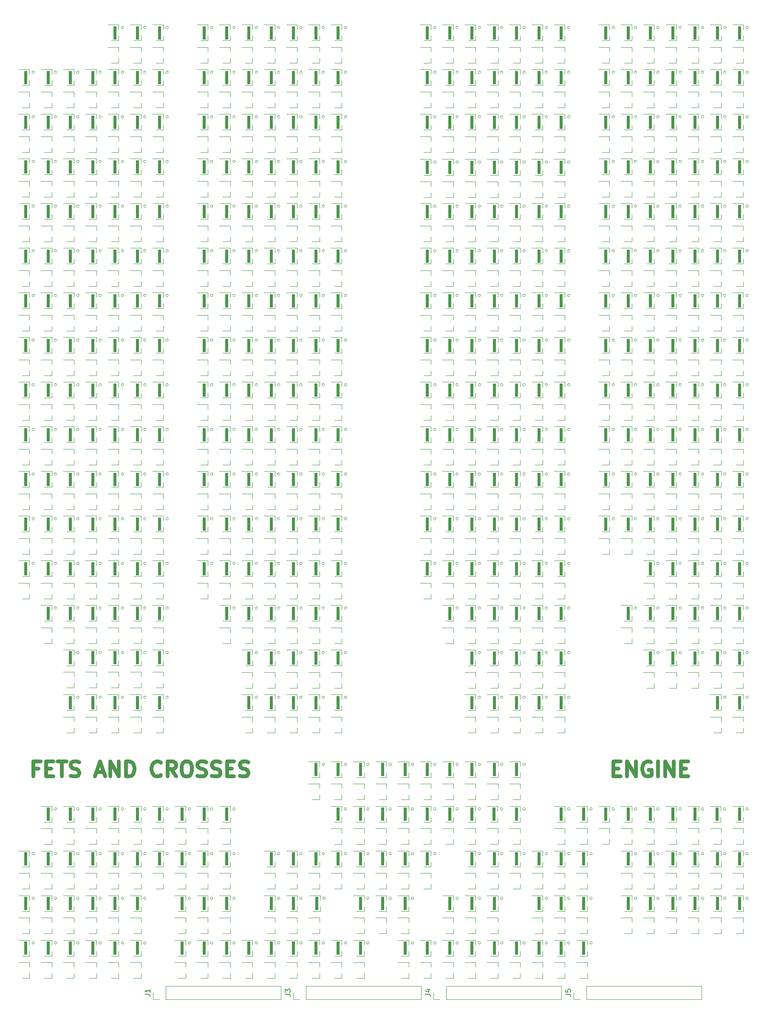
<source format=gbr>
%TF.GenerationSoftware,KiCad,Pcbnew,(5.1.9)-1*%
%TF.CreationDate,2021-05-23T14:49:51+02:00*%
%TF.ProjectId,Engine,456e6769-6e65-42e6-9b69-6361645f7063,v1.0*%
%TF.SameCoordinates,Original*%
%TF.FileFunction,Legend,Top*%
%TF.FilePolarity,Positive*%
%FSLAX46Y46*%
G04 Gerber Fmt 4.6, Leading zero omitted, Abs format (unit mm)*
G04 Created by KiCad (PCBNEW (5.1.9)-1) date 2021-05-23 14:49:51*
%MOMM*%
%LPD*%
G01*
G04 APERTURE LIST*
%ADD10C,0.750000*%
%ADD11C,0.120000*%
%ADD12C,0.100000*%
%ADD13C,0.150000*%
G04 APERTURE END LIST*
D10*
X136152857Y-145835714D02*
X137152857Y-145835714D01*
X137581428Y-147407142D02*
X136152857Y-147407142D01*
X136152857Y-144407142D01*
X137581428Y-144407142D01*
X138867142Y-147407142D02*
X138867142Y-144407142D01*
X140581428Y-147407142D01*
X140581428Y-144407142D01*
X143581428Y-144550000D02*
X143295714Y-144407142D01*
X142867142Y-144407142D01*
X142438571Y-144550000D01*
X142152857Y-144835714D01*
X142010000Y-145121428D01*
X141867142Y-145692857D01*
X141867142Y-146121428D01*
X142010000Y-146692857D01*
X142152857Y-146978571D01*
X142438571Y-147264285D01*
X142867142Y-147407142D01*
X143152857Y-147407142D01*
X143581428Y-147264285D01*
X143724285Y-147121428D01*
X143724285Y-146121428D01*
X143152857Y-146121428D01*
X145010000Y-147407142D02*
X145010000Y-144407142D01*
X146438571Y-147407142D02*
X146438571Y-144407142D01*
X148152857Y-147407142D01*
X148152857Y-144407142D01*
X149581428Y-145835714D02*
X150581428Y-145835714D01*
X151010000Y-147407142D02*
X149581428Y-147407142D01*
X149581428Y-144407142D01*
X151010000Y-144407142D01*
X21552857Y-145835714D02*
X20552857Y-145835714D01*
X20552857Y-147407142D02*
X20552857Y-144407142D01*
X21981428Y-144407142D01*
X23124285Y-145835714D02*
X24124285Y-145835714D01*
X24552857Y-147407142D02*
X23124285Y-147407142D01*
X23124285Y-144407142D01*
X24552857Y-144407142D01*
X25409999Y-144407142D02*
X27124285Y-144407142D01*
X26267142Y-147407142D02*
X26267142Y-144407142D01*
X27981428Y-147264285D02*
X28409999Y-147407142D01*
X29124285Y-147407142D01*
X29409999Y-147264285D01*
X29552857Y-147121428D01*
X29695714Y-146835714D01*
X29695714Y-146550000D01*
X29552857Y-146264285D01*
X29409999Y-146121428D01*
X29124285Y-145978571D01*
X28552857Y-145835714D01*
X28267142Y-145692857D01*
X28124285Y-145550000D01*
X27981428Y-145264285D01*
X27981428Y-144978571D01*
X28124285Y-144692857D01*
X28267142Y-144550000D01*
X28552857Y-144407142D01*
X29267142Y-144407142D01*
X29695714Y-144550000D01*
X33124285Y-146550000D02*
X34552857Y-146550000D01*
X32838571Y-147407142D02*
X33838571Y-144407142D01*
X34838571Y-147407142D01*
X35838571Y-147407142D02*
X35838571Y-144407142D01*
X37552857Y-147407142D01*
X37552857Y-144407142D01*
X38981428Y-147407142D02*
X38981428Y-144407142D01*
X39695714Y-144407142D01*
X40124285Y-144550000D01*
X40409999Y-144835714D01*
X40552857Y-145121428D01*
X40695714Y-145692857D01*
X40695714Y-146121428D01*
X40552857Y-146692857D01*
X40409999Y-146978571D01*
X40124285Y-147264285D01*
X39695714Y-147407142D01*
X38981428Y-147407142D01*
X45981428Y-147121428D02*
X45838571Y-147264285D01*
X45409999Y-147407142D01*
X45124285Y-147407142D01*
X44695714Y-147264285D01*
X44409999Y-146978571D01*
X44267142Y-146692857D01*
X44124285Y-146121428D01*
X44124285Y-145692857D01*
X44267142Y-145121428D01*
X44409999Y-144835714D01*
X44695714Y-144550000D01*
X45124285Y-144407142D01*
X45409999Y-144407142D01*
X45838571Y-144550000D01*
X45981428Y-144692857D01*
X48981428Y-147407142D02*
X47981428Y-145978571D01*
X47267142Y-147407142D02*
X47267142Y-144407142D01*
X48409999Y-144407142D01*
X48695714Y-144550000D01*
X48838571Y-144692857D01*
X48981428Y-144978571D01*
X48981428Y-145407142D01*
X48838571Y-145692857D01*
X48695714Y-145835714D01*
X48409999Y-145978571D01*
X47267142Y-145978571D01*
X50838571Y-144407142D02*
X51409999Y-144407142D01*
X51695714Y-144550000D01*
X51981428Y-144835714D01*
X52124285Y-145407142D01*
X52124285Y-146407142D01*
X51981428Y-146978571D01*
X51695714Y-147264285D01*
X51409999Y-147407142D01*
X50838571Y-147407142D01*
X50552857Y-147264285D01*
X50267142Y-146978571D01*
X50124285Y-146407142D01*
X50124285Y-145407142D01*
X50267142Y-144835714D01*
X50552857Y-144550000D01*
X50838571Y-144407142D01*
X53267142Y-147264285D02*
X53695714Y-147407142D01*
X54409999Y-147407142D01*
X54695714Y-147264285D01*
X54838571Y-147121428D01*
X54981428Y-146835714D01*
X54981428Y-146550000D01*
X54838571Y-146264285D01*
X54695714Y-146121428D01*
X54409999Y-145978571D01*
X53838571Y-145835714D01*
X53552857Y-145692857D01*
X53409999Y-145550000D01*
X53267142Y-145264285D01*
X53267142Y-144978571D01*
X53409999Y-144692857D01*
X53552857Y-144550000D01*
X53838571Y-144407142D01*
X54552857Y-144407142D01*
X54981428Y-144550000D01*
X56124285Y-147264285D02*
X56552857Y-147407142D01*
X57267142Y-147407142D01*
X57552857Y-147264285D01*
X57695714Y-147121428D01*
X57838571Y-146835714D01*
X57838571Y-146550000D01*
X57695714Y-146264285D01*
X57552857Y-146121428D01*
X57267142Y-145978571D01*
X56695714Y-145835714D01*
X56409999Y-145692857D01*
X56267142Y-145550000D01*
X56124285Y-145264285D01*
X56124285Y-144978571D01*
X56267142Y-144692857D01*
X56409999Y-144550000D01*
X56695714Y-144407142D01*
X57409999Y-144407142D01*
X57838571Y-144550000D01*
X59124285Y-145835714D02*
X60124285Y-145835714D01*
X60552857Y-147407142D02*
X59124285Y-147407142D01*
X59124285Y-144407142D01*
X60552857Y-144407142D01*
X61695714Y-147264285D02*
X62124285Y-147407142D01*
X62838571Y-147407142D01*
X63124285Y-147264285D01*
X63267142Y-147121428D01*
X63409999Y-146835714D01*
X63409999Y-146550000D01*
X63267142Y-146264285D01*
X63124285Y-146121428D01*
X62838571Y-145978571D01*
X62267142Y-145835714D01*
X61981428Y-145692857D01*
X61838571Y-145550000D01*
X61695714Y-145264285D01*
X61695714Y-144978571D01*
X61838571Y-144692857D01*
X61981428Y-144550000D01*
X62267142Y-144407142D01*
X62981428Y-144407142D01*
X63409999Y-144550000D01*
D11*
%TO.C,Q277*%
X122045000Y-116515000D02*
X122045000Y-115585000D01*
X122045000Y-113355000D02*
X122045000Y-114285000D01*
X122045000Y-113355000D02*
X119885000Y-113355000D01*
X122045000Y-116515000D02*
X120585000Y-116515000D01*
X121539000Y-113665000D02*
X121031000Y-113665000D01*
X121031000Y-113665000D02*
X121031000Y-116205000D01*
X121031000Y-116205000D02*
X121539000Y-116205000D01*
X121539000Y-116205000D02*
X121539000Y-113665000D01*
D12*
G36*
X121539000Y-116205000D02*
G01*
X121031000Y-116205000D01*
X121031000Y-113665000D01*
X121539000Y-113665000D01*
X121539000Y-116205000D01*
G37*
X121539000Y-116205000D02*
X121031000Y-116205000D01*
X121031000Y-113665000D01*
X121539000Y-113665000D01*
X121539000Y-116205000D01*
D11*
X123063000Y-113919000D02*
G75*
G03*
X123063000Y-113919000I-254000J0D01*
G01*
%TO.C,Q910*%
X126490000Y-32165000D02*
X126490000Y-31235000D01*
X126490000Y-29005000D02*
X126490000Y-29935000D01*
X126490000Y-29005000D02*
X124330000Y-29005000D01*
X126490000Y-32165000D02*
X125030000Y-32165000D01*
%TO.C,Q909*%
X126490000Y-27720000D02*
X126490000Y-26790000D01*
X126490000Y-24560000D02*
X126490000Y-25490000D01*
X126490000Y-24560000D02*
X124330000Y-24560000D01*
X126490000Y-27720000D02*
X125030000Y-27720000D01*
X125984000Y-24870000D02*
X125476000Y-24870000D01*
X125476000Y-24870000D02*
X125476000Y-27410000D01*
X125476000Y-27410000D02*
X125984000Y-27410000D01*
X125984000Y-27410000D02*
X125984000Y-24870000D01*
D12*
G36*
X125984000Y-27410000D02*
G01*
X125476000Y-27410000D01*
X125476000Y-24870000D01*
X125984000Y-24870000D01*
X125984000Y-27410000D01*
G37*
X125984000Y-27410000D02*
X125476000Y-27410000D01*
X125476000Y-24870000D01*
X125984000Y-24870000D01*
X125984000Y-27410000D01*
D11*
X127508000Y-25124000D02*
G75*
G03*
X127508000Y-25124000I-254000J0D01*
G01*
%TO.C,Q1056*%
X162050000Y-14280000D02*
X162050000Y-13350000D01*
X162050000Y-11120000D02*
X162050000Y-12050000D01*
X162050000Y-11120000D02*
X159890000Y-11120000D01*
X162050000Y-14280000D02*
X160590000Y-14280000D01*
%TO.C,Q1055*%
X162050000Y-9835000D02*
X162050000Y-8905000D01*
X162050000Y-6675000D02*
X162050000Y-7605000D01*
X162050000Y-6675000D02*
X159890000Y-6675000D01*
X162050000Y-9835000D02*
X160590000Y-9835000D01*
X161544000Y-6985000D02*
X161036000Y-6985000D01*
X161036000Y-6985000D02*
X161036000Y-9525000D01*
X161036000Y-9525000D02*
X161544000Y-9525000D01*
X161544000Y-9525000D02*
X161544000Y-6985000D01*
D12*
G36*
X161544000Y-9525000D02*
G01*
X161036000Y-9525000D01*
X161036000Y-6985000D01*
X161544000Y-6985000D01*
X161544000Y-9525000D01*
G37*
X161544000Y-9525000D02*
X161036000Y-9525000D01*
X161036000Y-6985000D01*
X161544000Y-6985000D01*
X161544000Y-9525000D01*
D11*
X163068000Y-7239000D02*
G75*
G03*
X163068000Y-7239000I-254000J0D01*
G01*
%TO.C,Q395*%
X126490000Y-107625000D02*
X126490000Y-106695000D01*
X126490000Y-104465000D02*
X126490000Y-105395000D01*
X126490000Y-104465000D02*
X124330000Y-104465000D01*
X126490000Y-107625000D02*
X125030000Y-107625000D01*
X125984000Y-104775000D02*
X125476000Y-104775000D01*
X125476000Y-104775000D02*
X125476000Y-107315000D01*
X125476000Y-107315000D02*
X125984000Y-107315000D01*
X125984000Y-107315000D02*
X125984000Y-104775000D01*
D12*
G36*
X125984000Y-107315000D02*
G01*
X125476000Y-107315000D01*
X125476000Y-104775000D01*
X125984000Y-104775000D01*
X125984000Y-107315000D01*
G37*
X125984000Y-107315000D02*
X125476000Y-107315000D01*
X125476000Y-104775000D01*
X125984000Y-104775000D01*
X125984000Y-107315000D01*
D11*
X127508000Y-105029000D02*
G75*
G03*
X127508000Y-105029000I-254000J0D01*
G01*
%TO.C,Q396*%
X126490000Y-112070000D02*
X126490000Y-111140000D01*
X126490000Y-108910000D02*
X126490000Y-109840000D01*
X126490000Y-108910000D02*
X124330000Y-108910000D01*
X126490000Y-112070000D02*
X125030000Y-112070000D01*
%TO.C,Q1074*%
X42035000Y-23170000D02*
X42035000Y-22240000D01*
X42035000Y-20010000D02*
X42035000Y-20940000D01*
X42035000Y-20010000D02*
X39875000Y-20010000D01*
X42035000Y-23170000D02*
X40575000Y-23170000D01*
%TO.C,Q1073*%
X42035000Y-18725000D02*
X42035000Y-17795000D01*
X42035000Y-15565000D02*
X42035000Y-16495000D01*
X42035000Y-15565000D02*
X39875000Y-15565000D01*
X42035000Y-18725000D02*
X40575000Y-18725000D01*
X41529000Y-15875000D02*
X41021000Y-15875000D01*
X41021000Y-15875000D02*
X41021000Y-18415000D01*
X41021000Y-18415000D02*
X41529000Y-18415000D01*
X41529000Y-18415000D02*
X41529000Y-15875000D01*
D12*
G36*
X41529000Y-18415000D02*
G01*
X41021000Y-18415000D01*
X41021000Y-15875000D01*
X41529000Y-15875000D01*
X41529000Y-18415000D01*
G37*
X41529000Y-18415000D02*
X41021000Y-18415000D01*
X41021000Y-15875000D01*
X41529000Y-15875000D01*
X41529000Y-18415000D01*
D11*
X43053000Y-16129000D02*
G75*
G03*
X43053000Y-16129000I-254000J0D01*
G01*
%TO.C,Q1072*%
X37590000Y-18725000D02*
X37590000Y-17795000D01*
X37590000Y-15565000D02*
X37590000Y-16495000D01*
X37590000Y-15565000D02*
X35430000Y-15565000D01*
X37590000Y-18725000D02*
X36130000Y-18725000D01*
X37084000Y-15875000D02*
X36576000Y-15875000D01*
X36576000Y-15875000D02*
X36576000Y-18415000D01*
X36576000Y-18415000D02*
X37084000Y-18415000D01*
X37084000Y-18415000D02*
X37084000Y-15875000D01*
D12*
G36*
X37084000Y-18415000D02*
G01*
X36576000Y-18415000D01*
X36576000Y-15875000D01*
X37084000Y-15875000D01*
X37084000Y-18415000D01*
G37*
X37084000Y-18415000D02*
X36576000Y-18415000D01*
X36576000Y-15875000D01*
X37084000Y-15875000D01*
X37084000Y-18415000D01*
D11*
X38608000Y-16129000D02*
G75*
G03*
X38608000Y-16129000I-254000J0D01*
G01*
%TO.C,Q1071*%
X37590000Y-23170000D02*
X37590000Y-22240000D01*
X37590000Y-20010000D02*
X37590000Y-20940000D01*
X37590000Y-20010000D02*
X35430000Y-20010000D01*
X37590000Y-23170000D02*
X36130000Y-23170000D01*
%TO.C,Q1070*%
X46480000Y-23170000D02*
X46480000Y-22240000D01*
X46480000Y-20010000D02*
X46480000Y-20940000D01*
X46480000Y-20010000D02*
X44320000Y-20010000D01*
X46480000Y-23170000D02*
X45020000Y-23170000D01*
%TO.C,Q1069*%
X46480000Y-18725000D02*
X46480000Y-17795000D01*
X46480000Y-15565000D02*
X46480000Y-16495000D01*
X46480000Y-15565000D02*
X44320000Y-15565000D01*
X46480000Y-18725000D02*
X45020000Y-18725000D01*
X45974000Y-15875000D02*
X45466000Y-15875000D01*
X45466000Y-15875000D02*
X45466000Y-18415000D01*
X45466000Y-18415000D02*
X45974000Y-18415000D01*
X45974000Y-18415000D02*
X45974000Y-15875000D01*
D12*
G36*
X45974000Y-18415000D02*
G01*
X45466000Y-18415000D01*
X45466000Y-15875000D01*
X45974000Y-15875000D01*
X45974000Y-18415000D01*
G37*
X45974000Y-18415000D02*
X45466000Y-18415000D01*
X45466000Y-15875000D01*
X45974000Y-15875000D01*
X45974000Y-18415000D01*
D11*
X47498000Y-16129000D02*
G75*
G03*
X47498000Y-16129000I-254000J0D01*
G01*
%TO.C,Q1068*%
X33145000Y-23170000D02*
X33145000Y-22240000D01*
X33145000Y-20010000D02*
X33145000Y-20940000D01*
X33145000Y-20010000D02*
X30985000Y-20010000D01*
X33145000Y-23170000D02*
X31685000Y-23170000D01*
%TO.C,Q1067*%
X28700000Y-23170000D02*
X28700000Y-22240000D01*
X28700000Y-20010000D02*
X28700000Y-20940000D01*
X28700000Y-20010000D02*
X26540000Y-20010000D01*
X28700000Y-23170000D02*
X27240000Y-23170000D01*
%TO.C,Q1066*%
X33145000Y-18725000D02*
X33145000Y-17795000D01*
X33145000Y-15565000D02*
X33145000Y-16495000D01*
X33145000Y-15565000D02*
X30985000Y-15565000D01*
X33145000Y-18725000D02*
X31685000Y-18725000D01*
X32639000Y-15875000D02*
X32131000Y-15875000D01*
X32131000Y-15875000D02*
X32131000Y-18415000D01*
X32131000Y-18415000D02*
X32639000Y-18415000D01*
X32639000Y-18415000D02*
X32639000Y-15875000D01*
D12*
G36*
X32639000Y-18415000D02*
G01*
X32131000Y-18415000D01*
X32131000Y-15875000D01*
X32639000Y-15875000D01*
X32639000Y-18415000D01*
G37*
X32639000Y-18415000D02*
X32131000Y-18415000D01*
X32131000Y-15875000D01*
X32639000Y-15875000D01*
X32639000Y-18415000D01*
D11*
X34163000Y-16129000D02*
G75*
G03*
X34163000Y-16129000I-254000J0D01*
G01*
%TO.C,Q1065*%
X28700000Y-18725000D02*
X28700000Y-17795000D01*
X28700000Y-15565000D02*
X28700000Y-16495000D01*
X28700000Y-15565000D02*
X26540000Y-15565000D01*
X28700000Y-18725000D02*
X27240000Y-18725000D01*
X28194000Y-15875000D02*
X27686000Y-15875000D01*
X27686000Y-15875000D02*
X27686000Y-18415000D01*
X27686000Y-18415000D02*
X28194000Y-18415000D01*
X28194000Y-18415000D02*
X28194000Y-15875000D01*
D12*
G36*
X28194000Y-18415000D02*
G01*
X27686000Y-18415000D01*
X27686000Y-15875000D01*
X28194000Y-15875000D01*
X28194000Y-18415000D01*
G37*
X28194000Y-18415000D02*
X27686000Y-18415000D01*
X27686000Y-15875000D01*
X28194000Y-15875000D01*
X28194000Y-18415000D01*
D11*
X29718000Y-16129000D02*
G75*
G03*
X29718000Y-16129000I-254000J0D01*
G01*
%TO.C,Q1064*%
X24255000Y-18725000D02*
X24255000Y-17795000D01*
X24255000Y-15565000D02*
X24255000Y-16495000D01*
X24255000Y-15565000D02*
X22095000Y-15565000D01*
X24255000Y-18725000D02*
X22795000Y-18725000D01*
X23749000Y-15875000D02*
X23241000Y-15875000D01*
X23241000Y-15875000D02*
X23241000Y-18415000D01*
X23241000Y-18415000D02*
X23749000Y-18415000D01*
X23749000Y-18415000D02*
X23749000Y-15875000D01*
D12*
G36*
X23749000Y-18415000D02*
G01*
X23241000Y-18415000D01*
X23241000Y-15875000D01*
X23749000Y-15875000D01*
X23749000Y-18415000D01*
G37*
X23749000Y-18415000D02*
X23241000Y-18415000D01*
X23241000Y-15875000D01*
X23749000Y-15875000D01*
X23749000Y-18415000D01*
D11*
X25273000Y-16129000D02*
G75*
G03*
X25273000Y-16129000I-254000J0D01*
G01*
%TO.C,Q1063*%
X19810000Y-18725000D02*
X19810000Y-17795000D01*
X19810000Y-15565000D02*
X19810000Y-16495000D01*
X19810000Y-15565000D02*
X17650000Y-15565000D01*
X19810000Y-18725000D02*
X18350000Y-18725000D01*
X19304000Y-15875000D02*
X18796000Y-15875000D01*
X18796000Y-15875000D02*
X18796000Y-18415000D01*
X18796000Y-18415000D02*
X19304000Y-18415000D01*
X19304000Y-18415000D02*
X19304000Y-15875000D01*
D12*
G36*
X19304000Y-18415000D02*
G01*
X18796000Y-18415000D01*
X18796000Y-15875000D01*
X19304000Y-15875000D01*
X19304000Y-18415000D01*
G37*
X19304000Y-18415000D02*
X18796000Y-18415000D01*
X18796000Y-15875000D01*
X19304000Y-15875000D01*
X19304000Y-18415000D01*
D11*
X20828000Y-16129000D02*
G75*
G03*
X20828000Y-16129000I-254000J0D01*
G01*
%TO.C,Q1062*%
X24255000Y-23170000D02*
X24255000Y-22240000D01*
X24255000Y-20010000D02*
X24255000Y-20940000D01*
X24255000Y-20010000D02*
X22095000Y-20010000D01*
X24255000Y-23170000D02*
X22795000Y-23170000D01*
%TO.C,Q1061*%
X19810000Y-23170000D02*
X19810000Y-22240000D01*
X19810000Y-20010000D02*
X19810000Y-20940000D01*
X19810000Y-20010000D02*
X17650000Y-20010000D01*
X19810000Y-23170000D02*
X18350000Y-23170000D01*
%TO.C,Q1060*%
X157605000Y-14280000D02*
X157605000Y-13350000D01*
X157605000Y-11120000D02*
X157605000Y-12050000D01*
X157605000Y-11120000D02*
X155445000Y-11120000D01*
X157605000Y-14280000D02*
X156145000Y-14280000D01*
%TO.C,Q1059*%
X157605000Y-9835000D02*
X157605000Y-8905000D01*
X157605000Y-6675000D02*
X157605000Y-7605000D01*
X157605000Y-6675000D02*
X155445000Y-6675000D01*
X157605000Y-9835000D02*
X156145000Y-9835000D01*
X157099000Y-6985000D02*
X156591000Y-6985000D01*
X156591000Y-6985000D02*
X156591000Y-9525000D01*
X156591000Y-9525000D02*
X157099000Y-9525000D01*
X157099000Y-9525000D02*
X157099000Y-6985000D01*
D12*
G36*
X157099000Y-9525000D02*
G01*
X156591000Y-9525000D01*
X156591000Y-6985000D01*
X157099000Y-6985000D01*
X157099000Y-9525000D01*
G37*
X157099000Y-9525000D02*
X156591000Y-9525000D01*
X156591000Y-6985000D01*
X157099000Y-6985000D01*
X157099000Y-9525000D01*
D11*
X158623000Y-7239000D02*
G75*
G03*
X158623000Y-7239000I-254000J0D01*
G01*
%TO.C,Q1058*%
X153160000Y-9835000D02*
X153160000Y-8905000D01*
X153160000Y-6675000D02*
X153160000Y-7605000D01*
X153160000Y-6675000D02*
X151000000Y-6675000D01*
X153160000Y-9835000D02*
X151700000Y-9835000D01*
X152654000Y-6985000D02*
X152146000Y-6985000D01*
X152146000Y-6985000D02*
X152146000Y-9525000D01*
X152146000Y-9525000D02*
X152654000Y-9525000D01*
X152654000Y-9525000D02*
X152654000Y-6985000D01*
D12*
G36*
X152654000Y-9525000D02*
G01*
X152146000Y-9525000D01*
X152146000Y-6985000D01*
X152654000Y-6985000D01*
X152654000Y-9525000D01*
G37*
X152654000Y-9525000D02*
X152146000Y-9525000D01*
X152146000Y-6985000D01*
X152654000Y-6985000D01*
X152654000Y-9525000D01*
D11*
X154178000Y-7239000D02*
G75*
G03*
X154178000Y-7239000I-254000J0D01*
G01*
%TO.C,Q1057*%
X153160000Y-14280000D02*
X153160000Y-13350000D01*
X153160000Y-11120000D02*
X153160000Y-12050000D01*
X153160000Y-11120000D02*
X151000000Y-11120000D01*
X153160000Y-14280000D02*
X151700000Y-14280000D01*
%TO.C,Q1054*%
X148715000Y-14280000D02*
X148715000Y-13350000D01*
X148715000Y-11120000D02*
X148715000Y-12050000D01*
X148715000Y-11120000D02*
X146555000Y-11120000D01*
X148715000Y-14280000D02*
X147255000Y-14280000D01*
%TO.C,Q1053*%
X144270000Y-14280000D02*
X144270000Y-13350000D01*
X144270000Y-11120000D02*
X144270000Y-12050000D01*
X144270000Y-11120000D02*
X142110000Y-11120000D01*
X144270000Y-14280000D02*
X142810000Y-14280000D01*
%TO.C,Q1052*%
X148715000Y-9835000D02*
X148715000Y-8905000D01*
X148715000Y-6675000D02*
X148715000Y-7605000D01*
X148715000Y-6675000D02*
X146555000Y-6675000D01*
X148715000Y-9835000D02*
X147255000Y-9835000D01*
X148209000Y-6985000D02*
X147701000Y-6985000D01*
X147701000Y-6985000D02*
X147701000Y-9525000D01*
X147701000Y-9525000D02*
X148209000Y-9525000D01*
X148209000Y-9525000D02*
X148209000Y-6985000D01*
D12*
G36*
X148209000Y-9525000D02*
G01*
X147701000Y-9525000D01*
X147701000Y-6985000D01*
X148209000Y-6985000D01*
X148209000Y-9525000D01*
G37*
X148209000Y-9525000D02*
X147701000Y-9525000D01*
X147701000Y-6985000D01*
X148209000Y-6985000D01*
X148209000Y-9525000D01*
D11*
X149733000Y-7239000D02*
G75*
G03*
X149733000Y-7239000I-254000J0D01*
G01*
%TO.C,Q1051*%
X144270000Y-9835000D02*
X144270000Y-8905000D01*
X144270000Y-6675000D02*
X144270000Y-7605000D01*
X144270000Y-6675000D02*
X142110000Y-6675000D01*
X144270000Y-9835000D02*
X142810000Y-9835000D01*
X143764000Y-6985000D02*
X143256000Y-6985000D01*
X143256000Y-6985000D02*
X143256000Y-9525000D01*
X143256000Y-9525000D02*
X143764000Y-9525000D01*
X143764000Y-9525000D02*
X143764000Y-6985000D01*
D12*
G36*
X143764000Y-9525000D02*
G01*
X143256000Y-9525000D01*
X143256000Y-6985000D01*
X143764000Y-6985000D01*
X143764000Y-9525000D01*
G37*
X143764000Y-9525000D02*
X143256000Y-9525000D01*
X143256000Y-6985000D01*
X143764000Y-6985000D01*
X143764000Y-9525000D01*
D11*
X145288000Y-7239000D02*
G75*
G03*
X145288000Y-7239000I-254000J0D01*
G01*
%TO.C,Q1050*%
X139825000Y-9835000D02*
X139825000Y-8905000D01*
X139825000Y-6675000D02*
X139825000Y-7605000D01*
X139825000Y-6675000D02*
X137665000Y-6675000D01*
X139825000Y-9835000D02*
X138365000Y-9835000D01*
X139319000Y-6985000D02*
X138811000Y-6985000D01*
X138811000Y-6985000D02*
X138811000Y-9525000D01*
X138811000Y-9525000D02*
X139319000Y-9525000D01*
X139319000Y-9525000D02*
X139319000Y-6985000D01*
D12*
G36*
X139319000Y-9525000D02*
G01*
X138811000Y-9525000D01*
X138811000Y-6985000D01*
X139319000Y-6985000D01*
X139319000Y-9525000D01*
G37*
X139319000Y-9525000D02*
X138811000Y-9525000D01*
X138811000Y-6985000D01*
X139319000Y-6985000D01*
X139319000Y-9525000D01*
D11*
X140843000Y-7239000D02*
G75*
G03*
X140843000Y-7239000I-254000J0D01*
G01*
%TO.C,Q1049*%
X135380000Y-9835000D02*
X135380000Y-8905000D01*
X135380000Y-6675000D02*
X135380000Y-7605000D01*
X135380000Y-6675000D02*
X133220000Y-6675000D01*
X135380000Y-9835000D02*
X133920000Y-9835000D01*
X134874000Y-6985000D02*
X134366000Y-6985000D01*
X134366000Y-6985000D02*
X134366000Y-9525000D01*
X134366000Y-9525000D02*
X134874000Y-9525000D01*
X134874000Y-9525000D02*
X134874000Y-6985000D01*
D12*
G36*
X134874000Y-9525000D02*
G01*
X134366000Y-9525000D01*
X134366000Y-6985000D01*
X134874000Y-6985000D01*
X134874000Y-9525000D01*
G37*
X134874000Y-9525000D02*
X134366000Y-9525000D01*
X134366000Y-6985000D01*
X134874000Y-6985000D01*
X134874000Y-9525000D01*
D11*
X136398000Y-7239000D02*
G75*
G03*
X136398000Y-7239000I-254000J0D01*
G01*
%TO.C,Q1048*%
X139825000Y-14280000D02*
X139825000Y-13350000D01*
X139825000Y-11120000D02*
X139825000Y-12050000D01*
X139825000Y-11120000D02*
X137665000Y-11120000D01*
X139825000Y-14280000D02*
X138365000Y-14280000D01*
%TO.C,Q1047*%
X135380000Y-14280000D02*
X135380000Y-13350000D01*
X135380000Y-11120000D02*
X135380000Y-12050000D01*
X135380000Y-11120000D02*
X133220000Y-11120000D01*
X135380000Y-14280000D02*
X133920000Y-14280000D01*
%TO.C,Q1046*%
X122045000Y-14280000D02*
X122045000Y-13350000D01*
X122045000Y-11120000D02*
X122045000Y-12050000D01*
X122045000Y-11120000D02*
X119885000Y-11120000D01*
X122045000Y-14280000D02*
X120585000Y-14280000D01*
%TO.C,Q1045*%
X122045000Y-9835000D02*
X122045000Y-8905000D01*
X122045000Y-6675000D02*
X122045000Y-7605000D01*
X122045000Y-6675000D02*
X119885000Y-6675000D01*
X122045000Y-9835000D02*
X120585000Y-9835000D01*
X121539000Y-6985000D02*
X121031000Y-6985000D01*
X121031000Y-6985000D02*
X121031000Y-9525000D01*
X121031000Y-9525000D02*
X121539000Y-9525000D01*
X121539000Y-9525000D02*
X121539000Y-6985000D01*
D12*
G36*
X121539000Y-9525000D02*
G01*
X121031000Y-9525000D01*
X121031000Y-6985000D01*
X121539000Y-6985000D01*
X121539000Y-9525000D01*
G37*
X121539000Y-9525000D02*
X121031000Y-9525000D01*
X121031000Y-6985000D01*
X121539000Y-6985000D01*
X121539000Y-9525000D01*
D11*
X123063000Y-7239000D02*
G75*
G03*
X123063000Y-7239000I-254000J0D01*
G01*
%TO.C,Q1044*%
X117600000Y-9835000D02*
X117600000Y-8905000D01*
X117600000Y-6675000D02*
X117600000Y-7605000D01*
X117600000Y-6675000D02*
X115440000Y-6675000D01*
X117600000Y-9835000D02*
X116140000Y-9835000D01*
X117094000Y-6985000D02*
X116586000Y-6985000D01*
X116586000Y-6985000D02*
X116586000Y-9525000D01*
X116586000Y-9525000D02*
X117094000Y-9525000D01*
X117094000Y-9525000D02*
X117094000Y-6985000D01*
D12*
G36*
X117094000Y-9525000D02*
G01*
X116586000Y-9525000D01*
X116586000Y-6985000D01*
X117094000Y-6985000D01*
X117094000Y-9525000D01*
G37*
X117094000Y-9525000D02*
X116586000Y-9525000D01*
X116586000Y-6985000D01*
X117094000Y-6985000D01*
X117094000Y-9525000D01*
D11*
X118618000Y-7239000D02*
G75*
G03*
X118618000Y-7239000I-254000J0D01*
G01*
%TO.C,Q1043*%
X117600000Y-14280000D02*
X117600000Y-13350000D01*
X117600000Y-11120000D02*
X117600000Y-12050000D01*
X117600000Y-11120000D02*
X115440000Y-11120000D01*
X117600000Y-14280000D02*
X116140000Y-14280000D01*
%TO.C,Q1042*%
X126490000Y-14280000D02*
X126490000Y-13350000D01*
X126490000Y-11120000D02*
X126490000Y-12050000D01*
X126490000Y-11120000D02*
X124330000Y-11120000D01*
X126490000Y-14280000D02*
X125030000Y-14280000D01*
%TO.C,Q1041*%
X126490000Y-9835000D02*
X126490000Y-8905000D01*
X126490000Y-6675000D02*
X126490000Y-7605000D01*
X126490000Y-6675000D02*
X124330000Y-6675000D01*
X126490000Y-9835000D02*
X125030000Y-9835000D01*
X125984000Y-6985000D02*
X125476000Y-6985000D01*
X125476000Y-6985000D02*
X125476000Y-9525000D01*
X125476000Y-9525000D02*
X125984000Y-9525000D01*
X125984000Y-9525000D02*
X125984000Y-6985000D01*
D12*
G36*
X125984000Y-9525000D02*
G01*
X125476000Y-9525000D01*
X125476000Y-6985000D01*
X125984000Y-6985000D01*
X125984000Y-9525000D01*
G37*
X125984000Y-9525000D02*
X125476000Y-9525000D01*
X125476000Y-6985000D01*
X125984000Y-6985000D01*
X125984000Y-9525000D01*
D11*
X127508000Y-7239000D02*
G75*
G03*
X127508000Y-7239000I-254000J0D01*
G01*
%TO.C,Q1040*%
X113155000Y-14280000D02*
X113155000Y-13350000D01*
X113155000Y-11120000D02*
X113155000Y-12050000D01*
X113155000Y-11120000D02*
X110995000Y-11120000D01*
X113155000Y-14280000D02*
X111695000Y-14280000D01*
%TO.C,Q1039*%
X108710000Y-14280000D02*
X108710000Y-13350000D01*
X108710000Y-11120000D02*
X108710000Y-12050000D01*
X108710000Y-11120000D02*
X106550000Y-11120000D01*
X108710000Y-14280000D02*
X107250000Y-14280000D01*
%TO.C,Q1038*%
X113155000Y-9835000D02*
X113155000Y-8905000D01*
X113155000Y-6675000D02*
X113155000Y-7605000D01*
X113155000Y-6675000D02*
X110995000Y-6675000D01*
X113155000Y-9835000D02*
X111695000Y-9835000D01*
X112649000Y-6985000D02*
X112141000Y-6985000D01*
X112141000Y-6985000D02*
X112141000Y-9525000D01*
X112141000Y-9525000D02*
X112649000Y-9525000D01*
X112649000Y-9525000D02*
X112649000Y-6985000D01*
D12*
G36*
X112649000Y-9525000D02*
G01*
X112141000Y-9525000D01*
X112141000Y-6985000D01*
X112649000Y-6985000D01*
X112649000Y-9525000D01*
G37*
X112649000Y-9525000D02*
X112141000Y-9525000D01*
X112141000Y-6985000D01*
X112649000Y-6985000D01*
X112649000Y-9525000D01*
D11*
X114173000Y-7239000D02*
G75*
G03*
X114173000Y-7239000I-254000J0D01*
G01*
%TO.C,Q1037*%
X108710000Y-9835000D02*
X108710000Y-8905000D01*
X108710000Y-6675000D02*
X108710000Y-7605000D01*
X108710000Y-6675000D02*
X106550000Y-6675000D01*
X108710000Y-9835000D02*
X107250000Y-9835000D01*
X108204000Y-6985000D02*
X107696000Y-6985000D01*
X107696000Y-6985000D02*
X107696000Y-9525000D01*
X107696000Y-9525000D02*
X108204000Y-9525000D01*
X108204000Y-9525000D02*
X108204000Y-6985000D01*
D12*
G36*
X108204000Y-9525000D02*
G01*
X107696000Y-9525000D01*
X107696000Y-6985000D01*
X108204000Y-6985000D01*
X108204000Y-9525000D01*
G37*
X108204000Y-9525000D02*
X107696000Y-9525000D01*
X107696000Y-6985000D01*
X108204000Y-6985000D01*
X108204000Y-9525000D01*
D11*
X109728000Y-7239000D02*
G75*
G03*
X109728000Y-7239000I-254000J0D01*
G01*
%TO.C,Q1036*%
X104265000Y-9835000D02*
X104265000Y-8905000D01*
X104265000Y-6675000D02*
X104265000Y-7605000D01*
X104265000Y-6675000D02*
X102105000Y-6675000D01*
X104265000Y-9835000D02*
X102805000Y-9835000D01*
X103759000Y-6985000D02*
X103251000Y-6985000D01*
X103251000Y-6985000D02*
X103251000Y-9525000D01*
X103251000Y-9525000D02*
X103759000Y-9525000D01*
X103759000Y-9525000D02*
X103759000Y-6985000D01*
D12*
G36*
X103759000Y-9525000D02*
G01*
X103251000Y-9525000D01*
X103251000Y-6985000D01*
X103759000Y-6985000D01*
X103759000Y-9525000D01*
G37*
X103759000Y-9525000D02*
X103251000Y-9525000D01*
X103251000Y-6985000D01*
X103759000Y-6985000D01*
X103759000Y-9525000D01*
D11*
X105283000Y-7239000D02*
G75*
G03*
X105283000Y-7239000I-254000J0D01*
G01*
%TO.C,Q1035*%
X99820000Y-9835000D02*
X99820000Y-8905000D01*
X99820000Y-6675000D02*
X99820000Y-7605000D01*
X99820000Y-6675000D02*
X97660000Y-6675000D01*
X99820000Y-9835000D02*
X98360000Y-9835000D01*
X99314000Y-6985000D02*
X98806000Y-6985000D01*
X98806000Y-6985000D02*
X98806000Y-9525000D01*
X98806000Y-9525000D02*
X99314000Y-9525000D01*
X99314000Y-9525000D02*
X99314000Y-6985000D01*
D12*
G36*
X99314000Y-9525000D02*
G01*
X98806000Y-9525000D01*
X98806000Y-6985000D01*
X99314000Y-6985000D01*
X99314000Y-9525000D01*
G37*
X99314000Y-9525000D02*
X98806000Y-9525000D01*
X98806000Y-6985000D01*
X99314000Y-6985000D01*
X99314000Y-9525000D01*
D11*
X100838000Y-7239000D02*
G75*
G03*
X100838000Y-7239000I-254000J0D01*
G01*
%TO.C,Q1034*%
X104265000Y-14280000D02*
X104265000Y-13350000D01*
X104265000Y-11120000D02*
X104265000Y-12050000D01*
X104265000Y-11120000D02*
X102105000Y-11120000D01*
X104265000Y-14280000D02*
X102805000Y-14280000D01*
%TO.C,Q1033*%
X99820000Y-14280000D02*
X99820000Y-13350000D01*
X99820000Y-11120000D02*
X99820000Y-12050000D01*
X99820000Y-11120000D02*
X97660000Y-11120000D01*
X99820000Y-14280000D02*
X98360000Y-14280000D01*
%TO.C,Q1032*%
X77595000Y-14280000D02*
X77595000Y-13350000D01*
X77595000Y-11120000D02*
X77595000Y-12050000D01*
X77595000Y-11120000D02*
X75435000Y-11120000D01*
X77595000Y-14280000D02*
X76135000Y-14280000D01*
%TO.C,Q1031*%
X77595000Y-9835000D02*
X77595000Y-8905000D01*
X77595000Y-6675000D02*
X77595000Y-7605000D01*
X77595000Y-6675000D02*
X75435000Y-6675000D01*
X77595000Y-9835000D02*
X76135000Y-9835000D01*
X77089000Y-6985000D02*
X76581000Y-6985000D01*
X76581000Y-6985000D02*
X76581000Y-9525000D01*
X76581000Y-9525000D02*
X77089000Y-9525000D01*
X77089000Y-9525000D02*
X77089000Y-6985000D01*
D12*
G36*
X77089000Y-9525000D02*
G01*
X76581000Y-9525000D01*
X76581000Y-6985000D01*
X77089000Y-6985000D01*
X77089000Y-9525000D01*
G37*
X77089000Y-9525000D02*
X76581000Y-9525000D01*
X76581000Y-6985000D01*
X77089000Y-6985000D01*
X77089000Y-9525000D01*
D11*
X78613000Y-7239000D02*
G75*
G03*
X78613000Y-7239000I-254000J0D01*
G01*
%TO.C,Q1030*%
X73150000Y-9835000D02*
X73150000Y-8905000D01*
X73150000Y-6675000D02*
X73150000Y-7605000D01*
X73150000Y-6675000D02*
X70990000Y-6675000D01*
X73150000Y-9835000D02*
X71690000Y-9835000D01*
X72644000Y-6985000D02*
X72136000Y-6985000D01*
X72136000Y-6985000D02*
X72136000Y-9525000D01*
X72136000Y-9525000D02*
X72644000Y-9525000D01*
X72644000Y-9525000D02*
X72644000Y-6985000D01*
D12*
G36*
X72644000Y-9525000D02*
G01*
X72136000Y-9525000D01*
X72136000Y-6985000D01*
X72644000Y-6985000D01*
X72644000Y-9525000D01*
G37*
X72644000Y-9525000D02*
X72136000Y-9525000D01*
X72136000Y-6985000D01*
X72644000Y-6985000D01*
X72644000Y-9525000D01*
D11*
X74168000Y-7239000D02*
G75*
G03*
X74168000Y-7239000I-254000J0D01*
G01*
%TO.C,Q1029*%
X73150000Y-14280000D02*
X73150000Y-13350000D01*
X73150000Y-11120000D02*
X73150000Y-12050000D01*
X73150000Y-11120000D02*
X70990000Y-11120000D01*
X73150000Y-14280000D02*
X71690000Y-14280000D01*
%TO.C,Q1028*%
X82040000Y-14280000D02*
X82040000Y-13350000D01*
X82040000Y-11120000D02*
X82040000Y-12050000D01*
X82040000Y-11120000D02*
X79880000Y-11120000D01*
X82040000Y-14280000D02*
X80580000Y-14280000D01*
%TO.C,Q1027*%
X82040000Y-9835000D02*
X82040000Y-8905000D01*
X82040000Y-6675000D02*
X82040000Y-7605000D01*
X82040000Y-6675000D02*
X79880000Y-6675000D01*
X82040000Y-9835000D02*
X80580000Y-9835000D01*
X81534000Y-6985000D02*
X81026000Y-6985000D01*
X81026000Y-6985000D02*
X81026000Y-9525000D01*
X81026000Y-9525000D02*
X81534000Y-9525000D01*
X81534000Y-9525000D02*
X81534000Y-6985000D01*
D12*
G36*
X81534000Y-9525000D02*
G01*
X81026000Y-9525000D01*
X81026000Y-6985000D01*
X81534000Y-6985000D01*
X81534000Y-9525000D01*
G37*
X81534000Y-9525000D02*
X81026000Y-9525000D01*
X81026000Y-6985000D01*
X81534000Y-6985000D01*
X81534000Y-9525000D01*
D11*
X83058000Y-7239000D02*
G75*
G03*
X83058000Y-7239000I-254000J0D01*
G01*
%TO.C,Q1026*%
X68705000Y-14280000D02*
X68705000Y-13350000D01*
X68705000Y-11120000D02*
X68705000Y-12050000D01*
X68705000Y-11120000D02*
X66545000Y-11120000D01*
X68705000Y-14280000D02*
X67245000Y-14280000D01*
%TO.C,Q1025*%
X64260000Y-14280000D02*
X64260000Y-13350000D01*
X64260000Y-11120000D02*
X64260000Y-12050000D01*
X64260000Y-11120000D02*
X62100000Y-11120000D01*
X64260000Y-14280000D02*
X62800000Y-14280000D01*
%TO.C,Q1024*%
X68705000Y-9835000D02*
X68705000Y-8905000D01*
X68705000Y-6675000D02*
X68705000Y-7605000D01*
X68705000Y-6675000D02*
X66545000Y-6675000D01*
X68705000Y-9835000D02*
X67245000Y-9835000D01*
X68199000Y-6985000D02*
X67691000Y-6985000D01*
X67691000Y-6985000D02*
X67691000Y-9525000D01*
X67691000Y-9525000D02*
X68199000Y-9525000D01*
X68199000Y-9525000D02*
X68199000Y-6985000D01*
D12*
G36*
X68199000Y-9525000D02*
G01*
X67691000Y-9525000D01*
X67691000Y-6985000D01*
X68199000Y-6985000D01*
X68199000Y-9525000D01*
G37*
X68199000Y-9525000D02*
X67691000Y-9525000D01*
X67691000Y-6985000D01*
X68199000Y-6985000D01*
X68199000Y-9525000D01*
D11*
X69723000Y-7239000D02*
G75*
G03*
X69723000Y-7239000I-254000J0D01*
G01*
%TO.C,Q1023*%
X64260000Y-9835000D02*
X64260000Y-8905000D01*
X64260000Y-6675000D02*
X64260000Y-7605000D01*
X64260000Y-6675000D02*
X62100000Y-6675000D01*
X64260000Y-9835000D02*
X62800000Y-9835000D01*
X63754000Y-6985000D02*
X63246000Y-6985000D01*
X63246000Y-6985000D02*
X63246000Y-9525000D01*
X63246000Y-9525000D02*
X63754000Y-9525000D01*
X63754000Y-9525000D02*
X63754000Y-6985000D01*
D12*
G36*
X63754000Y-9525000D02*
G01*
X63246000Y-9525000D01*
X63246000Y-6985000D01*
X63754000Y-6985000D01*
X63754000Y-9525000D01*
G37*
X63754000Y-9525000D02*
X63246000Y-9525000D01*
X63246000Y-6985000D01*
X63754000Y-6985000D01*
X63754000Y-9525000D01*
D11*
X65278000Y-7239000D02*
G75*
G03*
X65278000Y-7239000I-254000J0D01*
G01*
%TO.C,Q1022*%
X59815000Y-9835000D02*
X59815000Y-8905000D01*
X59815000Y-6675000D02*
X59815000Y-7605000D01*
X59815000Y-6675000D02*
X57655000Y-6675000D01*
X59815000Y-9835000D02*
X58355000Y-9835000D01*
X59309000Y-6985000D02*
X58801000Y-6985000D01*
X58801000Y-6985000D02*
X58801000Y-9525000D01*
X58801000Y-9525000D02*
X59309000Y-9525000D01*
X59309000Y-9525000D02*
X59309000Y-6985000D01*
D12*
G36*
X59309000Y-9525000D02*
G01*
X58801000Y-9525000D01*
X58801000Y-6985000D01*
X59309000Y-6985000D01*
X59309000Y-9525000D01*
G37*
X59309000Y-9525000D02*
X58801000Y-9525000D01*
X58801000Y-6985000D01*
X59309000Y-6985000D01*
X59309000Y-9525000D01*
D11*
X60833000Y-7239000D02*
G75*
G03*
X60833000Y-7239000I-254000J0D01*
G01*
%TO.C,Q1021*%
X55370000Y-9835000D02*
X55370000Y-8905000D01*
X55370000Y-6675000D02*
X55370000Y-7605000D01*
X55370000Y-6675000D02*
X53210000Y-6675000D01*
X55370000Y-9835000D02*
X53910000Y-9835000D01*
X54864000Y-6985000D02*
X54356000Y-6985000D01*
X54356000Y-6985000D02*
X54356000Y-9525000D01*
X54356000Y-9525000D02*
X54864000Y-9525000D01*
X54864000Y-9525000D02*
X54864000Y-6985000D01*
D12*
G36*
X54864000Y-9525000D02*
G01*
X54356000Y-9525000D01*
X54356000Y-6985000D01*
X54864000Y-6985000D01*
X54864000Y-9525000D01*
G37*
X54864000Y-9525000D02*
X54356000Y-9525000D01*
X54356000Y-6985000D01*
X54864000Y-6985000D01*
X54864000Y-9525000D01*
D11*
X56388000Y-7239000D02*
G75*
G03*
X56388000Y-7239000I-254000J0D01*
G01*
%TO.C,Q1020*%
X59815000Y-14280000D02*
X59815000Y-13350000D01*
X59815000Y-11120000D02*
X59815000Y-12050000D01*
X59815000Y-11120000D02*
X57655000Y-11120000D01*
X59815000Y-14280000D02*
X58355000Y-14280000D01*
%TO.C,Q1019*%
X55370000Y-14280000D02*
X55370000Y-13350000D01*
X55370000Y-11120000D02*
X55370000Y-12050000D01*
X55370000Y-11120000D02*
X53210000Y-11120000D01*
X55370000Y-14280000D02*
X53910000Y-14280000D01*
%TO.C,Q1018*%
X42035000Y-14280000D02*
X42035000Y-13350000D01*
X42035000Y-11120000D02*
X42035000Y-12050000D01*
X42035000Y-11120000D02*
X39875000Y-11120000D01*
X42035000Y-14280000D02*
X40575000Y-14280000D01*
%TO.C,Q1017*%
X42035000Y-9835000D02*
X42035000Y-8905000D01*
X42035000Y-6675000D02*
X42035000Y-7605000D01*
X42035000Y-6675000D02*
X39875000Y-6675000D01*
X42035000Y-9835000D02*
X40575000Y-9835000D01*
X41529000Y-6985000D02*
X41021000Y-6985000D01*
X41021000Y-6985000D02*
X41021000Y-9525000D01*
X41021000Y-9525000D02*
X41529000Y-9525000D01*
X41529000Y-9525000D02*
X41529000Y-6985000D01*
D12*
G36*
X41529000Y-9525000D02*
G01*
X41021000Y-9525000D01*
X41021000Y-6985000D01*
X41529000Y-6985000D01*
X41529000Y-9525000D01*
G37*
X41529000Y-9525000D02*
X41021000Y-9525000D01*
X41021000Y-6985000D01*
X41529000Y-6985000D01*
X41529000Y-9525000D01*
D11*
X43053000Y-7239000D02*
G75*
G03*
X43053000Y-7239000I-254000J0D01*
G01*
%TO.C,Q1016*%
X37590000Y-9835000D02*
X37590000Y-8905000D01*
X37590000Y-6675000D02*
X37590000Y-7605000D01*
X37590000Y-6675000D02*
X35430000Y-6675000D01*
X37590000Y-9835000D02*
X36130000Y-9835000D01*
X37084000Y-6985000D02*
X36576000Y-6985000D01*
X36576000Y-6985000D02*
X36576000Y-9525000D01*
X36576000Y-9525000D02*
X37084000Y-9525000D01*
X37084000Y-9525000D02*
X37084000Y-6985000D01*
D12*
G36*
X37084000Y-9525000D02*
G01*
X36576000Y-9525000D01*
X36576000Y-6985000D01*
X37084000Y-6985000D01*
X37084000Y-9525000D01*
G37*
X37084000Y-9525000D02*
X36576000Y-9525000D01*
X36576000Y-6985000D01*
X37084000Y-6985000D01*
X37084000Y-9525000D01*
D11*
X38608000Y-7239000D02*
G75*
G03*
X38608000Y-7239000I-254000J0D01*
G01*
%TO.C,Q1015*%
X37590000Y-14280000D02*
X37590000Y-13350000D01*
X37590000Y-11120000D02*
X37590000Y-12050000D01*
X37590000Y-11120000D02*
X35430000Y-11120000D01*
X37590000Y-14280000D02*
X36130000Y-14280000D01*
%TO.C,Q1014*%
X46480000Y-14280000D02*
X46480000Y-13350000D01*
X46480000Y-11120000D02*
X46480000Y-12050000D01*
X46480000Y-11120000D02*
X44320000Y-11120000D01*
X46480000Y-14280000D02*
X45020000Y-14280000D01*
%TO.C,Q1013*%
X46480000Y-9835000D02*
X46480000Y-8905000D01*
X46480000Y-6675000D02*
X46480000Y-7605000D01*
X46480000Y-6675000D02*
X44320000Y-6675000D01*
X46480000Y-9835000D02*
X45020000Y-9835000D01*
X45974000Y-6985000D02*
X45466000Y-6985000D01*
X45466000Y-6985000D02*
X45466000Y-9525000D01*
X45466000Y-9525000D02*
X45974000Y-9525000D01*
X45974000Y-9525000D02*
X45974000Y-6985000D01*
D12*
G36*
X45974000Y-9525000D02*
G01*
X45466000Y-9525000D01*
X45466000Y-6985000D01*
X45974000Y-6985000D01*
X45974000Y-9525000D01*
G37*
X45974000Y-9525000D02*
X45466000Y-9525000D01*
X45466000Y-6985000D01*
X45974000Y-6985000D01*
X45974000Y-9525000D01*
D11*
X47498000Y-7239000D02*
G75*
G03*
X47498000Y-7239000I-254000J0D01*
G01*
%TO.C,Q1012*%
X33145000Y-14280000D02*
X33145000Y-13350000D01*
X33145000Y-11120000D02*
X33145000Y-12050000D01*
X33145000Y-11120000D02*
X30985000Y-11120000D01*
X33145000Y-14280000D02*
X31685000Y-14280000D01*
%TO.C,Q1011*%
X28700000Y-14280000D02*
X28700000Y-13350000D01*
X28700000Y-11120000D02*
X28700000Y-12050000D01*
X28700000Y-11120000D02*
X26540000Y-11120000D01*
X28700000Y-14280000D02*
X27240000Y-14280000D01*
%TO.C,Q1010*%
X33145000Y-9835000D02*
X33145000Y-8905000D01*
X33145000Y-6675000D02*
X33145000Y-7605000D01*
X33145000Y-6675000D02*
X30985000Y-6675000D01*
X33145000Y-9835000D02*
X31685000Y-9835000D01*
X32639000Y-6985000D02*
X32131000Y-6985000D01*
X32131000Y-6985000D02*
X32131000Y-9525000D01*
X32131000Y-9525000D02*
X32639000Y-9525000D01*
X32639000Y-9525000D02*
X32639000Y-6985000D01*
D12*
G36*
X32639000Y-9525000D02*
G01*
X32131000Y-9525000D01*
X32131000Y-6985000D01*
X32639000Y-6985000D01*
X32639000Y-9525000D01*
G37*
X32639000Y-9525000D02*
X32131000Y-9525000D01*
X32131000Y-6985000D01*
X32639000Y-6985000D01*
X32639000Y-9525000D01*
D11*
X34163000Y-7239000D02*
G75*
G03*
X34163000Y-7239000I-254000J0D01*
G01*
%TO.C,Q1009*%
X28700000Y-9835000D02*
X28700000Y-8905000D01*
X28700000Y-6675000D02*
X28700000Y-7605000D01*
X28700000Y-6675000D02*
X26540000Y-6675000D01*
X28700000Y-9835000D02*
X27240000Y-9835000D01*
X28194000Y-6985000D02*
X27686000Y-6985000D01*
X27686000Y-6985000D02*
X27686000Y-9525000D01*
X27686000Y-9525000D02*
X28194000Y-9525000D01*
X28194000Y-9525000D02*
X28194000Y-6985000D01*
D12*
G36*
X28194000Y-9525000D02*
G01*
X27686000Y-9525000D01*
X27686000Y-6985000D01*
X28194000Y-6985000D01*
X28194000Y-9525000D01*
G37*
X28194000Y-9525000D02*
X27686000Y-9525000D01*
X27686000Y-6985000D01*
X28194000Y-6985000D01*
X28194000Y-9525000D01*
D11*
X29718000Y-7239000D02*
G75*
G03*
X29718000Y-7239000I-254000J0D01*
G01*
%TO.C,Q1008*%
X24255000Y-9835000D02*
X24255000Y-8905000D01*
X24255000Y-6675000D02*
X24255000Y-7605000D01*
X24255000Y-6675000D02*
X22095000Y-6675000D01*
X24255000Y-9835000D02*
X22795000Y-9835000D01*
X23749000Y-6985000D02*
X23241000Y-6985000D01*
X23241000Y-6985000D02*
X23241000Y-9525000D01*
X23241000Y-9525000D02*
X23749000Y-9525000D01*
X23749000Y-9525000D02*
X23749000Y-6985000D01*
D12*
G36*
X23749000Y-9525000D02*
G01*
X23241000Y-9525000D01*
X23241000Y-6985000D01*
X23749000Y-6985000D01*
X23749000Y-9525000D01*
G37*
X23749000Y-9525000D02*
X23241000Y-9525000D01*
X23241000Y-6985000D01*
X23749000Y-6985000D01*
X23749000Y-9525000D01*
D11*
X25273000Y-7239000D02*
G75*
G03*
X25273000Y-7239000I-254000J0D01*
G01*
%TO.C,Q1007*%
X19810000Y-9835000D02*
X19810000Y-8905000D01*
X19810000Y-6675000D02*
X19810000Y-7605000D01*
X19810000Y-6675000D02*
X17650000Y-6675000D01*
X19810000Y-9835000D02*
X18350000Y-9835000D01*
X19304000Y-6985000D02*
X18796000Y-6985000D01*
X18796000Y-6985000D02*
X18796000Y-9525000D01*
X18796000Y-9525000D02*
X19304000Y-9525000D01*
X19304000Y-9525000D02*
X19304000Y-6985000D01*
D12*
G36*
X19304000Y-9525000D02*
G01*
X18796000Y-9525000D01*
X18796000Y-6985000D01*
X19304000Y-6985000D01*
X19304000Y-9525000D01*
G37*
X19304000Y-9525000D02*
X18796000Y-9525000D01*
X18796000Y-6985000D01*
X19304000Y-6985000D01*
X19304000Y-9525000D01*
D11*
X20828000Y-7239000D02*
G75*
G03*
X20828000Y-7239000I-254000J0D01*
G01*
%TO.C,Q1006*%
X24255000Y-14280000D02*
X24255000Y-13350000D01*
X24255000Y-11120000D02*
X24255000Y-12050000D01*
X24255000Y-11120000D02*
X22095000Y-11120000D01*
X24255000Y-14280000D02*
X22795000Y-14280000D01*
%TO.C,Q1005*%
X19810000Y-14280000D02*
X19810000Y-13350000D01*
X19810000Y-11120000D02*
X19810000Y-12050000D01*
X19810000Y-11120000D02*
X17650000Y-11120000D01*
X19810000Y-14280000D02*
X18350000Y-14280000D01*
%TO.C,Q1004*%
X157605000Y-5390000D02*
X157605000Y-4460000D01*
X157605000Y-2230000D02*
X157605000Y-3160000D01*
X157605000Y-2230000D02*
X155445000Y-2230000D01*
X157605000Y-5390000D02*
X156145000Y-5390000D01*
%TO.C,Q1003*%
X157605000Y-945000D02*
X157605000Y-15000D01*
X157605000Y2215000D02*
X157605000Y1285000D01*
X157605000Y2215000D02*
X155445000Y2215000D01*
X157605000Y-945000D02*
X156145000Y-945000D01*
X157099000Y1905000D02*
X156591000Y1905000D01*
X156591000Y1905000D02*
X156591000Y-635000D01*
X156591000Y-635000D02*
X157099000Y-635000D01*
X157099000Y-635000D02*
X157099000Y1905000D01*
D12*
G36*
X157099000Y-635000D02*
G01*
X156591000Y-635000D01*
X156591000Y1905000D01*
X157099000Y1905000D01*
X157099000Y-635000D01*
G37*
X157099000Y-635000D02*
X156591000Y-635000D01*
X156591000Y1905000D01*
X157099000Y1905000D01*
X157099000Y-635000D01*
D11*
X158623000Y1651000D02*
G75*
G03*
X158623000Y1651000I-254000J0D01*
G01*
%TO.C,Q1002*%
X153160000Y-945000D02*
X153160000Y-15000D01*
X153160000Y2215000D02*
X153160000Y1285000D01*
X153160000Y2215000D02*
X151000000Y2215000D01*
X153160000Y-945000D02*
X151700000Y-945000D01*
X152654000Y1905000D02*
X152146000Y1905000D01*
X152146000Y1905000D02*
X152146000Y-635000D01*
X152146000Y-635000D02*
X152654000Y-635000D01*
X152654000Y-635000D02*
X152654000Y1905000D01*
D12*
G36*
X152654000Y-635000D02*
G01*
X152146000Y-635000D01*
X152146000Y1905000D01*
X152654000Y1905000D01*
X152654000Y-635000D01*
G37*
X152654000Y-635000D02*
X152146000Y-635000D01*
X152146000Y1905000D01*
X152654000Y1905000D01*
X152654000Y-635000D01*
D11*
X154178000Y1651000D02*
G75*
G03*
X154178000Y1651000I-254000J0D01*
G01*
%TO.C,Q1001*%
X153160000Y-5390000D02*
X153160000Y-4460000D01*
X153160000Y-2230000D02*
X153160000Y-3160000D01*
X153160000Y-2230000D02*
X151000000Y-2230000D01*
X153160000Y-5390000D02*
X151700000Y-5390000D01*
%TO.C,Q1000*%
X162050000Y-5390000D02*
X162050000Y-4460000D01*
X162050000Y-2230000D02*
X162050000Y-3160000D01*
X162050000Y-2230000D02*
X159890000Y-2230000D01*
X162050000Y-5390000D02*
X160590000Y-5390000D01*
%TO.C,Q999*%
X162050000Y-945000D02*
X162050000Y-15000D01*
X162050000Y2215000D02*
X162050000Y1285000D01*
X162050000Y2215000D02*
X159890000Y2215000D01*
X162050000Y-945000D02*
X160590000Y-945000D01*
X161544000Y1905000D02*
X161036000Y1905000D01*
X161036000Y1905000D02*
X161036000Y-635000D01*
X161036000Y-635000D02*
X161544000Y-635000D01*
X161544000Y-635000D02*
X161544000Y1905000D01*
D12*
G36*
X161544000Y-635000D02*
G01*
X161036000Y-635000D01*
X161036000Y1905000D01*
X161544000Y1905000D01*
X161544000Y-635000D01*
G37*
X161544000Y-635000D02*
X161036000Y-635000D01*
X161036000Y1905000D01*
X161544000Y1905000D01*
X161544000Y-635000D01*
D11*
X163068000Y1651000D02*
G75*
G03*
X163068000Y1651000I-254000J0D01*
G01*
%TO.C,Q998*%
X148715000Y-5390000D02*
X148715000Y-4460000D01*
X148715000Y-2230000D02*
X148715000Y-3160000D01*
X148715000Y-2230000D02*
X146555000Y-2230000D01*
X148715000Y-5390000D02*
X147255000Y-5390000D01*
%TO.C,Q997*%
X144270000Y-5390000D02*
X144270000Y-4460000D01*
X144270000Y-2230000D02*
X144270000Y-3160000D01*
X144270000Y-2230000D02*
X142110000Y-2230000D01*
X144270000Y-5390000D02*
X142810000Y-5390000D01*
%TO.C,Q996*%
X148715000Y-945000D02*
X148715000Y-15000D01*
X148715000Y2215000D02*
X148715000Y1285000D01*
X148715000Y2215000D02*
X146555000Y2215000D01*
X148715000Y-945000D02*
X147255000Y-945000D01*
X148209000Y1905000D02*
X147701000Y1905000D01*
X147701000Y1905000D02*
X147701000Y-635000D01*
X147701000Y-635000D02*
X148209000Y-635000D01*
X148209000Y-635000D02*
X148209000Y1905000D01*
D12*
G36*
X148209000Y-635000D02*
G01*
X147701000Y-635000D01*
X147701000Y1905000D01*
X148209000Y1905000D01*
X148209000Y-635000D01*
G37*
X148209000Y-635000D02*
X147701000Y-635000D01*
X147701000Y1905000D01*
X148209000Y1905000D01*
X148209000Y-635000D01*
D11*
X149733000Y1651000D02*
G75*
G03*
X149733000Y1651000I-254000J0D01*
G01*
%TO.C,Q995*%
X144270000Y-945000D02*
X144270000Y-15000D01*
X144270000Y2215000D02*
X144270000Y1285000D01*
X144270000Y2215000D02*
X142110000Y2215000D01*
X144270000Y-945000D02*
X142810000Y-945000D01*
X143764000Y1905000D02*
X143256000Y1905000D01*
X143256000Y1905000D02*
X143256000Y-635000D01*
X143256000Y-635000D02*
X143764000Y-635000D01*
X143764000Y-635000D02*
X143764000Y1905000D01*
D12*
G36*
X143764000Y-635000D02*
G01*
X143256000Y-635000D01*
X143256000Y1905000D01*
X143764000Y1905000D01*
X143764000Y-635000D01*
G37*
X143764000Y-635000D02*
X143256000Y-635000D01*
X143256000Y1905000D01*
X143764000Y1905000D01*
X143764000Y-635000D01*
D11*
X145288000Y1651000D02*
G75*
G03*
X145288000Y1651000I-254000J0D01*
G01*
%TO.C,Q994*%
X139825000Y-945000D02*
X139825000Y-15000D01*
X139825000Y2215000D02*
X139825000Y1285000D01*
X139825000Y2215000D02*
X137665000Y2215000D01*
X139825000Y-945000D02*
X138365000Y-945000D01*
X139319000Y1905000D02*
X138811000Y1905000D01*
X138811000Y1905000D02*
X138811000Y-635000D01*
X138811000Y-635000D02*
X139319000Y-635000D01*
X139319000Y-635000D02*
X139319000Y1905000D01*
D12*
G36*
X139319000Y-635000D02*
G01*
X138811000Y-635000D01*
X138811000Y1905000D01*
X139319000Y1905000D01*
X139319000Y-635000D01*
G37*
X139319000Y-635000D02*
X138811000Y-635000D01*
X138811000Y1905000D01*
X139319000Y1905000D01*
X139319000Y-635000D01*
D11*
X140843000Y1651000D02*
G75*
G03*
X140843000Y1651000I-254000J0D01*
G01*
%TO.C,Q993*%
X135380000Y-945000D02*
X135380000Y-15000D01*
X135380000Y2215000D02*
X135380000Y1285000D01*
X135380000Y2215000D02*
X133220000Y2215000D01*
X135380000Y-945000D02*
X133920000Y-945000D01*
X134874000Y1905000D02*
X134366000Y1905000D01*
X134366000Y1905000D02*
X134366000Y-635000D01*
X134366000Y-635000D02*
X134874000Y-635000D01*
X134874000Y-635000D02*
X134874000Y1905000D01*
D12*
G36*
X134874000Y-635000D02*
G01*
X134366000Y-635000D01*
X134366000Y1905000D01*
X134874000Y1905000D01*
X134874000Y-635000D01*
G37*
X134874000Y-635000D02*
X134366000Y-635000D01*
X134366000Y1905000D01*
X134874000Y1905000D01*
X134874000Y-635000D01*
D11*
X136398000Y1651000D02*
G75*
G03*
X136398000Y1651000I-254000J0D01*
G01*
%TO.C,Q992*%
X139825000Y-5390000D02*
X139825000Y-4460000D01*
X139825000Y-2230000D02*
X139825000Y-3160000D01*
X139825000Y-2230000D02*
X137665000Y-2230000D01*
X139825000Y-5390000D02*
X138365000Y-5390000D01*
%TO.C,Q991*%
X135380000Y-5390000D02*
X135380000Y-4460000D01*
X135380000Y-2230000D02*
X135380000Y-3160000D01*
X135380000Y-2230000D02*
X133220000Y-2230000D01*
X135380000Y-5390000D02*
X133920000Y-5390000D01*
%TO.C,Q990*%
X122045000Y-5390000D02*
X122045000Y-4460000D01*
X122045000Y-2230000D02*
X122045000Y-3160000D01*
X122045000Y-2230000D02*
X119885000Y-2230000D01*
X122045000Y-5390000D02*
X120585000Y-5390000D01*
%TO.C,Q989*%
X122045000Y-945000D02*
X122045000Y-15000D01*
X122045000Y2215000D02*
X122045000Y1285000D01*
X122045000Y2215000D02*
X119885000Y2215000D01*
X122045000Y-945000D02*
X120585000Y-945000D01*
X121539000Y1905000D02*
X121031000Y1905000D01*
X121031000Y1905000D02*
X121031000Y-635000D01*
X121031000Y-635000D02*
X121539000Y-635000D01*
X121539000Y-635000D02*
X121539000Y1905000D01*
D12*
G36*
X121539000Y-635000D02*
G01*
X121031000Y-635000D01*
X121031000Y1905000D01*
X121539000Y1905000D01*
X121539000Y-635000D01*
G37*
X121539000Y-635000D02*
X121031000Y-635000D01*
X121031000Y1905000D01*
X121539000Y1905000D01*
X121539000Y-635000D01*
D11*
X123063000Y1651000D02*
G75*
G03*
X123063000Y1651000I-254000J0D01*
G01*
%TO.C,Q988*%
X117600000Y-945000D02*
X117600000Y-15000D01*
X117600000Y2215000D02*
X117600000Y1285000D01*
X117600000Y2215000D02*
X115440000Y2215000D01*
X117600000Y-945000D02*
X116140000Y-945000D01*
X117094000Y1905000D02*
X116586000Y1905000D01*
X116586000Y1905000D02*
X116586000Y-635000D01*
X116586000Y-635000D02*
X117094000Y-635000D01*
X117094000Y-635000D02*
X117094000Y1905000D01*
D12*
G36*
X117094000Y-635000D02*
G01*
X116586000Y-635000D01*
X116586000Y1905000D01*
X117094000Y1905000D01*
X117094000Y-635000D01*
G37*
X117094000Y-635000D02*
X116586000Y-635000D01*
X116586000Y1905000D01*
X117094000Y1905000D01*
X117094000Y-635000D01*
D11*
X118618000Y1651000D02*
G75*
G03*
X118618000Y1651000I-254000J0D01*
G01*
%TO.C,Q987*%
X117600000Y-5390000D02*
X117600000Y-4460000D01*
X117600000Y-2230000D02*
X117600000Y-3160000D01*
X117600000Y-2230000D02*
X115440000Y-2230000D01*
X117600000Y-5390000D02*
X116140000Y-5390000D01*
%TO.C,Q986*%
X126490000Y-5390000D02*
X126490000Y-4460000D01*
X126490000Y-2230000D02*
X126490000Y-3160000D01*
X126490000Y-2230000D02*
X124330000Y-2230000D01*
X126490000Y-5390000D02*
X125030000Y-5390000D01*
%TO.C,Q985*%
X126490000Y-945000D02*
X126490000Y-15000D01*
X126490000Y2215000D02*
X126490000Y1285000D01*
X126490000Y2215000D02*
X124330000Y2215000D01*
X126490000Y-945000D02*
X125030000Y-945000D01*
X125984000Y1905000D02*
X125476000Y1905000D01*
X125476000Y1905000D02*
X125476000Y-635000D01*
X125476000Y-635000D02*
X125984000Y-635000D01*
X125984000Y-635000D02*
X125984000Y1905000D01*
D12*
G36*
X125984000Y-635000D02*
G01*
X125476000Y-635000D01*
X125476000Y1905000D01*
X125984000Y1905000D01*
X125984000Y-635000D01*
G37*
X125984000Y-635000D02*
X125476000Y-635000D01*
X125476000Y1905000D01*
X125984000Y1905000D01*
X125984000Y-635000D01*
D11*
X127508000Y1651000D02*
G75*
G03*
X127508000Y1651000I-254000J0D01*
G01*
%TO.C,Q984*%
X113155000Y-5390000D02*
X113155000Y-4460000D01*
X113155000Y-2230000D02*
X113155000Y-3160000D01*
X113155000Y-2230000D02*
X110995000Y-2230000D01*
X113155000Y-5390000D02*
X111695000Y-5390000D01*
%TO.C,Q983*%
X108710000Y-5390000D02*
X108710000Y-4460000D01*
X108710000Y-2230000D02*
X108710000Y-3160000D01*
X108710000Y-2230000D02*
X106550000Y-2230000D01*
X108710000Y-5390000D02*
X107250000Y-5390000D01*
%TO.C,Q982*%
X113155000Y-945000D02*
X113155000Y-15000D01*
X113155000Y2215000D02*
X113155000Y1285000D01*
X113155000Y2215000D02*
X110995000Y2215000D01*
X113155000Y-945000D02*
X111695000Y-945000D01*
X112649000Y1905000D02*
X112141000Y1905000D01*
X112141000Y1905000D02*
X112141000Y-635000D01*
X112141000Y-635000D02*
X112649000Y-635000D01*
X112649000Y-635000D02*
X112649000Y1905000D01*
D12*
G36*
X112649000Y-635000D02*
G01*
X112141000Y-635000D01*
X112141000Y1905000D01*
X112649000Y1905000D01*
X112649000Y-635000D01*
G37*
X112649000Y-635000D02*
X112141000Y-635000D01*
X112141000Y1905000D01*
X112649000Y1905000D01*
X112649000Y-635000D01*
D11*
X114173000Y1651000D02*
G75*
G03*
X114173000Y1651000I-254000J0D01*
G01*
%TO.C,Q981*%
X108710000Y-945000D02*
X108710000Y-15000D01*
X108710000Y2215000D02*
X108710000Y1285000D01*
X108710000Y2215000D02*
X106550000Y2215000D01*
X108710000Y-945000D02*
X107250000Y-945000D01*
X108204000Y1905000D02*
X107696000Y1905000D01*
X107696000Y1905000D02*
X107696000Y-635000D01*
X107696000Y-635000D02*
X108204000Y-635000D01*
X108204000Y-635000D02*
X108204000Y1905000D01*
D12*
G36*
X108204000Y-635000D02*
G01*
X107696000Y-635000D01*
X107696000Y1905000D01*
X108204000Y1905000D01*
X108204000Y-635000D01*
G37*
X108204000Y-635000D02*
X107696000Y-635000D01*
X107696000Y1905000D01*
X108204000Y1905000D01*
X108204000Y-635000D01*
D11*
X109728000Y1651000D02*
G75*
G03*
X109728000Y1651000I-254000J0D01*
G01*
%TO.C,Q980*%
X104265000Y-945000D02*
X104265000Y-15000D01*
X104265000Y2215000D02*
X104265000Y1285000D01*
X104265000Y2215000D02*
X102105000Y2215000D01*
X104265000Y-945000D02*
X102805000Y-945000D01*
X103759000Y1905000D02*
X103251000Y1905000D01*
X103251000Y1905000D02*
X103251000Y-635000D01*
X103251000Y-635000D02*
X103759000Y-635000D01*
X103759000Y-635000D02*
X103759000Y1905000D01*
D12*
G36*
X103759000Y-635000D02*
G01*
X103251000Y-635000D01*
X103251000Y1905000D01*
X103759000Y1905000D01*
X103759000Y-635000D01*
G37*
X103759000Y-635000D02*
X103251000Y-635000D01*
X103251000Y1905000D01*
X103759000Y1905000D01*
X103759000Y-635000D01*
D11*
X105283000Y1651000D02*
G75*
G03*
X105283000Y1651000I-254000J0D01*
G01*
%TO.C,Q979*%
X99820000Y-945000D02*
X99820000Y-15000D01*
X99820000Y2215000D02*
X99820000Y1285000D01*
X99820000Y2215000D02*
X97660000Y2215000D01*
X99820000Y-945000D02*
X98360000Y-945000D01*
X99314000Y1905000D02*
X98806000Y1905000D01*
X98806000Y1905000D02*
X98806000Y-635000D01*
X98806000Y-635000D02*
X99314000Y-635000D01*
X99314000Y-635000D02*
X99314000Y1905000D01*
D12*
G36*
X99314000Y-635000D02*
G01*
X98806000Y-635000D01*
X98806000Y1905000D01*
X99314000Y1905000D01*
X99314000Y-635000D01*
G37*
X99314000Y-635000D02*
X98806000Y-635000D01*
X98806000Y1905000D01*
X99314000Y1905000D01*
X99314000Y-635000D01*
D11*
X100838000Y1651000D02*
G75*
G03*
X100838000Y1651000I-254000J0D01*
G01*
%TO.C,Q978*%
X104265000Y-5390000D02*
X104265000Y-4460000D01*
X104265000Y-2230000D02*
X104265000Y-3160000D01*
X104265000Y-2230000D02*
X102105000Y-2230000D01*
X104265000Y-5390000D02*
X102805000Y-5390000D01*
%TO.C,Q977*%
X99820000Y-5390000D02*
X99820000Y-4460000D01*
X99820000Y-2230000D02*
X99820000Y-3160000D01*
X99820000Y-2230000D02*
X97660000Y-2230000D01*
X99820000Y-5390000D02*
X98360000Y-5390000D01*
%TO.C,Q956*%
X77595000Y-40950000D02*
X77595000Y-40020000D01*
X77595000Y-37790000D02*
X77595000Y-38720000D01*
X77595000Y-37790000D02*
X75435000Y-37790000D01*
X77595000Y-40950000D02*
X76135000Y-40950000D01*
%TO.C,Q955*%
X77595000Y-36505000D02*
X77595000Y-35575000D01*
X77595000Y-33345000D02*
X77595000Y-34275000D01*
X77595000Y-33345000D02*
X75435000Y-33345000D01*
X77595000Y-36505000D02*
X76135000Y-36505000D01*
X77089000Y-33655000D02*
X76581000Y-33655000D01*
X76581000Y-33655000D02*
X76581000Y-36195000D01*
X76581000Y-36195000D02*
X77089000Y-36195000D01*
X77089000Y-36195000D02*
X77089000Y-33655000D01*
D12*
G36*
X77089000Y-36195000D02*
G01*
X76581000Y-36195000D01*
X76581000Y-33655000D01*
X77089000Y-33655000D01*
X77089000Y-36195000D01*
G37*
X77089000Y-36195000D02*
X76581000Y-36195000D01*
X76581000Y-33655000D01*
X77089000Y-33655000D01*
X77089000Y-36195000D01*
D11*
X78613000Y-33909000D02*
G75*
G03*
X78613000Y-33909000I-254000J0D01*
G01*
%TO.C,Q954*%
X73150000Y-36505000D02*
X73150000Y-35575000D01*
X73150000Y-33345000D02*
X73150000Y-34275000D01*
X73150000Y-33345000D02*
X70990000Y-33345000D01*
X73150000Y-36505000D02*
X71690000Y-36505000D01*
X72644000Y-33655000D02*
X72136000Y-33655000D01*
X72136000Y-33655000D02*
X72136000Y-36195000D01*
X72136000Y-36195000D02*
X72644000Y-36195000D01*
X72644000Y-36195000D02*
X72644000Y-33655000D01*
D12*
G36*
X72644000Y-36195000D02*
G01*
X72136000Y-36195000D01*
X72136000Y-33655000D01*
X72644000Y-33655000D01*
X72644000Y-36195000D01*
G37*
X72644000Y-36195000D02*
X72136000Y-36195000D01*
X72136000Y-33655000D01*
X72644000Y-33655000D01*
X72644000Y-36195000D01*
D11*
X74168000Y-33909000D02*
G75*
G03*
X74168000Y-33909000I-254000J0D01*
G01*
%TO.C,Q953*%
X73150000Y-40950000D02*
X73150000Y-40020000D01*
X73150000Y-37790000D02*
X73150000Y-38720000D01*
X73150000Y-37790000D02*
X70990000Y-37790000D01*
X73150000Y-40950000D02*
X71690000Y-40950000D01*
%TO.C,Q952*%
X82040000Y-40950000D02*
X82040000Y-40020000D01*
X82040000Y-37790000D02*
X82040000Y-38720000D01*
X82040000Y-37790000D02*
X79880000Y-37790000D01*
X82040000Y-40950000D02*
X80580000Y-40950000D01*
%TO.C,Q951*%
X82040000Y-36505000D02*
X82040000Y-35575000D01*
X82040000Y-33345000D02*
X82040000Y-34275000D01*
X82040000Y-33345000D02*
X79880000Y-33345000D01*
X82040000Y-36505000D02*
X80580000Y-36505000D01*
X81534000Y-33655000D02*
X81026000Y-33655000D01*
X81026000Y-33655000D02*
X81026000Y-36195000D01*
X81026000Y-36195000D02*
X81534000Y-36195000D01*
X81534000Y-36195000D02*
X81534000Y-33655000D01*
D12*
G36*
X81534000Y-36195000D02*
G01*
X81026000Y-36195000D01*
X81026000Y-33655000D01*
X81534000Y-33655000D01*
X81534000Y-36195000D01*
G37*
X81534000Y-36195000D02*
X81026000Y-36195000D01*
X81026000Y-33655000D01*
X81534000Y-33655000D01*
X81534000Y-36195000D01*
D11*
X83058000Y-33909000D02*
G75*
G03*
X83058000Y-33909000I-254000J0D01*
G01*
%TO.C,Q950*%
X68705000Y-40950000D02*
X68705000Y-40020000D01*
X68705000Y-37790000D02*
X68705000Y-38720000D01*
X68705000Y-37790000D02*
X66545000Y-37790000D01*
X68705000Y-40950000D02*
X67245000Y-40950000D01*
%TO.C,Q949*%
X64260000Y-40950000D02*
X64260000Y-40020000D01*
X64260000Y-37790000D02*
X64260000Y-38720000D01*
X64260000Y-37790000D02*
X62100000Y-37790000D01*
X64260000Y-40950000D02*
X62800000Y-40950000D01*
%TO.C,Q948*%
X68705000Y-36505000D02*
X68705000Y-35575000D01*
X68705000Y-33345000D02*
X68705000Y-34275000D01*
X68705000Y-33345000D02*
X66545000Y-33345000D01*
X68705000Y-36505000D02*
X67245000Y-36505000D01*
X68199000Y-33655000D02*
X67691000Y-33655000D01*
X67691000Y-33655000D02*
X67691000Y-36195000D01*
X67691000Y-36195000D02*
X68199000Y-36195000D01*
X68199000Y-36195000D02*
X68199000Y-33655000D01*
D12*
G36*
X68199000Y-36195000D02*
G01*
X67691000Y-36195000D01*
X67691000Y-33655000D01*
X68199000Y-33655000D01*
X68199000Y-36195000D01*
G37*
X68199000Y-36195000D02*
X67691000Y-36195000D01*
X67691000Y-33655000D01*
X68199000Y-33655000D01*
X68199000Y-36195000D01*
D11*
X69723000Y-33909000D02*
G75*
G03*
X69723000Y-33909000I-254000J0D01*
G01*
%TO.C,Q947*%
X64260000Y-36505000D02*
X64260000Y-35575000D01*
X64260000Y-33345000D02*
X64260000Y-34275000D01*
X64260000Y-33345000D02*
X62100000Y-33345000D01*
X64260000Y-36505000D02*
X62800000Y-36505000D01*
X63754000Y-33655000D02*
X63246000Y-33655000D01*
X63246000Y-33655000D02*
X63246000Y-36195000D01*
X63246000Y-36195000D02*
X63754000Y-36195000D01*
X63754000Y-36195000D02*
X63754000Y-33655000D01*
D12*
G36*
X63754000Y-36195000D02*
G01*
X63246000Y-36195000D01*
X63246000Y-33655000D01*
X63754000Y-33655000D01*
X63754000Y-36195000D01*
G37*
X63754000Y-36195000D02*
X63246000Y-36195000D01*
X63246000Y-33655000D01*
X63754000Y-33655000D01*
X63754000Y-36195000D01*
D11*
X65278000Y-33909000D02*
G75*
G03*
X65278000Y-33909000I-254000J0D01*
G01*
%TO.C,Q946*%
X59815000Y-36505000D02*
X59815000Y-35575000D01*
X59815000Y-33345000D02*
X59815000Y-34275000D01*
X59815000Y-33345000D02*
X57655000Y-33345000D01*
X59815000Y-36505000D02*
X58355000Y-36505000D01*
X59309000Y-33655000D02*
X58801000Y-33655000D01*
X58801000Y-33655000D02*
X58801000Y-36195000D01*
X58801000Y-36195000D02*
X59309000Y-36195000D01*
X59309000Y-36195000D02*
X59309000Y-33655000D01*
D12*
G36*
X59309000Y-36195000D02*
G01*
X58801000Y-36195000D01*
X58801000Y-33655000D01*
X59309000Y-33655000D01*
X59309000Y-36195000D01*
G37*
X59309000Y-36195000D02*
X58801000Y-36195000D01*
X58801000Y-33655000D01*
X59309000Y-33655000D01*
X59309000Y-36195000D01*
D11*
X60833000Y-33909000D02*
G75*
G03*
X60833000Y-33909000I-254000J0D01*
G01*
%TO.C,Q945*%
X55370000Y-36505000D02*
X55370000Y-35575000D01*
X55370000Y-33345000D02*
X55370000Y-34275000D01*
X55370000Y-33345000D02*
X53210000Y-33345000D01*
X55370000Y-36505000D02*
X53910000Y-36505000D01*
X54864000Y-33655000D02*
X54356000Y-33655000D01*
X54356000Y-33655000D02*
X54356000Y-36195000D01*
X54356000Y-36195000D02*
X54864000Y-36195000D01*
X54864000Y-36195000D02*
X54864000Y-33655000D01*
D12*
G36*
X54864000Y-36195000D02*
G01*
X54356000Y-36195000D01*
X54356000Y-33655000D01*
X54864000Y-33655000D01*
X54864000Y-36195000D01*
G37*
X54864000Y-36195000D02*
X54356000Y-36195000D01*
X54356000Y-33655000D01*
X54864000Y-33655000D01*
X54864000Y-36195000D01*
D11*
X56388000Y-33909000D02*
G75*
G03*
X56388000Y-33909000I-254000J0D01*
G01*
%TO.C,Q944*%
X59815000Y-40950000D02*
X59815000Y-40020000D01*
X59815000Y-37790000D02*
X59815000Y-38720000D01*
X59815000Y-37790000D02*
X57655000Y-37790000D01*
X59815000Y-40950000D02*
X58355000Y-40950000D01*
%TO.C,Q943*%
X55370000Y-40950000D02*
X55370000Y-40020000D01*
X55370000Y-37790000D02*
X55370000Y-38720000D01*
X55370000Y-37790000D02*
X53210000Y-37790000D01*
X55370000Y-40950000D02*
X53910000Y-40950000D01*
%TO.C,Q942*%
X42035000Y-40950000D02*
X42035000Y-40020000D01*
X42035000Y-37790000D02*
X42035000Y-38720000D01*
X42035000Y-37790000D02*
X39875000Y-37790000D01*
X42035000Y-40950000D02*
X40575000Y-40950000D01*
%TO.C,Q941*%
X42035000Y-36505000D02*
X42035000Y-35575000D01*
X42035000Y-33345000D02*
X42035000Y-34275000D01*
X42035000Y-33345000D02*
X39875000Y-33345000D01*
X42035000Y-36505000D02*
X40575000Y-36505000D01*
X41529000Y-33655000D02*
X41021000Y-33655000D01*
X41021000Y-33655000D02*
X41021000Y-36195000D01*
X41021000Y-36195000D02*
X41529000Y-36195000D01*
X41529000Y-36195000D02*
X41529000Y-33655000D01*
D12*
G36*
X41529000Y-36195000D02*
G01*
X41021000Y-36195000D01*
X41021000Y-33655000D01*
X41529000Y-33655000D01*
X41529000Y-36195000D01*
G37*
X41529000Y-36195000D02*
X41021000Y-36195000D01*
X41021000Y-33655000D01*
X41529000Y-33655000D01*
X41529000Y-36195000D01*
D11*
X43053000Y-33909000D02*
G75*
G03*
X43053000Y-33909000I-254000J0D01*
G01*
%TO.C,Q940*%
X37590000Y-36505000D02*
X37590000Y-35575000D01*
X37590000Y-33345000D02*
X37590000Y-34275000D01*
X37590000Y-33345000D02*
X35430000Y-33345000D01*
X37590000Y-36505000D02*
X36130000Y-36505000D01*
X37084000Y-33655000D02*
X36576000Y-33655000D01*
X36576000Y-33655000D02*
X36576000Y-36195000D01*
X36576000Y-36195000D02*
X37084000Y-36195000D01*
X37084000Y-36195000D02*
X37084000Y-33655000D01*
D12*
G36*
X37084000Y-36195000D02*
G01*
X36576000Y-36195000D01*
X36576000Y-33655000D01*
X37084000Y-33655000D01*
X37084000Y-36195000D01*
G37*
X37084000Y-36195000D02*
X36576000Y-36195000D01*
X36576000Y-33655000D01*
X37084000Y-33655000D01*
X37084000Y-36195000D01*
D11*
X38608000Y-33909000D02*
G75*
G03*
X38608000Y-33909000I-254000J0D01*
G01*
%TO.C,Q939*%
X37590000Y-40950000D02*
X37590000Y-40020000D01*
X37590000Y-37790000D02*
X37590000Y-38720000D01*
X37590000Y-37790000D02*
X35430000Y-37790000D01*
X37590000Y-40950000D02*
X36130000Y-40950000D01*
%TO.C,Q938*%
X46480000Y-40950000D02*
X46480000Y-40020000D01*
X46480000Y-37790000D02*
X46480000Y-38720000D01*
X46480000Y-37790000D02*
X44320000Y-37790000D01*
X46480000Y-40950000D02*
X45020000Y-40950000D01*
%TO.C,Q937*%
X46480000Y-36505000D02*
X46480000Y-35575000D01*
X46480000Y-33345000D02*
X46480000Y-34275000D01*
X46480000Y-33345000D02*
X44320000Y-33345000D01*
X46480000Y-36505000D02*
X45020000Y-36505000D01*
X45974000Y-33655000D02*
X45466000Y-33655000D01*
X45466000Y-33655000D02*
X45466000Y-36195000D01*
X45466000Y-36195000D02*
X45974000Y-36195000D01*
X45974000Y-36195000D02*
X45974000Y-33655000D01*
D12*
G36*
X45974000Y-36195000D02*
G01*
X45466000Y-36195000D01*
X45466000Y-33655000D01*
X45974000Y-33655000D01*
X45974000Y-36195000D01*
G37*
X45974000Y-36195000D02*
X45466000Y-36195000D01*
X45466000Y-33655000D01*
X45974000Y-33655000D01*
X45974000Y-36195000D01*
D11*
X47498000Y-33909000D02*
G75*
G03*
X47498000Y-33909000I-254000J0D01*
G01*
%TO.C,Q936*%
X33145000Y-40950000D02*
X33145000Y-40020000D01*
X33145000Y-37790000D02*
X33145000Y-38720000D01*
X33145000Y-37790000D02*
X30985000Y-37790000D01*
X33145000Y-40950000D02*
X31685000Y-40950000D01*
%TO.C,Q935*%
X28700000Y-40950000D02*
X28700000Y-40020000D01*
X28700000Y-37790000D02*
X28700000Y-38720000D01*
X28700000Y-37790000D02*
X26540000Y-37790000D01*
X28700000Y-40950000D02*
X27240000Y-40950000D01*
%TO.C,Q934*%
X33145000Y-36505000D02*
X33145000Y-35575000D01*
X33145000Y-33345000D02*
X33145000Y-34275000D01*
X33145000Y-33345000D02*
X30985000Y-33345000D01*
X33145000Y-36505000D02*
X31685000Y-36505000D01*
X32639000Y-33655000D02*
X32131000Y-33655000D01*
X32131000Y-33655000D02*
X32131000Y-36195000D01*
X32131000Y-36195000D02*
X32639000Y-36195000D01*
X32639000Y-36195000D02*
X32639000Y-33655000D01*
D12*
G36*
X32639000Y-36195000D02*
G01*
X32131000Y-36195000D01*
X32131000Y-33655000D01*
X32639000Y-33655000D01*
X32639000Y-36195000D01*
G37*
X32639000Y-36195000D02*
X32131000Y-36195000D01*
X32131000Y-33655000D01*
X32639000Y-33655000D01*
X32639000Y-36195000D01*
D11*
X34163000Y-33909000D02*
G75*
G03*
X34163000Y-33909000I-254000J0D01*
G01*
%TO.C,Q933*%
X28700000Y-36505000D02*
X28700000Y-35575000D01*
X28700000Y-33345000D02*
X28700000Y-34275000D01*
X28700000Y-33345000D02*
X26540000Y-33345000D01*
X28700000Y-36505000D02*
X27240000Y-36505000D01*
X28194000Y-33655000D02*
X27686000Y-33655000D01*
X27686000Y-33655000D02*
X27686000Y-36195000D01*
X27686000Y-36195000D02*
X28194000Y-36195000D01*
X28194000Y-36195000D02*
X28194000Y-33655000D01*
D12*
G36*
X28194000Y-36195000D02*
G01*
X27686000Y-36195000D01*
X27686000Y-33655000D01*
X28194000Y-33655000D01*
X28194000Y-36195000D01*
G37*
X28194000Y-36195000D02*
X27686000Y-36195000D01*
X27686000Y-33655000D01*
X28194000Y-33655000D01*
X28194000Y-36195000D01*
D11*
X29718000Y-33909000D02*
G75*
G03*
X29718000Y-33909000I-254000J0D01*
G01*
%TO.C,Q932*%
X24255000Y-36505000D02*
X24255000Y-35575000D01*
X24255000Y-33345000D02*
X24255000Y-34275000D01*
X24255000Y-33345000D02*
X22095000Y-33345000D01*
X24255000Y-36505000D02*
X22795000Y-36505000D01*
X23749000Y-33655000D02*
X23241000Y-33655000D01*
X23241000Y-33655000D02*
X23241000Y-36195000D01*
X23241000Y-36195000D02*
X23749000Y-36195000D01*
X23749000Y-36195000D02*
X23749000Y-33655000D01*
D12*
G36*
X23749000Y-36195000D02*
G01*
X23241000Y-36195000D01*
X23241000Y-33655000D01*
X23749000Y-33655000D01*
X23749000Y-36195000D01*
G37*
X23749000Y-36195000D02*
X23241000Y-36195000D01*
X23241000Y-33655000D01*
X23749000Y-33655000D01*
X23749000Y-36195000D01*
D11*
X25273000Y-33909000D02*
G75*
G03*
X25273000Y-33909000I-254000J0D01*
G01*
%TO.C,Q931*%
X19810000Y-36505000D02*
X19810000Y-35575000D01*
X19810000Y-33345000D02*
X19810000Y-34275000D01*
X19810000Y-33345000D02*
X17650000Y-33345000D01*
X19810000Y-36505000D02*
X18350000Y-36505000D01*
X19304000Y-33655000D02*
X18796000Y-33655000D01*
X18796000Y-33655000D02*
X18796000Y-36195000D01*
X18796000Y-36195000D02*
X19304000Y-36195000D01*
X19304000Y-36195000D02*
X19304000Y-33655000D01*
D12*
G36*
X19304000Y-36195000D02*
G01*
X18796000Y-36195000D01*
X18796000Y-33655000D01*
X19304000Y-33655000D01*
X19304000Y-36195000D01*
G37*
X19304000Y-36195000D02*
X18796000Y-36195000D01*
X18796000Y-33655000D01*
X19304000Y-33655000D01*
X19304000Y-36195000D01*
D11*
X20828000Y-33909000D02*
G75*
G03*
X20828000Y-33909000I-254000J0D01*
G01*
%TO.C,Q930*%
X24255000Y-40950000D02*
X24255000Y-40020000D01*
X24255000Y-37790000D02*
X24255000Y-38720000D01*
X24255000Y-37790000D02*
X22095000Y-37790000D01*
X24255000Y-40950000D02*
X22795000Y-40950000D01*
%TO.C,Q929*%
X19810000Y-40950000D02*
X19810000Y-40020000D01*
X19810000Y-37790000D02*
X19810000Y-38720000D01*
X19810000Y-37790000D02*
X17650000Y-37790000D01*
X19810000Y-40950000D02*
X18350000Y-40950000D01*
%TO.C,Q928*%
X157605000Y-32060000D02*
X157605000Y-31130000D01*
X157605000Y-28900000D02*
X157605000Y-29830000D01*
X157605000Y-28900000D02*
X155445000Y-28900000D01*
X157605000Y-32060000D02*
X156145000Y-32060000D01*
%TO.C,Q927*%
X157605000Y-27615000D02*
X157605000Y-26685000D01*
X157605000Y-24455000D02*
X157605000Y-25385000D01*
X157605000Y-24455000D02*
X155445000Y-24455000D01*
X157605000Y-27615000D02*
X156145000Y-27615000D01*
X157099000Y-24765000D02*
X156591000Y-24765000D01*
X156591000Y-24765000D02*
X156591000Y-27305000D01*
X156591000Y-27305000D02*
X157099000Y-27305000D01*
X157099000Y-27305000D02*
X157099000Y-24765000D01*
D12*
G36*
X157099000Y-27305000D02*
G01*
X156591000Y-27305000D01*
X156591000Y-24765000D01*
X157099000Y-24765000D01*
X157099000Y-27305000D01*
G37*
X157099000Y-27305000D02*
X156591000Y-27305000D01*
X156591000Y-24765000D01*
X157099000Y-24765000D01*
X157099000Y-27305000D01*
D11*
X158623000Y-25019000D02*
G75*
G03*
X158623000Y-25019000I-254000J0D01*
G01*
%TO.C,Q926*%
X153160000Y-27615000D02*
X153160000Y-26685000D01*
X153160000Y-24455000D02*
X153160000Y-25385000D01*
X153160000Y-24455000D02*
X151000000Y-24455000D01*
X153160000Y-27615000D02*
X151700000Y-27615000D01*
X152654000Y-24765000D02*
X152146000Y-24765000D01*
X152146000Y-24765000D02*
X152146000Y-27305000D01*
X152146000Y-27305000D02*
X152654000Y-27305000D01*
X152654000Y-27305000D02*
X152654000Y-24765000D01*
D12*
G36*
X152654000Y-27305000D02*
G01*
X152146000Y-27305000D01*
X152146000Y-24765000D01*
X152654000Y-24765000D01*
X152654000Y-27305000D01*
G37*
X152654000Y-27305000D02*
X152146000Y-27305000D01*
X152146000Y-24765000D01*
X152654000Y-24765000D01*
X152654000Y-27305000D01*
D11*
X154178000Y-25019000D02*
G75*
G03*
X154178000Y-25019000I-254000J0D01*
G01*
%TO.C,Q925*%
X153160000Y-32060000D02*
X153160000Y-31130000D01*
X153160000Y-28900000D02*
X153160000Y-29830000D01*
X153160000Y-28900000D02*
X151000000Y-28900000D01*
X153160000Y-32060000D02*
X151700000Y-32060000D01*
%TO.C,Q924*%
X162050000Y-32060000D02*
X162050000Y-31130000D01*
X162050000Y-28900000D02*
X162050000Y-29830000D01*
X162050000Y-28900000D02*
X159890000Y-28900000D01*
X162050000Y-32060000D02*
X160590000Y-32060000D01*
%TO.C,Q923*%
X162050000Y-27615000D02*
X162050000Y-26685000D01*
X162050000Y-24455000D02*
X162050000Y-25385000D01*
X162050000Y-24455000D02*
X159890000Y-24455000D01*
X162050000Y-27615000D02*
X160590000Y-27615000D01*
X161544000Y-24765000D02*
X161036000Y-24765000D01*
X161036000Y-24765000D02*
X161036000Y-27305000D01*
X161036000Y-27305000D02*
X161544000Y-27305000D01*
X161544000Y-27305000D02*
X161544000Y-24765000D01*
D12*
G36*
X161544000Y-27305000D02*
G01*
X161036000Y-27305000D01*
X161036000Y-24765000D01*
X161544000Y-24765000D01*
X161544000Y-27305000D01*
G37*
X161544000Y-27305000D02*
X161036000Y-27305000D01*
X161036000Y-24765000D01*
X161544000Y-24765000D01*
X161544000Y-27305000D01*
D11*
X163068000Y-25019000D02*
G75*
G03*
X163068000Y-25019000I-254000J0D01*
G01*
%TO.C,Q922*%
X148715000Y-32060000D02*
X148715000Y-31130000D01*
X148715000Y-28900000D02*
X148715000Y-29830000D01*
X148715000Y-28900000D02*
X146555000Y-28900000D01*
X148715000Y-32060000D02*
X147255000Y-32060000D01*
%TO.C,Q921*%
X144270000Y-32060000D02*
X144270000Y-31130000D01*
X144270000Y-28900000D02*
X144270000Y-29830000D01*
X144270000Y-28900000D02*
X142110000Y-28900000D01*
X144270000Y-32060000D02*
X142810000Y-32060000D01*
%TO.C,Q920*%
X148715000Y-27615000D02*
X148715000Y-26685000D01*
X148715000Y-24455000D02*
X148715000Y-25385000D01*
X148715000Y-24455000D02*
X146555000Y-24455000D01*
X148715000Y-27615000D02*
X147255000Y-27615000D01*
X148209000Y-24765000D02*
X147701000Y-24765000D01*
X147701000Y-24765000D02*
X147701000Y-27305000D01*
X147701000Y-27305000D02*
X148209000Y-27305000D01*
X148209000Y-27305000D02*
X148209000Y-24765000D01*
D12*
G36*
X148209000Y-27305000D02*
G01*
X147701000Y-27305000D01*
X147701000Y-24765000D01*
X148209000Y-24765000D01*
X148209000Y-27305000D01*
G37*
X148209000Y-27305000D02*
X147701000Y-27305000D01*
X147701000Y-24765000D01*
X148209000Y-24765000D01*
X148209000Y-27305000D01*
D11*
X149733000Y-25019000D02*
G75*
G03*
X149733000Y-25019000I-254000J0D01*
G01*
%TO.C,Q919*%
X144270000Y-27615000D02*
X144270000Y-26685000D01*
X144270000Y-24455000D02*
X144270000Y-25385000D01*
X144270000Y-24455000D02*
X142110000Y-24455000D01*
X144270000Y-27615000D02*
X142810000Y-27615000D01*
X143764000Y-24765000D02*
X143256000Y-24765000D01*
X143256000Y-24765000D02*
X143256000Y-27305000D01*
X143256000Y-27305000D02*
X143764000Y-27305000D01*
X143764000Y-27305000D02*
X143764000Y-24765000D01*
D12*
G36*
X143764000Y-27305000D02*
G01*
X143256000Y-27305000D01*
X143256000Y-24765000D01*
X143764000Y-24765000D01*
X143764000Y-27305000D01*
G37*
X143764000Y-27305000D02*
X143256000Y-27305000D01*
X143256000Y-24765000D01*
X143764000Y-24765000D01*
X143764000Y-27305000D01*
D11*
X145288000Y-25019000D02*
G75*
G03*
X145288000Y-25019000I-254000J0D01*
G01*
%TO.C,Q918*%
X139825000Y-27615000D02*
X139825000Y-26685000D01*
X139825000Y-24455000D02*
X139825000Y-25385000D01*
X139825000Y-24455000D02*
X137665000Y-24455000D01*
X139825000Y-27615000D02*
X138365000Y-27615000D01*
X139319000Y-24765000D02*
X138811000Y-24765000D01*
X138811000Y-24765000D02*
X138811000Y-27305000D01*
X138811000Y-27305000D02*
X139319000Y-27305000D01*
X139319000Y-27305000D02*
X139319000Y-24765000D01*
D12*
G36*
X139319000Y-27305000D02*
G01*
X138811000Y-27305000D01*
X138811000Y-24765000D01*
X139319000Y-24765000D01*
X139319000Y-27305000D01*
G37*
X139319000Y-27305000D02*
X138811000Y-27305000D01*
X138811000Y-24765000D01*
X139319000Y-24765000D01*
X139319000Y-27305000D01*
D11*
X140843000Y-25019000D02*
G75*
G03*
X140843000Y-25019000I-254000J0D01*
G01*
%TO.C,Q917*%
X135380000Y-27615000D02*
X135380000Y-26685000D01*
X135380000Y-24455000D02*
X135380000Y-25385000D01*
X135380000Y-24455000D02*
X133220000Y-24455000D01*
X135380000Y-27615000D02*
X133920000Y-27615000D01*
X134874000Y-24765000D02*
X134366000Y-24765000D01*
X134366000Y-24765000D02*
X134366000Y-27305000D01*
X134366000Y-27305000D02*
X134874000Y-27305000D01*
X134874000Y-27305000D02*
X134874000Y-24765000D01*
D12*
G36*
X134874000Y-27305000D02*
G01*
X134366000Y-27305000D01*
X134366000Y-24765000D01*
X134874000Y-24765000D01*
X134874000Y-27305000D01*
G37*
X134874000Y-27305000D02*
X134366000Y-27305000D01*
X134366000Y-24765000D01*
X134874000Y-24765000D01*
X134874000Y-27305000D01*
D11*
X136398000Y-25019000D02*
G75*
G03*
X136398000Y-25019000I-254000J0D01*
G01*
%TO.C,Q916*%
X139825000Y-32060000D02*
X139825000Y-31130000D01*
X139825000Y-28900000D02*
X139825000Y-29830000D01*
X139825000Y-28900000D02*
X137665000Y-28900000D01*
X139825000Y-32060000D02*
X138365000Y-32060000D01*
%TO.C,Q915*%
X135380000Y-32060000D02*
X135380000Y-31130000D01*
X135380000Y-28900000D02*
X135380000Y-29830000D01*
X135380000Y-28900000D02*
X133220000Y-28900000D01*
X135380000Y-32060000D02*
X133920000Y-32060000D01*
%TO.C,Q914*%
X122045000Y-32165000D02*
X122045000Y-31235000D01*
X122045000Y-29005000D02*
X122045000Y-29935000D01*
X122045000Y-29005000D02*
X119885000Y-29005000D01*
X122045000Y-32165000D02*
X120585000Y-32165000D01*
%TO.C,Q913*%
X122045000Y-27720000D02*
X122045000Y-26790000D01*
X122045000Y-24560000D02*
X122045000Y-25490000D01*
X122045000Y-24560000D02*
X119885000Y-24560000D01*
X122045000Y-27720000D02*
X120585000Y-27720000D01*
X121539000Y-24870000D02*
X121031000Y-24870000D01*
X121031000Y-24870000D02*
X121031000Y-27410000D01*
X121031000Y-27410000D02*
X121539000Y-27410000D01*
X121539000Y-27410000D02*
X121539000Y-24870000D01*
D12*
G36*
X121539000Y-27410000D02*
G01*
X121031000Y-27410000D01*
X121031000Y-24870000D01*
X121539000Y-24870000D01*
X121539000Y-27410000D01*
G37*
X121539000Y-27410000D02*
X121031000Y-27410000D01*
X121031000Y-24870000D01*
X121539000Y-24870000D01*
X121539000Y-27410000D01*
D11*
X123063000Y-25124000D02*
G75*
G03*
X123063000Y-25124000I-254000J0D01*
G01*
%TO.C,Q912*%
X117600000Y-27720000D02*
X117600000Y-26790000D01*
X117600000Y-24560000D02*
X117600000Y-25490000D01*
X117600000Y-24560000D02*
X115440000Y-24560000D01*
X117600000Y-27720000D02*
X116140000Y-27720000D01*
X117094000Y-24870000D02*
X116586000Y-24870000D01*
X116586000Y-24870000D02*
X116586000Y-27410000D01*
X116586000Y-27410000D02*
X117094000Y-27410000D01*
X117094000Y-27410000D02*
X117094000Y-24870000D01*
D12*
G36*
X117094000Y-27410000D02*
G01*
X116586000Y-27410000D01*
X116586000Y-24870000D01*
X117094000Y-24870000D01*
X117094000Y-27410000D01*
G37*
X117094000Y-27410000D02*
X116586000Y-27410000D01*
X116586000Y-24870000D01*
X117094000Y-24870000D01*
X117094000Y-27410000D01*
D11*
X118618000Y-25124000D02*
G75*
G03*
X118618000Y-25124000I-254000J0D01*
G01*
%TO.C,Q911*%
X117600000Y-32165000D02*
X117600000Y-31235000D01*
X117600000Y-29005000D02*
X117600000Y-29935000D01*
X117600000Y-29005000D02*
X115440000Y-29005000D01*
X117600000Y-32165000D02*
X116140000Y-32165000D01*
%TO.C,Q908*%
X113155000Y-32165000D02*
X113155000Y-31235000D01*
X113155000Y-29005000D02*
X113155000Y-29935000D01*
X113155000Y-29005000D02*
X110995000Y-29005000D01*
X113155000Y-32165000D02*
X111695000Y-32165000D01*
%TO.C,Q907*%
X108710000Y-32165000D02*
X108710000Y-31235000D01*
X108710000Y-29005000D02*
X108710000Y-29935000D01*
X108710000Y-29005000D02*
X106550000Y-29005000D01*
X108710000Y-32165000D02*
X107250000Y-32165000D01*
%TO.C,Q906*%
X113155000Y-27720000D02*
X113155000Y-26790000D01*
X113155000Y-24560000D02*
X113155000Y-25490000D01*
X113155000Y-24560000D02*
X110995000Y-24560000D01*
X113155000Y-27720000D02*
X111695000Y-27720000D01*
X112649000Y-24870000D02*
X112141000Y-24870000D01*
X112141000Y-24870000D02*
X112141000Y-27410000D01*
X112141000Y-27410000D02*
X112649000Y-27410000D01*
X112649000Y-27410000D02*
X112649000Y-24870000D01*
D12*
G36*
X112649000Y-27410000D02*
G01*
X112141000Y-27410000D01*
X112141000Y-24870000D01*
X112649000Y-24870000D01*
X112649000Y-27410000D01*
G37*
X112649000Y-27410000D02*
X112141000Y-27410000D01*
X112141000Y-24870000D01*
X112649000Y-24870000D01*
X112649000Y-27410000D01*
D11*
X114173000Y-25124000D02*
G75*
G03*
X114173000Y-25124000I-254000J0D01*
G01*
%TO.C,Q905*%
X108710000Y-27720000D02*
X108710000Y-26790000D01*
X108710000Y-24560000D02*
X108710000Y-25490000D01*
X108710000Y-24560000D02*
X106550000Y-24560000D01*
X108710000Y-27720000D02*
X107250000Y-27720000D01*
X108204000Y-24870000D02*
X107696000Y-24870000D01*
X107696000Y-24870000D02*
X107696000Y-27410000D01*
X107696000Y-27410000D02*
X108204000Y-27410000D01*
X108204000Y-27410000D02*
X108204000Y-24870000D01*
D12*
G36*
X108204000Y-27410000D02*
G01*
X107696000Y-27410000D01*
X107696000Y-24870000D01*
X108204000Y-24870000D01*
X108204000Y-27410000D01*
G37*
X108204000Y-27410000D02*
X107696000Y-27410000D01*
X107696000Y-24870000D01*
X108204000Y-24870000D01*
X108204000Y-27410000D01*
D11*
X109728000Y-25124000D02*
G75*
G03*
X109728000Y-25124000I-254000J0D01*
G01*
%TO.C,Q904*%
X104265000Y-27720000D02*
X104265000Y-26790000D01*
X104265000Y-24560000D02*
X104265000Y-25490000D01*
X104265000Y-24560000D02*
X102105000Y-24560000D01*
X104265000Y-27720000D02*
X102805000Y-27720000D01*
X103759000Y-24870000D02*
X103251000Y-24870000D01*
X103251000Y-24870000D02*
X103251000Y-27410000D01*
X103251000Y-27410000D02*
X103759000Y-27410000D01*
X103759000Y-27410000D02*
X103759000Y-24870000D01*
D12*
G36*
X103759000Y-27410000D02*
G01*
X103251000Y-27410000D01*
X103251000Y-24870000D01*
X103759000Y-24870000D01*
X103759000Y-27410000D01*
G37*
X103759000Y-27410000D02*
X103251000Y-27410000D01*
X103251000Y-24870000D01*
X103759000Y-24870000D01*
X103759000Y-27410000D01*
D11*
X105283000Y-25124000D02*
G75*
G03*
X105283000Y-25124000I-254000J0D01*
G01*
%TO.C,Q903*%
X99820000Y-27720000D02*
X99820000Y-26790000D01*
X99820000Y-24560000D02*
X99820000Y-25490000D01*
X99820000Y-24560000D02*
X97660000Y-24560000D01*
X99820000Y-27720000D02*
X98360000Y-27720000D01*
X99314000Y-24870000D02*
X98806000Y-24870000D01*
X98806000Y-24870000D02*
X98806000Y-27410000D01*
X98806000Y-27410000D02*
X99314000Y-27410000D01*
X99314000Y-27410000D02*
X99314000Y-24870000D01*
D12*
G36*
X99314000Y-27410000D02*
G01*
X98806000Y-27410000D01*
X98806000Y-24870000D01*
X99314000Y-24870000D01*
X99314000Y-27410000D01*
G37*
X99314000Y-27410000D02*
X98806000Y-27410000D01*
X98806000Y-24870000D01*
X99314000Y-24870000D01*
X99314000Y-27410000D01*
D11*
X100838000Y-25124000D02*
G75*
G03*
X100838000Y-25124000I-254000J0D01*
G01*
%TO.C,Q902*%
X104265000Y-32165000D02*
X104265000Y-31235000D01*
X104265000Y-29005000D02*
X104265000Y-29935000D01*
X104265000Y-29005000D02*
X102105000Y-29005000D01*
X104265000Y-32165000D02*
X102805000Y-32165000D01*
%TO.C,Q901*%
X99820000Y-32165000D02*
X99820000Y-31235000D01*
X99820000Y-29005000D02*
X99820000Y-29935000D01*
X99820000Y-29005000D02*
X97660000Y-29005000D01*
X99820000Y-32165000D02*
X98360000Y-32165000D01*
%TO.C,Q900*%
X77595000Y-32060000D02*
X77595000Y-31130000D01*
X77595000Y-28900000D02*
X77595000Y-29830000D01*
X77595000Y-28900000D02*
X75435000Y-28900000D01*
X77595000Y-32060000D02*
X76135000Y-32060000D01*
%TO.C,Q899*%
X77595000Y-27615000D02*
X77595000Y-26685000D01*
X77595000Y-24455000D02*
X77595000Y-25385000D01*
X77595000Y-24455000D02*
X75435000Y-24455000D01*
X77595000Y-27615000D02*
X76135000Y-27615000D01*
X77089000Y-24765000D02*
X76581000Y-24765000D01*
X76581000Y-24765000D02*
X76581000Y-27305000D01*
X76581000Y-27305000D02*
X77089000Y-27305000D01*
X77089000Y-27305000D02*
X77089000Y-24765000D01*
D12*
G36*
X77089000Y-27305000D02*
G01*
X76581000Y-27305000D01*
X76581000Y-24765000D01*
X77089000Y-24765000D01*
X77089000Y-27305000D01*
G37*
X77089000Y-27305000D02*
X76581000Y-27305000D01*
X76581000Y-24765000D01*
X77089000Y-24765000D01*
X77089000Y-27305000D01*
D11*
X78613000Y-25019000D02*
G75*
G03*
X78613000Y-25019000I-254000J0D01*
G01*
%TO.C,Q898*%
X73150000Y-27615000D02*
X73150000Y-26685000D01*
X73150000Y-24455000D02*
X73150000Y-25385000D01*
X73150000Y-24455000D02*
X70990000Y-24455000D01*
X73150000Y-27615000D02*
X71690000Y-27615000D01*
X72644000Y-24765000D02*
X72136000Y-24765000D01*
X72136000Y-24765000D02*
X72136000Y-27305000D01*
X72136000Y-27305000D02*
X72644000Y-27305000D01*
X72644000Y-27305000D02*
X72644000Y-24765000D01*
D12*
G36*
X72644000Y-27305000D02*
G01*
X72136000Y-27305000D01*
X72136000Y-24765000D01*
X72644000Y-24765000D01*
X72644000Y-27305000D01*
G37*
X72644000Y-27305000D02*
X72136000Y-27305000D01*
X72136000Y-24765000D01*
X72644000Y-24765000D01*
X72644000Y-27305000D01*
D11*
X74168000Y-25019000D02*
G75*
G03*
X74168000Y-25019000I-254000J0D01*
G01*
%TO.C,Q897*%
X73150000Y-32060000D02*
X73150000Y-31130000D01*
X73150000Y-28900000D02*
X73150000Y-29830000D01*
X73150000Y-28900000D02*
X70990000Y-28900000D01*
X73150000Y-32060000D02*
X71690000Y-32060000D01*
%TO.C,Q896*%
X82040000Y-32060000D02*
X82040000Y-31130000D01*
X82040000Y-28900000D02*
X82040000Y-29830000D01*
X82040000Y-28900000D02*
X79880000Y-28900000D01*
X82040000Y-32060000D02*
X80580000Y-32060000D01*
%TO.C,Q895*%
X82040000Y-27615000D02*
X82040000Y-26685000D01*
X82040000Y-24455000D02*
X82040000Y-25385000D01*
X82040000Y-24455000D02*
X79880000Y-24455000D01*
X82040000Y-27615000D02*
X80580000Y-27615000D01*
X81534000Y-24765000D02*
X81026000Y-24765000D01*
X81026000Y-24765000D02*
X81026000Y-27305000D01*
X81026000Y-27305000D02*
X81534000Y-27305000D01*
X81534000Y-27305000D02*
X81534000Y-24765000D01*
D12*
G36*
X81534000Y-27305000D02*
G01*
X81026000Y-27305000D01*
X81026000Y-24765000D01*
X81534000Y-24765000D01*
X81534000Y-27305000D01*
G37*
X81534000Y-27305000D02*
X81026000Y-27305000D01*
X81026000Y-24765000D01*
X81534000Y-24765000D01*
X81534000Y-27305000D01*
D11*
X83058000Y-25019000D02*
G75*
G03*
X83058000Y-25019000I-254000J0D01*
G01*
%TO.C,Q894*%
X68705000Y-32060000D02*
X68705000Y-31130000D01*
X68705000Y-28900000D02*
X68705000Y-29830000D01*
X68705000Y-28900000D02*
X66545000Y-28900000D01*
X68705000Y-32060000D02*
X67245000Y-32060000D01*
%TO.C,Q893*%
X64260000Y-32060000D02*
X64260000Y-31130000D01*
X64260000Y-28900000D02*
X64260000Y-29830000D01*
X64260000Y-28900000D02*
X62100000Y-28900000D01*
X64260000Y-32060000D02*
X62800000Y-32060000D01*
%TO.C,Q892*%
X68705000Y-27615000D02*
X68705000Y-26685000D01*
X68705000Y-24455000D02*
X68705000Y-25385000D01*
X68705000Y-24455000D02*
X66545000Y-24455000D01*
X68705000Y-27615000D02*
X67245000Y-27615000D01*
X68199000Y-24765000D02*
X67691000Y-24765000D01*
X67691000Y-24765000D02*
X67691000Y-27305000D01*
X67691000Y-27305000D02*
X68199000Y-27305000D01*
X68199000Y-27305000D02*
X68199000Y-24765000D01*
D12*
G36*
X68199000Y-27305000D02*
G01*
X67691000Y-27305000D01*
X67691000Y-24765000D01*
X68199000Y-24765000D01*
X68199000Y-27305000D01*
G37*
X68199000Y-27305000D02*
X67691000Y-27305000D01*
X67691000Y-24765000D01*
X68199000Y-24765000D01*
X68199000Y-27305000D01*
D11*
X69723000Y-25019000D02*
G75*
G03*
X69723000Y-25019000I-254000J0D01*
G01*
%TO.C,Q891*%
X64260000Y-27615000D02*
X64260000Y-26685000D01*
X64260000Y-24455000D02*
X64260000Y-25385000D01*
X64260000Y-24455000D02*
X62100000Y-24455000D01*
X64260000Y-27615000D02*
X62800000Y-27615000D01*
X63754000Y-24765000D02*
X63246000Y-24765000D01*
X63246000Y-24765000D02*
X63246000Y-27305000D01*
X63246000Y-27305000D02*
X63754000Y-27305000D01*
X63754000Y-27305000D02*
X63754000Y-24765000D01*
D12*
G36*
X63754000Y-27305000D02*
G01*
X63246000Y-27305000D01*
X63246000Y-24765000D01*
X63754000Y-24765000D01*
X63754000Y-27305000D01*
G37*
X63754000Y-27305000D02*
X63246000Y-27305000D01*
X63246000Y-24765000D01*
X63754000Y-24765000D01*
X63754000Y-27305000D01*
D11*
X65278000Y-25019000D02*
G75*
G03*
X65278000Y-25019000I-254000J0D01*
G01*
%TO.C,Q890*%
X59815000Y-27615000D02*
X59815000Y-26685000D01*
X59815000Y-24455000D02*
X59815000Y-25385000D01*
X59815000Y-24455000D02*
X57655000Y-24455000D01*
X59815000Y-27615000D02*
X58355000Y-27615000D01*
X59309000Y-24765000D02*
X58801000Y-24765000D01*
X58801000Y-24765000D02*
X58801000Y-27305000D01*
X58801000Y-27305000D02*
X59309000Y-27305000D01*
X59309000Y-27305000D02*
X59309000Y-24765000D01*
D12*
G36*
X59309000Y-27305000D02*
G01*
X58801000Y-27305000D01*
X58801000Y-24765000D01*
X59309000Y-24765000D01*
X59309000Y-27305000D01*
G37*
X59309000Y-27305000D02*
X58801000Y-27305000D01*
X58801000Y-24765000D01*
X59309000Y-24765000D01*
X59309000Y-27305000D01*
D11*
X60833000Y-25019000D02*
G75*
G03*
X60833000Y-25019000I-254000J0D01*
G01*
%TO.C,Q889*%
X55370000Y-27615000D02*
X55370000Y-26685000D01*
X55370000Y-24455000D02*
X55370000Y-25385000D01*
X55370000Y-24455000D02*
X53210000Y-24455000D01*
X55370000Y-27615000D02*
X53910000Y-27615000D01*
X54864000Y-24765000D02*
X54356000Y-24765000D01*
X54356000Y-24765000D02*
X54356000Y-27305000D01*
X54356000Y-27305000D02*
X54864000Y-27305000D01*
X54864000Y-27305000D02*
X54864000Y-24765000D01*
D12*
G36*
X54864000Y-27305000D02*
G01*
X54356000Y-27305000D01*
X54356000Y-24765000D01*
X54864000Y-24765000D01*
X54864000Y-27305000D01*
G37*
X54864000Y-27305000D02*
X54356000Y-27305000D01*
X54356000Y-24765000D01*
X54864000Y-24765000D01*
X54864000Y-27305000D01*
D11*
X56388000Y-25019000D02*
G75*
G03*
X56388000Y-25019000I-254000J0D01*
G01*
%TO.C,Q888*%
X59815000Y-32060000D02*
X59815000Y-31130000D01*
X59815000Y-28900000D02*
X59815000Y-29830000D01*
X59815000Y-28900000D02*
X57655000Y-28900000D01*
X59815000Y-32060000D02*
X58355000Y-32060000D01*
%TO.C,Q887*%
X55370000Y-32060000D02*
X55370000Y-31130000D01*
X55370000Y-28900000D02*
X55370000Y-29830000D01*
X55370000Y-28900000D02*
X53210000Y-28900000D01*
X55370000Y-32060000D02*
X53910000Y-32060000D01*
%TO.C,Q886*%
X42035000Y-32060000D02*
X42035000Y-31130000D01*
X42035000Y-28900000D02*
X42035000Y-29830000D01*
X42035000Y-28900000D02*
X39875000Y-28900000D01*
X42035000Y-32060000D02*
X40575000Y-32060000D01*
%TO.C,Q885*%
X42035000Y-27615000D02*
X42035000Y-26685000D01*
X42035000Y-24455000D02*
X42035000Y-25385000D01*
X42035000Y-24455000D02*
X39875000Y-24455000D01*
X42035000Y-27615000D02*
X40575000Y-27615000D01*
X41529000Y-24765000D02*
X41021000Y-24765000D01*
X41021000Y-24765000D02*
X41021000Y-27305000D01*
X41021000Y-27305000D02*
X41529000Y-27305000D01*
X41529000Y-27305000D02*
X41529000Y-24765000D01*
D12*
G36*
X41529000Y-27305000D02*
G01*
X41021000Y-27305000D01*
X41021000Y-24765000D01*
X41529000Y-24765000D01*
X41529000Y-27305000D01*
G37*
X41529000Y-27305000D02*
X41021000Y-27305000D01*
X41021000Y-24765000D01*
X41529000Y-24765000D01*
X41529000Y-27305000D01*
D11*
X43053000Y-25019000D02*
G75*
G03*
X43053000Y-25019000I-254000J0D01*
G01*
%TO.C,Q884*%
X37590000Y-27615000D02*
X37590000Y-26685000D01*
X37590000Y-24455000D02*
X37590000Y-25385000D01*
X37590000Y-24455000D02*
X35430000Y-24455000D01*
X37590000Y-27615000D02*
X36130000Y-27615000D01*
X37084000Y-24765000D02*
X36576000Y-24765000D01*
X36576000Y-24765000D02*
X36576000Y-27305000D01*
X36576000Y-27305000D02*
X37084000Y-27305000D01*
X37084000Y-27305000D02*
X37084000Y-24765000D01*
D12*
G36*
X37084000Y-27305000D02*
G01*
X36576000Y-27305000D01*
X36576000Y-24765000D01*
X37084000Y-24765000D01*
X37084000Y-27305000D01*
G37*
X37084000Y-27305000D02*
X36576000Y-27305000D01*
X36576000Y-24765000D01*
X37084000Y-24765000D01*
X37084000Y-27305000D01*
D11*
X38608000Y-25019000D02*
G75*
G03*
X38608000Y-25019000I-254000J0D01*
G01*
%TO.C,Q883*%
X37590000Y-32060000D02*
X37590000Y-31130000D01*
X37590000Y-28900000D02*
X37590000Y-29830000D01*
X37590000Y-28900000D02*
X35430000Y-28900000D01*
X37590000Y-32060000D02*
X36130000Y-32060000D01*
%TO.C,Q882*%
X46480000Y-32060000D02*
X46480000Y-31130000D01*
X46480000Y-28900000D02*
X46480000Y-29830000D01*
X46480000Y-28900000D02*
X44320000Y-28900000D01*
X46480000Y-32060000D02*
X45020000Y-32060000D01*
%TO.C,Q881*%
X46480000Y-27615000D02*
X46480000Y-26685000D01*
X46480000Y-24455000D02*
X46480000Y-25385000D01*
X46480000Y-24455000D02*
X44320000Y-24455000D01*
X46480000Y-27615000D02*
X45020000Y-27615000D01*
X45974000Y-24765000D02*
X45466000Y-24765000D01*
X45466000Y-24765000D02*
X45466000Y-27305000D01*
X45466000Y-27305000D02*
X45974000Y-27305000D01*
X45974000Y-27305000D02*
X45974000Y-24765000D01*
D12*
G36*
X45974000Y-27305000D02*
G01*
X45466000Y-27305000D01*
X45466000Y-24765000D01*
X45974000Y-24765000D01*
X45974000Y-27305000D01*
G37*
X45974000Y-27305000D02*
X45466000Y-27305000D01*
X45466000Y-24765000D01*
X45974000Y-24765000D01*
X45974000Y-27305000D01*
D11*
X47498000Y-25019000D02*
G75*
G03*
X47498000Y-25019000I-254000J0D01*
G01*
%TO.C,Q880*%
X33145000Y-32060000D02*
X33145000Y-31130000D01*
X33145000Y-28900000D02*
X33145000Y-29830000D01*
X33145000Y-28900000D02*
X30985000Y-28900000D01*
X33145000Y-32060000D02*
X31685000Y-32060000D01*
%TO.C,Q879*%
X28700000Y-32060000D02*
X28700000Y-31130000D01*
X28700000Y-28900000D02*
X28700000Y-29830000D01*
X28700000Y-28900000D02*
X26540000Y-28900000D01*
X28700000Y-32060000D02*
X27240000Y-32060000D01*
%TO.C,Q878*%
X33145000Y-27615000D02*
X33145000Y-26685000D01*
X33145000Y-24455000D02*
X33145000Y-25385000D01*
X33145000Y-24455000D02*
X30985000Y-24455000D01*
X33145000Y-27615000D02*
X31685000Y-27615000D01*
X32639000Y-24765000D02*
X32131000Y-24765000D01*
X32131000Y-24765000D02*
X32131000Y-27305000D01*
X32131000Y-27305000D02*
X32639000Y-27305000D01*
X32639000Y-27305000D02*
X32639000Y-24765000D01*
D12*
G36*
X32639000Y-27305000D02*
G01*
X32131000Y-27305000D01*
X32131000Y-24765000D01*
X32639000Y-24765000D01*
X32639000Y-27305000D01*
G37*
X32639000Y-27305000D02*
X32131000Y-27305000D01*
X32131000Y-24765000D01*
X32639000Y-24765000D01*
X32639000Y-27305000D01*
D11*
X34163000Y-25019000D02*
G75*
G03*
X34163000Y-25019000I-254000J0D01*
G01*
%TO.C,Q877*%
X28700000Y-27615000D02*
X28700000Y-26685000D01*
X28700000Y-24455000D02*
X28700000Y-25385000D01*
X28700000Y-24455000D02*
X26540000Y-24455000D01*
X28700000Y-27615000D02*
X27240000Y-27615000D01*
X28194000Y-24765000D02*
X27686000Y-24765000D01*
X27686000Y-24765000D02*
X27686000Y-27305000D01*
X27686000Y-27305000D02*
X28194000Y-27305000D01*
X28194000Y-27305000D02*
X28194000Y-24765000D01*
D12*
G36*
X28194000Y-27305000D02*
G01*
X27686000Y-27305000D01*
X27686000Y-24765000D01*
X28194000Y-24765000D01*
X28194000Y-27305000D01*
G37*
X28194000Y-27305000D02*
X27686000Y-27305000D01*
X27686000Y-24765000D01*
X28194000Y-24765000D01*
X28194000Y-27305000D01*
D11*
X29718000Y-25019000D02*
G75*
G03*
X29718000Y-25019000I-254000J0D01*
G01*
%TO.C,Q876*%
X24255000Y-27615000D02*
X24255000Y-26685000D01*
X24255000Y-24455000D02*
X24255000Y-25385000D01*
X24255000Y-24455000D02*
X22095000Y-24455000D01*
X24255000Y-27615000D02*
X22795000Y-27615000D01*
X23749000Y-24765000D02*
X23241000Y-24765000D01*
X23241000Y-24765000D02*
X23241000Y-27305000D01*
X23241000Y-27305000D02*
X23749000Y-27305000D01*
X23749000Y-27305000D02*
X23749000Y-24765000D01*
D12*
G36*
X23749000Y-27305000D02*
G01*
X23241000Y-27305000D01*
X23241000Y-24765000D01*
X23749000Y-24765000D01*
X23749000Y-27305000D01*
G37*
X23749000Y-27305000D02*
X23241000Y-27305000D01*
X23241000Y-24765000D01*
X23749000Y-24765000D01*
X23749000Y-27305000D01*
D11*
X25273000Y-25019000D02*
G75*
G03*
X25273000Y-25019000I-254000J0D01*
G01*
%TO.C,Q875*%
X19810000Y-27615000D02*
X19810000Y-26685000D01*
X19810000Y-24455000D02*
X19810000Y-25385000D01*
X19810000Y-24455000D02*
X17650000Y-24455000D01*
X19810000Y-27615000D02*
X18350000Y-27615000D01*
X19304000Y-24765000D02*
X18796000Y-24765000D01*
X18796000Y-24765000D02*
X18796000Y-27305000D01*
X18796000Y-27305000D02*
X19304000Y-27305000D01*
X19304000Y-27305000D02*
X19304000Y-24765000D01*
D12*
G36*
X19304000Y-27305000D02*
G01*
X18796000Y-27305000D01*
X18796000Y-24765000D01*
X19304000Y-24765000D01*
X19304000Y-27305000D01*
G37*
X19304000Y-27305000D02*
X18796000Y-27305000D01*
X18796000Y-24765000D01*
X19304000Y-24765000D01*
X19304000Y-27305000D01*
D11*
X20828000Y-25019000D02*
G75*
G03*
X20828000Y-25019000I-254000J0D01*
G01*
%TO.C,Q874*%
X24255000Y-32060000D02*
X24255000Y-31130000D01*
X24255000Y-28900000D02*
X24255000Y-29830000D01*
X24255000Y-28900000D02*
X22095000Y-28900000D01*
X24255000Y-32060000D02*
X22795000Y-32060000D01*
%TO.C,Q873*%
X19810000Y-32060000D02*
X19810000Y-31130000D01*
X19810000Y-28900000D02*
X19810000Y-29830000D01*
X19810000Y-28900000D02*
X17650000Y-28900000D01*
X19810000Y-32060000D02*
X18350000Y-32060000D01*
%TO.C,Q872*%
X157605000Y-23170000D02*
X157605000Y-22240000D01*
X157605000Y-20010000D02*
X157605000Y-20940000D01*
X157605000Y-20010000D02*
X155445000Y-20010000D01*
X157605000Y-23170000D02*
X156145000Y-23170000D01*
%TO.C,Q871*%
X157605000Y-18725000D02*
X157605000Y-17795000D01*
X157605000Y-15565000D02*
X157605000Y-16495000D01*
X157605000Y-15565000D02*
X155445000Y-15565000D01*
X157605000Y-18725000D02*
X156145000Y-18725000D01*
X157099000Y-15875000D02*
X156591000Y-15875000D01*
X156591000Y-15875000D02*
X156591000Y-18415000D01*
X156591000Y-18415000D02*
X157099000Y-18415000D01*
X157099000Y-18415000D02*
X157099000Y-15875000D01*
D12*
G36*
X157099000Y-18415000D02*
G01*
X156591000Y-18415000D01*
X156591000Y-15875000D01*
X157099000Y-15875000D01*
X157099000Y-18415000D01*
G37*
X157099000Y-18415000D02*
X156591000Y-18415000D01*
X156591000Y-15875000D01*
X157099000Y-15875000D01*
X157099000Y-18415000D01*
D11*
X158623000Y-16129000D02*
G75*
G03*
X158623000Y-16129000I-254000J0D01*
G01*
%TO.C,Q870*%
X153160000Y-18725000D02*
X153160000Y-17795000D01*
X153160000Y-15565000D02*
X153160000Y-16495000D01*
X153160000Y-15565000D02*
X151000000Y-15565000D01*
X153160000Y-18725000D02*
X151700000Y-18725000D01*
X152654000Y-15875000D02*
X152146000Y-15875000D01*
X152146000Y-15875000D02*
X152146000Y-18415000D01*
X152146000Y-18415000D02*
X152654000Y-18415000D01*
X152654000Y-18415000D02*
X152654000Y-15875000D01*
D12*
G36*
X152654000Y-18415000D02*
G01*
X152146000Y-18415000D01*
X152146000Y-15875000D01*
X152654000Y-15875000D01*
X152654000Y-18415000D01*
G37*
X152654000Y-18415000D02*
X152146000Y-18415000D01*
X152146000Y-15875000D01*
X152654000Y-15875000D01*
X152654000Y-18415000D01*
D11*
X154178000Y-16129000D02*
G75*
G03*
X154178000Y-16129000I-254000J0D01*
G01*
%TO.C,Q869*%
X153160000Y-23170000D02*
X153160000Y-22240000D01*
X153160000Y-20010000D02*
X153160000Y-20940000D01*
X153160000Y-20010000D02*
X151000000Y-20010000D01*
X153160000Y-23170000D02*
X151700000Y-23170000D01*
%TO.C,Q868*%
X162050000Y-23170000D02*
X162050000Y-22240000D01*
X162050000Y-20010000D02*
X162050000Y-20940000D01*
X162050000Y-20010000D02*
X159890000Y-20010000D01*
X162050000Y-23170000D02*
X160590000Y-23170000D01*
%TO.C,Q867*%
X162050000Y-18725000D02*
X162050000Y-17795000D01*
X162050000Y-15565000D02*
X162050000Y-16495000D01*
X162050000Y-15565000D02*
X159890000Y-15565000D01*
X162050000Y-18725000D02*
X160590000Y-18725000D01*
X161544000Y-15875000D02*
X161036000Y-15875000D01*
X161036000Y-15875000D02*
X161036000Y-18415000D01*
X161036000Y-18415000D02*
X161544000Y-18415000D01*
X161544000Y-18415000D02*
X161544000Y-15875000D01*
D12*
G36*
X161544000Y-18415000D02*
G01*
X161036000Y-18415000D01*
X161036000Y-15875000D01*
X161544000Y-15875000D01*
X161544000Y-18415000D01*
G37*
X161544000Y-18415000D02*
X161036000Y-18415000D01*
X161036000Y-15875000D01*
X161544000Y-15875000D01*
X161544000Y-18415000D01*
D11*
X163068000Y-16129000D02*
G75*
G03*
X163068000Y-16129000I-254000J0D01*
G01*
%TO.C,Q866*%
X148715000Y-23170000D02*
X148715000Y-22240000D01*
X148715000Y-20010000D02*
X148715000Y-20940000D01*
X148715000Y-20010000D02*
X146555000Y-20010000D01*
X148715000Y-23170000D02*
X147255000Y-23170000D01*
%TO.C,Q865*%
X144270000Y-23170000D02*
X144270000Y-22240000D01*
X144270000Y-20010000D02*
X144270000Y-20940000D01*
X144270000Y-20010000D02*
X142110000Y-20010000D01*
X144270000Y-23170000D02*
X142810000Y-23170000D01*
%TO.C,Q864*%
X148715000Y-18725000D02*
X148715000Y-17795000D01*
X148715000Y-15565000D02*
X148715000Y-16495000D01*
X148715000Y-15565000D02*
X146555000Y-15565000D01*
X148715000Y-18725000D02*
X147255000Y-18725000D01*
X148209000Y-15875000D02*
X147701000Y-15875000D01*
X147701000Y-15875000D02*
X147701000Y-18415000D01*
X147701000Y-18415000D02*
X148209000Y-18415000D01*
X148209000Y-18415000D02*
X148209000Y-15875000D01*
D12*
G36*
X148209000Y-18415000D02*
G01*
X147701000Y-18415000D01*
X147701000Y-15875000D01*
X148209000Y-15875000D01*
X148209000Y-18415000D01*
G37*
X148209000Y-18415000D02*
X147701000Y-18415000D01*
X147701000Y-15875000D01*
X148209000Y-15875000D01*
X148209000Y-18415000D01*
D11*
X149733000Y-16129000D02*
G75*
G03*
X149733000Y-16129000I-254000J0D01*
G01*
%TO.C,Q863*%
X144270000Y-18725000D02*
X144270000Y-17795000D01*
X144270000Y-15565000D02*
X144270000Y-16495000D01*
X144270000Y-15565000D02*
X142110000Y-15565000D01*
X144270000Y-18725000D02*
X142810000Y-18725000D01*
X143764000Y-15875000D02*
X143256000Y-15875000D01*
X143256000Y-15875000D02*
X143256000Y-18415000D01*
X143256000Y-18415000D02*
X143764000Y-18415000D01*
X143764000Y-18415000D02*
X143764000Y-15875000D01*
D12*
G36*
X143764000Y-18415000D02*
G01*
X143256000Y-18415000D01*
X143256000Y-15875000D01*
X143764000Y-15875000D01*
X143764000Y-18415000D01*
G37*
X143764000Y-18415000D02*
X143256000Y-18415000D01*
X143256000Y-15875000D01*
X143764000Y-15875000D01*
X143764000Y-18415000D01*
D11*
X145288000Y-16129000D02*
G75*
G03*
X145288000Y-16129000I-254000J0D01*
G01*
%TO.C,Q862*%
X139825000Y-18725000D02*
X139825000Y-17795000D01*
X139825000Y-15565000D02*
X139825000Y-16495000D01*
X139825000Y-15565000D02*
X137665000Y-15565000D01*
X139825000Y-18725000D02*
X138365000Y-18725000D01*
X139319000Y-15875000D02*
X138811000Y-15875000D01*
X138811000Y-15875000D02*
X138811000Y-18415000D01*
X138811000Y-18415000D02*
X139319000Y-18415000D01*
X139319000Y-18415000D02*
X139319000Y-15875000D01*
D12*
G36*
X139319000Y-18415000D02*
G01*
X138811000Y-18415000D01*
X138811000Y-15875000D01*
X139319000Y-15875000D01*
X139319000Y-18415000D01*
G37*
X139319000Y-18415000D02*
X138811000Y-18415000D01*
X138811000Y-15875000D01*
X139319000Y-15875000D01*
X139319000Y-18415000D01*
D11*
X140843000Y-16129000D02*
G75*
G03*
X140843000Y-16129000I-254000J0D01*
G01*
%TO.C,Q861*%
X135380000Y-18725000D02*
X135380000Y-17795000D01*
X135380000Y-15565000D02*
X135380000Y-16495000D01*
X135380000Y-15565000D02*
X133220000Y-15565000D01*
X135380000Y-18725000D02*
X133920000Y-18725000D01*
X134874000Y-15875000D02*
X134366000Y-15875000D01*
X134366000Y-15875000D02*
X134366000Y-18415000D01*
X134366000Y-18415000D02*
X134874000Y-18415000D01*
X134874000Y-18415000D02*
X134874000Y-15875000D01*
D12*
G36*
X134874000Y-18415000D02*
G01*
X134366000Y-18415000D01*
X134366000Y-15875000D01*
X134874000Y-15875000D01*
X134874000Y-18415000D01*
G37*
X134874000Y-18415000D02*
X134366000Y-18415000D01*
X134366000Y-15875000D01*
X134874000Y-15875000D01*
X134874000Y-18415000D01*
D11*
X136398000Y-16129000D02*
G75*
G03*
X136398000Y-16129000I-254000J0D01*
G01*
%TO.C,Q860*%
X139825000Y-23170000D02*
X139825000Y-22240000D01*
X139825000Y-20010000D02*
X139825000Y-20940000D01*
X139825000Y-20010000D02*
X137665000Y-20010000D01*
X139825000Y-23170000D02*
X138365000Y-23170000D01*
%TO.C,Q859*%
X135380000Y-23170000D02*
X135380000Y-22240000D01*
X135380000Y-20010000D02*
X135380000Y-20940000D01*
X135380000Y-20010000D02*
X133220000Y-20010000D01*
X135380000Y-23170000D02*
X133920000Y-23170000D01*
%TO.C,Q858*%
X122045000Y-23170000D02*
X122045000Y-22240000D01*
X122045000Y-20010000D02*
X122045000Y-20940000D01*
X122045000Y-20010000D02*
X119885000Y-20010000D01*
X122045000Y-23170000D02*
X120585000Y-23170000D01*
%TO.C,Q857*%
X122045000Y-18725000D02*
X122045000Y-17795000D01*
X122045000Y-15565000D02*
X122045000Y-16495000D01*
X122045000Y-15565000D02*
X119885000Y-15565000D01*
X122045000Y-18725000D02*
X120585000Y-18725000D01*
X121539000Y-15875000D02*
X121031000Y-15875000D01*
X121031000Y-15875000D02*
X121031000Y-18415000D01*
X121031000Y-18415000D02*
X121539000Y-18415000D01*
X121539000Y-18415000D02*
X121539000Y-15875000D01*
D12*
G36*
X121539000Y-18415000D02*
G01*
X121031000Y-18415000D01*
X121031000Y-15875000D01*
X121539000Y-15875000D01*
X121539000Y-18415000D01*
G37*
X121539000Y-18415000D02*
X121031000Y-18415000D01*
X121031000Y-15875000D01*
X121539000Y-15875000D01*
X121539000Y-18415000D01*
D11*
X123063000Y-16129000D02*
G75*
G03*
X123063000Y-16129000I-254000J0D01*
G01*
%TO.C,Q856*%
X117600000Y-18725000D02*
X117600000Y-17795000D01*
X117600000Y-15565000D02*
X117600000Y-16495000D01*
X117600000Y-15565000D02*
X115440000Y-15565000D01*
X117600000Y-18725000D02*
X116140000Y-18725000D01*
X117094000Y-15875000D02*
X116586000Y-15875000D01*
X116586000Y-15875000D02*
X116586000Y-18415000D01*
X116586000Y-18415000D02*
X117094000Y-18415000D01*
X117094000Y-18415000D02*
X117094000Y-15875000D01*
D12*
G36*
X117094000Y-18415000D02*
G01*
X116586000Y-18415000D01*
X116586000Y-15875000D01*
X117094000Y-15875000D01*
X117094000Y-18415000D01*
G37*
X117094000Y-18415000D02*
X116586000Y-18415000D01*
X116586000Y-15875000D01*
X117094000Y-15875000D01*
X117094000Y-18415000D01*
D11*
X118618000Y-16129000D02*
G75*
G03*
X118618000Y-16129000I-254000J0D01*
G01*
%TO.C,Q855*%
X117600000Y-23170000D02*
X117600000Y-22240000D01*
X117600000Y-20010000D02*
X117600000Y-20940000D01*
X117600000Y-20010000D02*
X115440000Y-20010000D01*
X117600000Y-23170000D02*
X116140000Y-23170000D01*
%TO.C,Q854*%
X126490000Y-23170000D02*
X126490000Y-22240000D01*
X126490000Y-20010000D02*
X126490000Y-20940000D01*
X126490000Y-20010000D02*
X124330000Y-20010000D01*
X126490000Y-23170000D02*
X125030000Y-23170000D01*
%TO.C,Q853*%
X126490000Y-18725000D02*
X126490000Y-17795000D01*
X126490000Y-15565000D02*
X126490000Y-16495000D01*
X126490000Y-15565000D02*
X124330000Y-15565000D01*
X126490000Y-18725000D02*
X125030000Y-18725000D01*
X125984000Y-15875000D02*
X125476000Y-15875000D01*
X125476000Y-15875000D02*
X125476000Y-18415000D01*
X125476000Y-18415000D02*
X125984000Y-18415000D01*
X125984000Y-18415000D02*
X125984000Y-15875000D01*
D12*
G36*
X125984000Y-18415000D02*
G01*
X125476000Y-18415000D01*
X125476000Y-15875000D01*
X125984000Y-15875000D01*
X125984000Y-18415000D01*
G37*
X125984000Y-18415000D02*
X125476000Y-18415000D01*
X125476000Y-15875000D01*
X125984000Y-15875000D01*
X125984000Y-18415000D01*
D11*
X127508000Y-16129000D02*
G75*
G03*
X127508000Y-16129000I-254000J0D01*
G01*
%TO.C,Q852*%
X113155000Y-23170000D02*
X113155000Y-22240000D01*
X113155000Y-20010000D02*
X113155000Y-20940000D01*
X113155000Y-20010000D02*
X110995000Y-20010000D01*
X113155000Y-23170000D02*
X111695000Y-23170000D01*
%TO.C,Q851*%
X108710000Y-23170000D02*
X108710000Y-22240000D01*
X108710000Y-20010000D02*
X108710000Y-20940000D01*
X108710000Y-20010000D02*
X106550000Y-20010000D01*
X108710000Y-23170000D02*
X107250000Y-23170000D01*
%TO.C,Q850*%
X113155000Y-18725000D02*
X113155000Y-17795000D01*
X113155000Y-15565000D02*
X113155000Y-16495000D01*
X113155000Y-15565000D02*
X110995000Y-15565000D01*
X113155000Y-18725000D02*
X111695000Y-18725000D01*
X112649000Y-15875000D02*
X112141000Y-15875000D01*
X112141000Y-15875000D02*
X112141000Y-18415000D01*
X112141000Y-18415000D02*
X112649000Y-18415000D01*
X112649000Y-18415000D02*
X112649000Y-15875000D01*
D12*
G36*
X112649000Y-18415000D02*
G01*
X112141000Y-18415000D01*
X112141000Y-15875000D01*
X112649000Y-15875000D01*
X112649000Y-18415000D01*
G37*
X112649000Y-18415000D02*
X112141000Y-18415000D01*
X112141000Y-15875000D01*
X112649000Y-15875000D01*
X112649000Y-18415000D01*
D11*
X114173000Y-16129000D02*
G75*
G03*
X114173000Y-16129000I-254000J0D01*
G01*
%TO.C,Q849*%
X108710000Y-18725000D02*
X108710000Y-17795000D01*
X108710000Y-15565000D02*
X108710000Y-16495000D01*
X108710000Y-15565000D02*
X106550000Y-15565000D01*
X108710000Y-18725000D02*
X107250000Y-18725000D01*
X108204000Y-15875000D02*
X107696000Y-15875000D01*
X107696000Y-15875000D02*
X107696000Y-18415000D01*
X107696000Y-18415000D02*
X108204000Y-18415000D01*
X108204000Y-18415000D02*
X108204000Y-15875000D01*
D12*
G36*
X108204000Y-18415000D02*
G01*
X107696000Y-18415000D01*
X107696000Y-15875000D01*
X108204000Y-15875000D01*
X108204000Y-18415000D01*
G37*
X108204000Y-18415000D02*
X107696000Y-18415000D01*
X107696000Y-15875000D01*
X108204000Y-15875000D01*
X108204000Y-18415000D01*
D11*
X109728000Y-16129000D02*
G75*
G03*
X109728000Y-16129000I-254000J0D01*
G01*
%TO.C,Q848*%
X104265000Y-18725000D02*
X104265000Y-17795000D01*
X104265000Y-15565000D02*
X104265000Y-16495000D01*
X104265000Y-15565000D02*
X102105000Y-15565000D01*
X104265000Y-18725000D02*
X102805000Y-18725000D01*
X103759000Y-15875000D02*
X103251000Y-15875000D01*
X103251000Y-15875000D02*
X103251000Y-18415000D01*
X103251000Y-18415000D02*
X103759000Y-18415000D01*
X103759000Y-18415000D02*
X103759000Y-15875000D01*
D12*
G36*
X103759000Y-18415000D02*
G01*
X103251000Y-18415000D01*
X103251000Y-15875000D01*
X103759000Y-15875000D01*
X103759000Y-18415000D01*
G37*
X103759000Y-18415000D02*
X103251000Y-18415000D01*
X103251000Y-15875000D01*
X103759000Y-15875000D01*
X103759000Y-18415000D01*
D11*
X105283000Y-16129000D02*
G75*
G03*
X105283000Y-16129000I-254000J0D01*
G01*
%TO.C,Q847*%
X99820000Y-18725000D02*
X99820000Y-17795000D01*
X99820000Y-15565000D02*
X99820000Y-16495000D01*
X99820000Y-15565000D02*
X97660000Y-15565000D01*
X99820000Y-18725000D02*
X98360000Y-18725000D01*
X99314000Y-15875000D02*
X98806000Y-15875000D01*
X98806000Y-15875000D02*
X98806000Y-18415000D01*
X98806000Y-18415000D02*
X99314000Y-18415000D01*
X99314000Y-18415000D02*
X99314000Y-15875000D01*
D12*
G36*
X99314000Y-18415000D02*
G01*
X98806000Y-18415000D01*
X98806000Y-15875000D01*
X99314000Y-15875000D01*
X99314000Y-18415000D01*
G37*
X99314000Y-18415000D02*
X98806000Y-18415000D01*
X98806000Y-15875000D01*
X99314000Y-15875000D01*
X99314000Y-18415000D01*
D11*
X100838000Y-16129000D02*
G75*
G03*
X100838000Y-16129000I-254000J0D01*
G01*
%TO.C,Q846*%
X104265000Y-23170000D02*
X104265000Y-22240000D01*
X104265000Y-20010000D02*
X104265000Y-20940000D01*
X104265000Y-20010000D02*
X102105000Y-20010000D01*
X104265000Y-23170000D02*
X102805000Y-23170000D01*
%TO.C,Q845*%
X99820000Y-23170000D02*
X99820000Y-22240000D01*
X99820000Y-20010000D02*
X99820000Y-20940000D01*
X99820000Y-20010000D02*
X97660000Y-20010000D01*
X99820000Y-23170000D02*
X98360000Y-23170000D01*
%TO.C,Q844*%
X77595000Y-23170000D02*
X77595000Y-22240000D01*
X77595000Y-20010000D02*
X77595000Y-20940000D01*
X77595000Y-20010000D02*
X75435000Y-20010000D01*
X77595000Y-23170000D02*
X76135000Y-23170000D01*
%TO.C,Q843*%
X77595000Y-18725000D02*
X77595000Y-17795000D01*
X77595000Y-15565000D02*
X77595000Y-16495000D01*
X77595000Y-15565000D02*
X75435000Y-15565000D01*
X77595000Y-18725000D02*
X76135000Y-18725000D01*
X77089000Y-15875000D02*
X76581000Y-15875000D01*
X76581000Y-15875000D02*
X76581000Y-18415000D01*
X76581000Y-18415000D02*
X77089000Y-18415000D01*
X77089000Y-18415000D02*
X77089000Y-15875000D01*
D12*
G36*
X77089000Y-18415000D02*
G01*
X76581000Y-18415000D01*
X76581000Y-15875000D01*
X77089000Y-15875000D01*
X77089000Y-18415000D01*
G37*
X77089000Y-18415000D02*
X76581000Y-18415000D01*
X76581000Y-15875000D01*
X77089000Y-15875000D01*
X77089000Y-18415000D01*
D11*
X78613000Y-16129000D02*
G75*
G03*
X78613000Y-16129000I-254000J0D01*
G01*
%TO.C,Q842*%
X73150000Y-18725000D02*
X73150000Y-17795000D01*
X73150000Y-15565000D02*
X73150000Y-16495000D01*
X73150000Y-15565000D02*
X70990000Y-15565000D01*
X73150000Y-18725000D02*
X71690000Y-18725000D01*
X72644000Y-15875000D02*
X72136000Y-15875000D01*
X72136000Y-15875000D02*
X72136000Y-18415000D01*
X72136000Y-18415000D02*
X72644000Y-18415000D01*
X72644000Y-18415000D02*
X72644000Y-15875000D01*
D12*
G36*
X72644000Y-18415000D02*
G01*
X72136000Y-18415000D01*
X72136000Y-15875000D01*
X72644000Y-15875000D01*
X72644000Y-18415000D01*
G37*
X72644000Y-18415000D02*
X72136000Y-18415000D01*
X72136000Y-15875000D01*
X72644000Y-15875000D01*
X72644000Y-18415000D01*
D11*
X74168000Y-16129000D02*
G75*
G03*
X74168000Y-16129000I-254000J0D01*
G01*
%TO.C,Q841*%
X73150000Y-23170000D02*
X73150000Y-22240000D01*
X73150000Y-20010000D02*
X73150000Y-20940000D01*
X73150000Y-20010000D02*
X70990000Y-20010000D01*
X73150000Y-23170000D02*
X71690000Y-23170000D01*
%TO.C,Q840*%
X82040000Y-23170000D02*
X82040000Y-22240000D01*
X82040000Y-20010000D02*
X82040000Y-20940000D01*
X82040000Y-20010000D02*
X79880000Y-20010000D01*
X82040000Y-23170000D02*
X80580000Y-23170000D01*
%TO.C,Q839*%
X82040000Y-18725000D02*
X82040000Y-17795000D01*
X82040000Y-15565000D02*
X82040000Y-16495000D01*
X82040000Y-15565000D02*
X79880000Y-15565000D01*
X82040000Y-18725000D02*
X80580000Y-18725000D01*
X81534000Y-15875000D02*
X81026000Y-15875000D01*
X81026000Y-15875000D02*
X81026000Y-18415000D01*
X81026000Y-18415000D02*
X81534000Y-18415000D01*
X81534000Y-18415000D02*
X81534000Y-15875000D01*
D12*
G36*
X81534000Y-18415000D02*
G01*
X81026000Y-18415000D01*
X81026000Y-15875000D01*
X81534000Y-15875000D01*
X81534000Y-18415000D01*
G37*
X81534000Y-18415000D02*
X81026000Y-18415000D01*
X81026000Y-15875000D01*
X81534000Y-15875000D01*
X81534000Y-18415000D01*
D11*
X83058000Y-16129000D02*
G75*
G03*
X83058000Y-16129000I-254000J0D01*
G01*
%TO.C,Q838*%
X68705000Y-23170000D02*
X68705000Y-22240000D01*
X68705000Y-20010000D02*
X68705000Y-20940000D01*
X68705000Y-20010000D02*
X66545000Y-20010000D01*
X68705000Y-23170000D02*
X67245000Y-23170000D01*
%TO.C,Q837*%
X64260000Y-23170000D02*
X64260000Y-22240000D01*
X64260000Y-20010000D02*
X64260000Y-20940000D01*
X64260000Y-20010000D02*
X62100000Y-20010000D01*
X64260000Y-23170000D02*
X62800000Y-23170000D01*
%TO.C,Q836*%
X68705000Y-18725000D02*
X68705000Y-17795000D01*
X68705000Y-15565000D02*
X68705000Y-16495000D01*
X68705000Y-15565000D02*
X66545000Y-15565000D01*
X68705000Y-18725000D02*
X67245000Y-18725000D01*
X68199000Y-15875000D02*
X67691000Y-15875000D01*
X67691000Y-15875000D02*
X67691000Y-18415000D01*
X67691000Y-18415000D02*
X68199000Y-18415000D01*
X68199000Y-18415000D02*
X68199000Y-15875000D01*
D12*
G36*
X68199000Y-18415000D02*
G01*
X67691000Y-18415000D01*
X67691000Y-15875000D01*
X68199000Y-15875000D01*
X68199000Y-18415000D01*
G37*
X68199000Y-18415000D02*
X67691000Y-18415000D01*
X67691000Y-15875000D01*
X68199000Y-15875000D01*
X68199000Y-18415000D01*
D11*
X69723000Y-16129000D02*
G75*
G03*
X69723000Y-16129000I-254000J0D01*
G01*
%TO.C,Q835*%
X64260000Y-18725000D02*
X64260000Y-17795000D01*
X64260000Y-15565000D02*
X64260000Y-16495000D01*
X64260000Y-15565000D02*
X62100000Y-15565000D01*
X64260000Y-18725000D02*
X62800000Y-18725000D01*
X63754000Y-15875000D02*
X63246000Y-15875000D01*
X63246000Y-15875000D02*
X63246000Y-18415000D01*
X63246000Y-18415000D02*
X63754000Y-18415000D01*
X63754000Y-18415000D02*
X63754000Y-15875000D01*
D12*
G36*
X63754000Y-18415000D02*
G01*
X63246000Y-18415000D01*
X63246000Y-15875000D01*
X63754000Y-15875000D01*
X63754000Y-18415000D01*
G37*
X63754000Y-18415000D02*
X63246000Y-18415000D01*
X63246000Y-15875000D01*
X63754000Y-15875000D01*
X63754000Y-18415000D01*
D11*
X65278000Y-16129000D02*
G75*
G03*
X65278000Y-16129000I-254000J0D01*
G01*
%TO.C,Q834*%
X59815000Y-18725000D02*
X59815000Y-17795000D01*
X59815000Y-15565000D02*
X59815000Y-16495000D01*
X59815000Y-15565000D02*
X57655000Y-15565000D01*
X59815000Y-18725000D02*
X58355000Y-18725000D01*
X59309000Y-15875000D02*
X58801000Y-15875000D01*
X58801000Y-15875000D02*
X58801000Y-18415000D01*
X58801000Y-18415000D02*
X59309000Y-18415000D01*
X59309000Y-18415000D02*
X59309000Y-15875000D01*
D12*
G36*
X59309000Y-18415000D02*
G01*
X58801000Y-18415000D01*
X58801000Y-15875000D01*
X59309000Y-15875000D01*
X59309000Y-18415000D01*
G37*
X59309000Y-18415000D02*
X58801000Y-18415000D01*
X58801000Y-15875000D01*
X59309000Y-15875000D01*
X59309000Y-18415000D01*
D11*
X60833000Y-16129000D02*
G75*
G03*
X60833000Y-16129000I-254000J0D01*
G01*
%TO.C,Q833*%
X55370000Y-18725000D02*
X55370000Y-17795000D01*
X55370000Y-15565000D02*
X55370000Y-16495000D01*
X55370000Y-15565000D02*
X53210000Y-15565000D01*
X55370000Y-18725000D02*
X53910000Y-18725000D01*
X54864000Y-15875000D02*
X54356000Y-15875000D01*
X54356000Y-15875000D02*
X54356000Y-18415000D01*
X54356000Y-18415000D02*
X54864000Y-18415000D01*
X54864000Y-18415000D02*
X54864000Y-15875000D01*
D12*
G36*
X54864000Y-18415000D02*
G01*
X54356000Y-18415000D01*
X54356000Y-15875000D01*
X54864000Y-15875000D01*
X54864000Y-18415000D01*
G37*
X54864000Y-18415000D02*
X54356000Y-18415000D01*
X54356000Y-15875000D01*
X54864000Y-15875000D01*
X54864000Y-18415000D01*
D11*
X56388000Y-16129000D02*
G75*
G03*
X56388000Y-16129000I-254000J0D01*
G01*
%TO.C,Q832*%
X59815000Y-23170000D02*
X59815000Y-22240000D01*
X59815000Y-20010000D02*
X59815000Y-20940000D01*
X59815000Y-20010000D02*
X57655000Y-20010000D01*
X59815000Y-23170000D02*
X58355000Y-23170000D01*
%TO.C,Q831*%
X55370000Y-23170000D02*
X55370000Y-22240000D01*
X55370000Y-20010000D02*
X55370000Y-20940000D01*
X55370000Y-20010000D02*
X53210000Y-20010000D01*
X55370000Y-23170000D02*
X53910000Y-23170000D01*
%TO.C,Q830*%
X157605000Y-49840000D02*
X157605000Y-48910000D01*
X157605000Y-46680000D02*
X157605000Y-47610000D01*
X157605000Y-46680000D02*
X155445000Y-46680000D01*
X157605000Y-49840000D02*
X156145000Y-49840000D01*
%TO.C,Q829*%
X157605000Y-45395000D02*
X157605000Y-44465000D01*
X157605000Y-42235000D02*
X157605000Y-43165000D01*
X157605000Y-42235000D02*
X155445000Y-42235000D01*
X157605000Y-45395000D02*
X156145000Y-45395000D01*
X157099000Y-42545000D02*
X156591000Y-42545000D01*
X156591000Y-42545000D02*
X156591000Y-45085000D01*
X156591000Y-45085000D02*
X157099000Y-45085000D01*
X157099000Y-45085000D02*
X157099000Y-42545000D01*
D12*
G36*
X157099000Y-45085000D02*
G01*
X156591000Y-45085000D01*
X156591000Y-42545000D01*
X157099000Y-42545000D01*
X157099000Y-45085000D01*
G37*
X157099000Y-45085000D02*
X156591000Y-45085000D01*
X156591000Y-42545000D01*
X157099000Y-42545000D01*
X157099000Y-45085000D01*
D11*
X158623000Y-42799000D02*
G75*
G03*
X158623000Y-42799000I-254000J0D01*
G01*
%TO.C,Q828*%
X153160000Y-45395000D02*
X153160000Y-44465000D01*
X153160000Y-42235000D02*
X153160000Y-43165000D01*
X153160000Y-42235000D02*
X151000000Y-42235000D01*
X153160000Y-45395000D02*
X151700000Y-45395000D01*
X152654000Y-42545000D02*
X152146000Y-42545000D01*
X152146000Y-42545000D02*
X152146000Y-45085000D01*
X152146000Y-45085000D02*
X152654000Y-45085000D01*
X152654000Y-45085000D02*
X152654000Y-42545000D01*
D12*
G36*
X152654000Y-45085000D02*
G01*
X152146000Y-45085000D01*
X152146000Y-42545000D01*
X152654000Y-42545000D01*
X152654000Y-45085000D01*
G37*
X152654000Y-45085000D02*
X152146000Y-45085000D01*
X152146000Y-42545000D01*
X152654000Y-42545000D01*
X152654000Y-45085000D01*
D11*
X154178000Y-42799000D02*
G75*
G03*
X154178000Y-42799000I-254000J0D01*
G01*
%TO.C,Q827*%
X153160000Y-49840000D02*
X153160000Y-48910000D01*
X153160000Y-46680000D02*
X153160000Y-47610000D01*
X153160000Y-46680000D02*
X151000000Y-46680000D01*
X153160000Y-49840000D02*
X151700000Y-49840000D01*
%TO.C,Q826*%
X162050000Y-49840000D02*
X162050000Y-48910000D01*
X162050000Y-46680000D02*
X162050000Y-47610000D01*
X162050000Y-46680000D02*
X159890000Y-46680000D01*
X162050000Y-49840000D02*
X160590000Y-49840000D01*
%TO.C,Q825*%
X162050000Y-45395000D02*
X162050000Y-44465000D01*
X162050000Y-42235000D02*
X162050000Y-43165000D01*
X162050000Y-42235000D02*
X159890000Y-42235000D01*
X162050000Y-45395000D02*
X160590000Y-45395000D01*
X161544000Y-42545000D02*
X161036000Y-42545000D01*
X161036000Y-42545000D02*
X161036000Y-45085000D01*
X161036000Y-45085000D02*
X161544000Y-45085000D01*
X161544000Y-45085000D02*
X161544000Y-42545000D01*
D12*
G36*
X161544000Y-45085000D02*
G01*
X161036000Y-45085000D01*
X161036000Y-42545000D01*
X161544000Y-42545000D01*
X161544000Y-45085000D01*
G37*
X161544000Y-45085000D02*
X161036000Y-45085000D01*
X161036000Y-42545000D01*
X161544000Y-42545000D01*
X161544000Y-45085000D01*
D11*
X163068000Y-42799000D02*
G75*
G03*
X163068000Y-42799000I-254000J0D01*
G01*
%TO.C,Q824*%
X148715000Y-49840000D02*
X148715000Y-48910000D01*
X148715000Y-46680000D02*
X148715000Y-47610000D01*
X148715000Y-46680000D02*
X146555000Y-46680000D01*
X148715000Y-49840000D02*
X147255000Y-49840000D01*
%TO.C,Q823*%
X144270000Y-49840000D02*
X144270000Y-48910000D01*
X144270000Y-46680000D02*
X144270000Y-47610000D01*
X144270000Y-46680000D02*
X142110000Y-46680000D01*
X144270000Y-49840000D02*
X142810000Y-49840000D01*
%TO.C,Q822*%
X148715000Y-45395000D02*
X148715000Y-44465000D01*
X148715000Y-42235000D02*
X148715000Y-43165000D01*
X148715000Y-42235000D02*
X146555000Y-42235000D01*
X148715000Y-45395000D02*
X147255000Y-45395000D01*
X148209000Y-42545000D02*
X147701000Y-42545000D01*
X147701000Y-42545000D02*
X147701000Y-45085000D01*
X147701000Y-45085000D02*
X148209000Y-45085000D01*
X148209000Y-45085000D02*
X148209000Y-42545000D01*
D12*
G36*
X148209000Y-45085000D02*
G01*
X147701000Y-45085000D01*
X147701000Y-42545000D01*
X148209000Y-42545000D01*
X148209000Y-45085000D01*
G37*
X148209000Y-45085000D02*
X147701000Y-45085000D01*
X147701000Y-42545000D01*
X148209000Y-42545000D01*
X148209000Y-45085000D01*
D11*
X149733000Y-42799000D02*
G75*
G03*
X149733000Y-42799000I-254000J0D01*
G01*
%TO.C,Q821*%
X144270000Y-45395000D02*
X144270000Y-44465000D01*
X144270000Y-42235000D02*
X144270000Y-43165000D01*
X144270000Y-42235000D02*
X142110000Y-42235000D01*
X144270000Y-45395000D02*
X142810000Y-45395000D01*
X143764000Y-42545000D02*
X143256000Y-42545000D01*
X143256000Y-42545000D02*
X143256000Y-45085000D01*
X143256000Y-45085000D02*
X143764000Y-45085000D01*
X143764000Y-45085000D02*
X143764000Y-42545000D01*
D12*
G36*
X143764000Y-45085000D02*
G01*
X143256000Y-45085000D01*
X143256000Y-42545000D01*
X143764000Y-42545000D01*
X143764000Y-45085000D01*
G37*
X143764000Y-45085000D02*
X143256000Y-45085000D01*
X143256000Y-42545000D01*
X143764000Y-42545000D01*
X143764000Y-45085000D01*
D11*
X145288000Y-42799000D02*
G75*
G03*
X145288000Y-42799000I-254000J0D01*
G01*
%TO.C,Q820*%
X139825000Y-45395000D02*
X139825000Y-44465000D01*
X139825000Y-42235000D02*
X139825000Y-43165000D01*
X139825000Y-42235000D02*
X137665000Y-42235000D01*
X139825000Y-45395000D02*
X138365000Y-45395000D01*
X139319000Y-42545000D02*
X138811000Y-42545000D01*
X138811000Y-42545000D02*
X138811000Y-45085000D01*
X138811000Y-45085000D02*
X139319000Y-45085000D01*
X139319000Y-45085000D02*
X139319000Y-42545000D01*
D12*
G36*
X139319000Y-45085000D02*
G01*
X138811000Y-45085000D01*
X138811000Y-42545000D01*
X139319000Y-42545000D01*
X139319000Y-45085000D01*
G37*
X139319000Y-45085000D02*
X138811000Y-45085000D01*
X138811000Y-42545000D01*
X139319000Y-42545000D01*
X139319000Y-45085000D01*
D11*
X140843000Y-42799000D02*
G75*
G03*
X140843000Y-42799000I-254000J0D01*
G01*
%TO.C,Q819*%
X135380000Y-45395000D02*
X135380000Y-44465000D01*
X135380000Y-42235000D02*
X135380000Y-43165000D01*
X135380000Y-42235000D02*
X133220000Y-42235000D01*
X135380000Y-45395000D02*
X133920000Y-45395000D01*
X134874000Y-42545000D02*
X134366000Y-42545000D01*
X134366000Y-42545000D02*
X134366000Y-45085000D01*
X134366000Y-45085000D02*
X134874000Y-45085000D01*
X134874000Y-45085000D02*
X134874000Y-42545000D01*
D12*
G36*
X134874000Y-45085000D02*
G01*
X134366000Y-45085000D01*
X134366000Y-42545000D01*
X134874000Y-42545000D01*
X134874000Y-45085000D01*
G37*
X134874000Y-45085000D02*
X134366000Y-45085000D01*
X134366000Y-42545000D01*
X134874000Y-42545000D01*
X134874000Y-45085000D01*
D11*
X136398000Y-42799000D02*
G75*
G03*
X136398000Y-42799000I-254000J0D01*
G01*
%TO.C,Q818*%
X139825000Y-49840000D02*
X139825000Y-48910000D01*
X139825000Y-46680000D02*
X139825000Y-47610000D01*
X139825000Y-46680000D02*
X137665000Y-46680000D01*
X139825000Y-49840000D02*
X138365000Y-49840000D01*
%TO.C,Q817*%
X135380000Y-49840000D02*
X135380000Y-48910000D01*
X135380000Y-46680000D02*
X135380000Y-47610000D01*
X135380000Y-46680000D02*
X133220000Y-46680000D01*
X135380000Y-49840000D02*
X133920000Y-49840000D01*
%TO.C,Q816*%
X122045000Y-49840000D02*
X122045000Y-48910000D01*
X122045000Y-46680000D02*
X122045000Y-47610000D01*
X122045000Y-46680000D02*
X119885000Y-46680000D01*
X122045000Y-49840000D02*
X120585000Y-49840000D01*
%TO.C,Q815*%
X122045000Y-45395000D02*
X122045000Y-44465000D01*
X122045000Y-42235000D02*
X122045000Y-43165000D01*
X122045000Y-42235000D02*
X119885000Y-42235000D01*
X122045000Y-45395000D02*
X120585000Y-45395000D01*
X121539000Y-42545000D02*
X121031000Y-42545000D01*
X121031000Y-42545000D02*
X121031000Y-45085000D01*
X121031000Y-45085000D02*
X121539000Y-45085000D01*
X121539000Y-45085000D02*
X121539000Y-42545000D01*
D12*
G36*
X121539000Y-45085000D02*
G01*
X121031000Y-45085000D01*
X121031000Y-42545000D01*
X121539000Y-42545000D01*
X121539000Y-45085000D01*
G37*
X121539000Y-45085000D02*
X121031000Y-45085000D01*
X121031000Y-42545000D01*
X121539000Y-42545000D01*
X121539000Y-45085000D01*
D11*
X123063000Y-42799000D02*
G75*
G03*
X123063000Y-42799000I-254000J0D01*
G01*
%TO.C,Q814*%
X117600000Y-45395000D02*
X117600000Y-44465000D01*
X117600000Y-42235000D02*
X117600000Y-43165000D01*
X117600000Y-42235000D02*
X115440000Y-42235000D01*
X117600000Y-45395000D02*
X116140000Y-45395000D01*
X117094000Y-42545000D02*
X116586000Y-42545000D01*
X116586000Y-42545000D02*
X116586000Y-45085000D01*
X116586000Y-45085000D02*
X117094000Y-45085000D01*
X117094000Y-45085000D02*
X117094000Y-42545000D01*
D12*
G36*
X117094000Y-45085000D02*
G01*
X116586000Y-45085000D01*
X116586000Y-42545000D01*
X117094000Y-42545000D01*
X117094000Y-45085000D01*
G37*
X117094000Y-45085000D02*
X116586000Y-45085000D01*
X116586000Y-42545000D01*
X117094000Y-42545000D01*
X117094000Y-45085000D01*
D11*
X118618000Y-42799000D02*
G75*
G03*
X118618000Y-42799000I-254000J0D01*
G01*
%TO.C,Q813*%
X117600000Y-49840000D02*
X117600000Y-48910000D01*
X117600000Y-46680000D02*
X117600000Y-47610000D01*
X117600000Y-46680000D02*
X115440000Y-46680000D01*
X117600000Y-49840000D02*
X116140000Y-49840000D01*
%TO.C,Q812*%
X126490000Y-49840000D02*
X126490000Y-48910000D01*
X126490000Y-46680000D02*
X126490000Y-47610000D01*
X126490000Y-46680000D02*
X124330000Y-46680000D01*
X126490000Y-49840000D02*
X125030000Y-49840000D01*
%TO.C,Q811*%
X126490000Y-45395000D02*
X126490000Y-44465000D01*
X126490000Y-42235000D02*
X126490000Y-43165000D01*
X126490000Y-42235000D02*
X124330000Y-42235000D01*
X126490000Y-45395000D02*
X125030000Y-45395000D01*
X125984000Y-42545000D02*
X125476000Y-42545000D01*
X125476000Y-42545000D02*
X125476000Y-45085000D01*
X125476000Y-45085000D02*
X125984000Y-45085000D01*
X125984000Y-45085000D02*
X125984000Y-42545000D01*
D12*
G36*
X125984000Y-45085000D02*
G01*
X125476000Y-45085000D01*
X125476000Y-42545000D01*
X125984000Y-42545000D01*
X125984000Y-45085000D01*
G37*
X125984000Y-45085000D02*
X125476000Y-45085000D01*
X125476000Y-42545000D01*
X125984000Y-42545000D01*
X125984000Y-45085000D01*
D11*
X127508000Y-42799000D02*
G75*
G03*
X127508000Y-42799000I-254000J0D01*
G01*
%TO.C,Q810*%
X113155000Y-49840000D02*
X113155000Y-48910000D01*
X113155000Y-46680000D02*
X113155000Y-47610000D01*
X113155000Y-46680000D02*
X110995000Y-46680000D01*
X113155000Y-49840000D02*
X111695000Y-49840000D01*
%TO.C,Q809*%
X108710000Y-49840000D02*
X108710000Y-48910000D01*
X108710000Y-46680000D02*
X108710000Y-47610000D01*
X108710000Y-46680000D02*
X106550000Y-46680000D01*
X108710000Y-49840000D02*
X107250000Y-49840000D01*
%TO.C,Q808*%
X113155000Y-45395000D02*
X113155000Y-44465000D01*
X113155000Y-42235000D02*
X113155000Y-43165000D01*
X113155000Y-42235000D02*
X110995000Y-42235000D01*
X113155000Y-45395000D02*
X111695000Y-45395000D01*
X112649000Y-42545000D02*
X112141000Y-42545000D01*
X112141000Y-42545000D02*
X112141000Y-45085000D01*
X112141000Y-45085000D02*
X112649000Y-45085000D01*
X112649000Y-45085000D02*
X112649000Y-42545000D01*
D12*
G36*
X112649000Y-45085000D02*
G01*
X112141000Y-45085000D01*
X112141000Y-42545000D01*
X112649000Y-42545000D01*
X112649000Y-45085000D01*
G37*
X112649000Y-45085000D02*
X112141000Y-45085000D01*
X112141000Y-42545000D01*
X112649000Y-42545000D01*
X112649000Y-45085000D01*
D11*
X114173000Y-42799000D02*
G75*
G03*
X114173000Y-42799000I-254000J0D01*
G01*
%TO.C,Q807*%
X108710000Y-45395000D02*
X108710000Y-44465000D01*
X108710000Y-42235000D02*
X108710000Y-43165000D01*
X108710000Y-42235000D02*
X106550000Y-42235000D01*
X108710000Y-45395000D02*
X107250000Y-45395000D01*
X108204000Y-42545000D02*
X107696000Y-42545000D01*
X107696000Y-42545000D02*
X107696000Y-45085000D01*
X107696000Y-45085000D02*
X108204000Y-45085000D01*
X108204000Y-45085000D02*
X108204000Y-42545000D01*
D12*
G36*
X108204000Y-45085000D02*
G01*
X107696000Y-45085000D01*
X107696000Y-42545000D01*
X108204000Y-42545000D01*
X108204000Y-45085000D01*
G37*
X108204000Y-45085000D02*
X107696000Y-45085000D01*
X107696000Y-42545000D01*
X108204000Y-42545000D01*
X108204000Y-45085000D01*
D11*
X109728000Y-42799000D02*
G75*
G03*
X109728000Y-42799000I-254000J0D01*
G01*
%TO.C,Q806*%
X104265000Y-45395000D02*
X104265000Y-44465000D01*
X104265000Y-42235000D02*
X104265000Y-43165000D01*
X104265000Y-42235000D02*
X102105000Y-42235000D01*
X104265000Y-45395000D02*
X102805000Y-45395000D01*
X103759000Y-42545000D02*
X103251000Y-42545000D01*
X103251000Y-42545000D02*
X103251000Y-45085000D01*
X103251000Y-45085000D02*
X103759000Y-45085000D01*
X103759000Y-45085000D02*
X103759000Y-42545000D01*
D12*
G36*
X103759000Y-45085000D02*
G01*
X103251000Y-45085000D01*
X103251000Y-42545000D01*
X103759000Y-42545000D01*
X103759000Y-45085000D01*
G37*
X103759000Y-45085000D02*
X103251000Y-45085000D01*
X103251000Y-42545000D01*
X103759000Y-42545000D01*
X103759000Y-45085000D01*
D11*
X105283000Y-42799000D02*
G75*
G03*
X105283000Y-42799000I-254000J0D01*
G01*
%TO.C,Q805*%
X99820000Y-45395000D02*
X99820000Y-44465000D01*
X99820000Y-42235000D02*
X99820000Y-43165000D01*
X99820000Y-42235000D02*
X97660000Y-42235000D01*
X99820000Y-45395000D02*
X98360000Y-45395000D01*
X99314000Y-42545000D02*
X98806000Y-42545000D01*
X98806000Y-42545000D02*
X98806000Y-45085000D01*
X98806000Y-45085000D02*
X99314000Y-45085000D01*
X99314000Y-45085000D02*
X99314000Y-42545000D01*
D12*
G36*
X99314000Y-45085000D02*
G01*
X98806000Y-45085000D01*
X98806000Y-42545000D01*
X99314000Y-42545000D01*
X99314000Y-45085000D01*
G37*
X99314000Y-45085000D02*
X98806000Y-45085000D01*
X98806000Y-42545000D01*
X99314000Y-42545000D01*
X99314000Y-45085000D01*
D11*
X100838000Y-42799000D02*
G75*
G03*
X100838000Y-42799000I-254000J0D01*
G01*
%TO.C,Q804*%
X104265000Y-49840000D02*
X104265000Y-48910000D01*
X104265000Y-46680000D02*
X104265000Y-47610000D01*
X104265000Y-46680000D02*
X102105000Y-46680000D01*
X104265000Y-49840000D02*
X102805000Y-49840000D01*
%TO.C,Q803*%
X99820000Y-49840000D02*
X99820000Y-48910000D01*
X99820000Y-46680000D02*
X99820000Y-47610000D01*
X99820000Y-46680000D02*
X97660000Y-46680000D01*
X99820000Y-49840000D02*
X98360000Y-49840000D01*
%TO.C,Q802*%
X77595000Y-49840000D02*
X77595000Y-48910000D01*
X77595000Y-46680000D02*
X77595000Y-47610000D01*
X77595000Y-46680000D02*
X75435000Y-46680000D01*
X77595000Y-49840000D02*
X76135000Y-49840000D01*
%TO.C,Q801*%
X77595000Y-45395000D02*
X77595000Y-44465000D01*
X77595000Y-42235000D02*
X77595000Y-43165000D01*
X77595000Y-42235000D02*
X75435000Y-42235000D01*
X77595000Y-45395000D02*
X76135000Y-45395000D01*
X77089000Y-42545000D02*
X76581000Y-42545000D01*
X76581000Y-42545000D02*
X76581000Y-45085000D01*
X76581000Y-45085000D02*
X77089000Y-45085000D01*
X77089000Y-45085000D02*
X77089000Y-42545000D01*
D12*
G36*
X77089000Y-45085000D02*
G01*
X76581000Y-45085000D01*
X76581000Y-42545000D01*
X77089000Y-42545000D01*
X77089000Y-45085000D01*
G37*
X77089000Y-45085000D02*
X76581000Y-45085000D01*
X76581000Y-42545000D01*
X77089000Y-42545000D01*
X77089000Y-45085000D01*
D11*
X78613000Y-42799000D02*
G75*
G03*
X78613000Y-42799000I-254000J0D01*
G01*
%TO.C,Q800*%
X73150000Y-45395000D02*
X73150000Y-44465000D01*
X73150000Y-42235000D02*
X73150000Y-43165000D01*
X73150000Y-42235000D02*
X70990000Y-42235000D01*
X73150000Y-45395000D02*
X71690000Y-45395000D01*
X72644000Y-42545000D02*
X72136000Y-42545000D01*
X72136000Y-42545000D02*
X72136000Y-45085000D01*
X72136000Y-45085000D02*
X72644000Y-45085000D01*
X72644000Y-45085000D02*
X72644000Y-42545000D01*
D12*
G36*
X72644000Y-45085000D02*
G01*
X72136000Y-45085000D01*
X72136000Y-42545000D01*
X72644000Y-42545000D01*
X72644000Y-45085000D01*
G37*
X72644000Y-45085000D02*
X72136000Y-45085000D01*
X72136000Y-42545000D01*
X72644000Y-42545000D01*
X72644000Y-45085000D01*
D11*
X74168000Y-42799000D02*
G75*
G03*
X74168000Y-42799000I-254000J0D01*
G01*
%TO.C,Q799*%
X73150000Y-49840000D02*
X73150000Y-48910000D01*
X73150000Y-46680000D02*
X73150000Y-47610000D01*
X73150000Y-46680000D02*
X70990000Y-46680000D01*
X73150000Y-49840000D02*
X71690000Y-49840000D01*
%TO.C,Q798*%
X82040000Y-49840000D02*
X82040000Y-48910000D01*
X82040000Y-46680000D02*
X82040000Y-47610000D01*
X82040000Y-46680000D02*
X79880000Y-46680000D01*
X82040000Y-49840000D02*
X80580000Y-49840000D01*
%TO.C,Q797*%
X82040000Y-45395000D02*
X82040000Y-44465000D01*
X82040000Y-42235000D02*
X82040000Y-43165000D01*
X82040000Y-42235000D02*
X79880000Y-42235000D01*
X82040000Y-45395000D02*
X80580000Y-45395000D01*
X81534000Y-42545000D02*
X81026000Y-42545000D01*
X81026000Y-42545000D02*
X81026000Y-45085000D01*
X81026000Y-45085000D02*
X81534000Y-45085000D01*
X81534000Y-45085000D02*
X81534000Y-42545000D01*
D12*
G36*
X81534000Y-45085000D02*
G01*
X81026000Y-45085000D01*
X81026000Y-42545000D01*
X81534000Y-42545000D01*
X81534000Y-45085000D01*
G37*
X81534000Y-45085000D02*
X81026000Y-45085000D01*
X81026000Y-42545000D01*
X81534000Y-42545000D01*
X81534000Y-45085000D01*
D11*
X83058000Y-42799000D02*
G75*
G03*
X83058000Y-42799000I-254000J0D01*
G01*
%TO.C,Q796*%
X68705000Y-49840000D02*
X68705000Y-48910000D01*
X68705000Y-46680000D02*
X68705000Y-47610000D01*
X68705000Y-46680000D02*
X66545000Y-46680000D01*
X68705000Y-49840000D02*
X67245000Y-49840000D01*
%TO.C,Q795*%
X64260000Y-49840000D02*
X64260000Y-48910000D01*
X64260000Y-46680000D02*
X64260000Y-47610000D01*
X64260000Y-46680000D02*
X62100000Y-46680000D01*
X64260000Y-49840000D02*
X62800000Y-49840000D01*
%TO.C,Q794*%
X68705000Y-45395000D02*
X68705000Y-44465000D01*
X68705000Y-42235000D02*
X68705000Y-43165000D01*
X68705000Y-42235000D02*
X66545000Y-42235000D01*
X68705000Y-45395000D02*
X67245000Y-45395000D01*
X68199000Y-42545000D02*
X67691000Y-42545000D01*
X67691000Y-42545000D02*
X67691000Y-45085000D01*
X67691000Y-45085000D02*
X68199000Y-45085000D01*
X68199000Y-45085000D02*
X68199000Y-42545000D01*
D12*
G36*
X68199000Y-45085000D02*
G01*
X67691000Y-45085000D01*
X67691000Y-42545000D01*
X68199000Y-42545000D01*
X68199000Y-45085000D01*
G37*
X68199000Y-45085000D02*
X67691000Y-45085000D01*
X67691000Y-42545000D01*
X68199000Y-42545000D01*
X68199000Y-45085000D01*
D11*
X69723000Y-42799000D02*
G75*
G03*
X69723000Y-42799000I-254000J0D01*
G01*
%TO.C,Q793*%
X64260000Y-45395000D02*
X64260000Y-44465000D01*
X64260000Y-42235000D02*
X64260000Y-43165000D01*
X64260000Y-42235000D02*
X62100000Y-42235000D01*
X64260000Y-45395000D02*
X62800000Y-45395000D01*
X63754000Y-42545000D02*
X63246000Y-42545000D01*
X63246000Y-42545000D02*
X63246000Y-45085000D01*
X63246000Y-45085000D02*
X63754000Y-45085000D01*
X63754000Y-45085000D02*
X63754000Y-42545000D01*
D12*
G36*
X63754000Y-45085000D02*
G01*
X63246000Y-45085000D01*
X63246000Y-42545000D01*
X63754000Y-42545000D01*
X63754000Y-45085000D01*
G37*
X63754000Y-45085000D02*
X63246000Y-45085000D01*
X63246000Y-42545000D01*
X63754000Y-42545000D01*
X63754000Y-45085000D01*
D11*
X65278000Y-42799000D02*
G75*
G03*
X65278000Y-42799000I-254000J0D01*
G01*
%TO.C,Q792*%
X59815000Y-45395000D02*
X59815000Y-44465000D01*
X59815000Y-42235000D02*
X59815000Y-43165000D01*
X59815000Y-42235000D02*
X57655000Y-42235000D01*
X59815000Y-45395000D02*
X58355000Y-45395000D01*
X59309000Y-42545000D02*
X58801000Y-42545000D01*
X58801000Y-42545000D02*
X58801000Y-45085000D01*
X58801000Y-45085000D02*
X59309000Y-45085000D01*
X59309000Y-45085000D02*
X59309000Y-42545000D01*
D12*
G36*
X59309000Y-45085000D02*
G01*
X58801000Y-45085000D01*
X58801000Y-42545000D01*
X59309000Y-42545000D01*
X59309000Y-45085000D01*
G37*
X59309000Y-45085000D02*
X58801000Y-45085000D01*
X58801000Y-42545000D01*
X59309000Y-42545000D01*
X59309000Y-45085000D01*
D11*
X60833000Y-42799000D02*
G75*
G03*
X60833000Y-42799000I-254000J0D01*
G01*
%TO.C,Q791*%
X55370000Y-45395000D02*
X55370000Y-44465000D01*
X55370000Y-42235000D02*
X55370000Y-43165000D01*
X55370000Y-42235000D02*
X53210000Y-42235000D01*
X55370000Y-45395000D02*
X53910000Y-45395000D01*
X54864000Y-42545000D02*
X54356000Y-42545000D01*
X54356000Y-42545000D02*
X54356000Y-45085000D01*
X54356000Y-45085000D02*
X54864000Y-45085000D01*
X54864000Y-45085000D02*
X54864000Y-42545000D01*
D12*
G36*
X54864000Y-45085000D02*
G01*
X54356000Y-45085000D01*
X54356000Y-42545000D01*
X54864000Y-42545000D01*
X54864000Y-45085000D01*
G37*
X54864000Y-45085000D02*
X54356000Y-45085000D01*
X54356000Y-42545000D01*
X54864000Y-42545000D01*
X54864000Y-45085000D01*
D11*
X56388000Y-42799000D02*
G75*
G03*
X56388000Y-42799000I-254000J0D01*
G01*
%TO.C,Q790*%
X59815000Y-49840000D02*
X59815000Y-48910000D01*
X59815000Y-46680000D02*
X59815000Y-47610000D01*
X59815000Y-46680000D02*
X57655000Y-46680000D01*
X59815000Y-49840000D02*
X58355000Y-49840000D01*
%TO.C,Q789*%
X55370000Y-49840000D02*
X55370000Y-48910000D01*
X55370000Y-46680000D02*
X55370000Y-47610000D01*
X55370000Y-46680000D02*
X53210000Y-46680000D01*
X55370000Y-49840000D02*
X53910000Y-49840000D01*
%TO.C,Q788*%
X42035000Y-49840000D02*
X42035000Y-48910000D01*
X42035000Y-46680000D02*
X42035000Y-47610000D01*
X42035000Y-46680000D02*
X39875000Y-46680000D01*
X42035000Y-49840000D02*
X40575000Y-49840000D01*
%TO.C,Q787*%
X42035000Y-45395000D02*
X42035000Y-44465000D01*
X42035000Y-42235000D02*
X42035000Y-43165000D01*
X42035000Y-42235000D02*
X39875000Y-42235000D01*
X42035000Y-45395000D02*
X40575000Y-45395000D01*
X41529000Y-42545000D02*
X41021000Y-42545000D01*
X41021000Y-42545000D02*
X41021000Y-45085000D01*
X41021000Y-45085000D02*
X41529000Y-45085000D01*
X41529000Y-45085000D02*
X41529000Y-42545000D01*
D12*
G36*
X41529000Y-45085000D02*
G01*
X41021000Y-45085000D01*
X41021000Y-42545000D01*
X41529000Y-42545000D01*
X41529000Y-45085000D01*
G37*
X41529000Y-45085000D02*
X41021000Y-45085000D01*
X41021000Y-42545000D01*
X41529000Y-42545000D01*
X41529000Y-45085000D01*
D11*
X43053000Y-42799000D02*
G75*
G03*
X43053000Y-42799000I-254000J0D01*
G01*
%TO.C,Q786*%
X37590000Y-45395000D02*
X37590000Y-44465000D01*
X37590000Y-42235000D02*
X37590000Y-43165000D01*
X37590000Y-42235000D02*
X35430000Y-42235000D01*
X37590000Y-45395000D02*
X36130000Y-45395000D01*
X37084000Y-42545000D02*
X36576000Y-42545000D01*
X36576000Y-42545000D02*
X36576000Y-45085000D01*
X36576000Y-45085000D02*
X37084000Y-45085000D01*
X37084000Y-45085000D02*
X37084000Y-42545000D01*
D12*
G36*
X37084000Y-45085000D02*
G01*
X36576000Y-45085000D01*
X36576000Y-42545000D01*
X37084000Y-42545000D01*
X37084000Y-45085000D01*
G37*
X37084000Y-45085000D02*
X36576000Y-45085000D01*
X36576000Y-42545000D01*
X37084000Y-42545000D01*
X37084000Y-45085000D01*
D11*
X38608000Y-42799000D02*
G75*
G03*
X38608000Y-42799000I-254000J0D01*
G01*
%TO.C,Q785*%
X37590000Y-49840000D02*
X37590000Y-48910000D01*
X37590000Y-46680000D02*
X37590000Y-47610000D01*
X37590000Y-46680000D02*
X35430000Y-46680000D01*
X37590000Y-49840000D02*
X36130000Y-49840000D01*
%TO.C,Q784*%
X46480000Y-49840000D02*
X46480000Y-48910000D01*
X46480000Y-46680000D02*
X46480000Y-47610000D01*
X46480000Y-46680000D02*
X44320000Y-46680000D01*
X46480000Y-49840000D02*
X45020000Y-49840000D01*
%TO.C,Q783*%
X46480000Y-45395000D02*
X46480000Y-44465000D01*
X46480000Y-42235000D02*
X46480000Y-43165000D01*
X46480000Y-42235000D02*
X44320000Y-42235000D01*
X46480000Y-45395000D02*
X45020000Y-45395000D01*
X45974000Y-42545000D02*
X45466000Y-42545000D01*
X45466000Y-42545000D02*
X45466000Y-45085000D01*
X45466000Y-45085000D02*
X45974000Y-45085000D01*
X45974000Y-45085000D02*
X45974000Y-42545000D01*
D12*
G36*
X45974000Y-45085000D02*
G01*
X45466000Y-45085000D01*
X45466000Y-42545000D01*
X45974000Y-42545000D01*
X45974000Y-45085000D01*
G37*
X45974000Y-45085000D02*
X45466000Y-45085000D01*
X45466000Y-42545000D01*
X45974000Y-42545000D01*
X45974000Y-45085000D01*
D11*
X47498000Y-42799000D02*
G75*
G03*
X47498000Y-42799000I-254000J0D01*
G01*
%TO.C,Q782*%
X33145000Y-49840000D02*
X33145000Y-48910000D01*
X33145000Y-46680000D02*
X33145000Y-47610000D01*
X33145000Y-46680000D02*
X30985000Y-46680000D01*
X33145000Y-49840000D02*
X31685000Y-49840000D01*
%TO.C,Q781*%
X28700000Y-49840000D02*
X28700000Y-48910000D01*
X28700000Y-46680000D02*
X28700000Y-47610000D01*
X28700000Y-46680000D02*
X26540000Y-46680000D01*
X28700000Y-49840000D02*
X27240000Y-49840000D01*
%TO.C,Q780*%
X33145000Y-45395000D02*
X33145000Y-44465000D01*
X33145000Y-42235000D02*
X33145000Y-43165000D01*
X33145000Y-42235000D02*
X30985000Y-42235000D01*
X33145000Y-45395000D02*
X31685000Y-45395000D01*
X32639000Y-42545000D02*
X32131000Y-42545000D01*
X32131000Y-42545000D02*
X32131000Y-45085000D01*
X32131000Y-45085000D02*
X32639000Y-45085000D01*
X32639000Y-45085000D02*
X32639000Y-42545000D01*
D12*
G36*
X32639000Y-45085000D02*
G01*
X32131000Y-45085000D01*
X32131000Y-42545000D01*
X32639000Y-42545000D01*
X32639000Y-45085000D01*
G37*
X32639000Y-45085000D02*
X32131000Y-45085000D01*
X32131000Y-42545000D01*
X32639000Y-42545000D01*
X32639000Y-45085000D01*
D11*
X34163000Y-42799000D02*
G75*
G03*
X34163000Y-42799000I-254000J0D01*
G01*
%TO.C,Q779*%
X28700000Y-45395000D02*
X28700000Y-44465000D01*
X28700000Y-42235000D02*
X28700000Y-43165000D01*
X28700000Y-42235000D02*
X26540000Y-42235000D01*
X28700000Y-45395000D02*
X27240000Y-45395000D01*
X28194000Y-42545000D02*
X27686000Y-42545000D01*
X27686000Y-42545000D02*
X27686000Y-45085000D01*
X27686000Y-45085000D02*
X28194000Y-45085000D01*
X28194000Y-45085000D02*
X28194000Y-42545000D01*
D12*
G36*
X28194000Y-45085000D02*
G01*
X27686000Y-45085000D01*
X27686000Y-42545000D01*
X28194000Y-42545000D01*
X28194000Y-45085000D01*
G37*
X28194000Y-45085000D02*
X27686000Y-45085000D01*
X27686000Y-42545000D01*
X28194000Y-42545000D01*
X28194000Y-45085000D01*
D11*
X29718000Y-42799000D02*
G75*
G03*
X29718000Y-42799000I-254000J0D01*
G01*
%TO.C,Q778*%
X24255000Y-45395000D02*
X24255000Y-44465000D01*
X24255000Y-42235000D02*
X24255000Y-43165000D01*
X24255000Y-42235000D02*
X22095000Y-42235000D01*
X24255000Y-45395000D02*
X22795000Y-45395000D01*
X23749000Y-42545000D02*
X23241000Y-42545000D01*
X23241000Y-42545000D02*
X23241000Y-45085000D01*
X23241000Y-45085000D02*
X23749000Y-45085000D01*
X23749000Y-45085000D02*
X23749000Y-42545000D01*
D12*
G36*
X23749000Y-45085000D02*
G01*
X23241000Y-45085000D01*
X23241000Y-42545000D01*
X23749000Y-42545000D01*
X23749000Y-45085000D01*
G37*
X23749000Y-45085000D02*
X23241000Y-45085000D01*
X23241000Y-42545000D01*
X23749000Y-42545000D01*
X23749000Y-45085000D01*
D11*
X25273000Y-42799000D02*
G75*
G03*
X25273000Y-42799000I-254000J0D01*
G01*
%TO.C,Q777*%
X19810000Y-45395000D02*
X19810000Y-44465000D01*
X19810000Y-42235000D02*
X19810000Y-43165000D01*
X19810000Y-42235000D02*
X17650000Y-42235000D01*
X19810000Y-45395000D02*
X18350000Y-45395000D01*
X19304000Y-42545000D02*
X18796000Y-42545000D01*
X18796000Y-42545000D02*
X18796000Y-45085000D01*
X18796000Y-45085000D02*
X19304000Y-45085000D01*
X19304000Y-45085000D02*
X19304000Y-42545000D01*
D12*
G36*
X19304000Y-45085000D02*
G01*
X18796000Y-45085000D01*
X18796000Y-42545000D01*
X19304000Y-42545000D01*
X19304000Y-45085000D01*
G37*
X19304000Y-45085000D02*
X18796000Y-45085000D01*
X18796000Y-42545000D01*
X19304000Y-42545000D01*
X19304000Y-45085000D01*
D11*
X20828000Y-42799000D02*
G75*
G03*
X20828000Y-42799000I-254000J0D01*
G01*
%TO.C,Q776*%
X24255000Y-49840000D02*
X24255000Y-48910000D01*
X24255000Y-46680000D02*
X24255000Y-47610000D01*
X24255000Y-46680000D02*
X22095000Y-46680000D01*
X24255000Y-49840000D02*
X22795000Y-49840000D01*
%TO.C,Q775*%
X19810000Y-49840000D02*
X19810000Y-48910000D01*
X19810000Y-46680000D02*
X19810000Y-47610000D01*
X19810000Y-46680000D02*
X17650000Y-46680000D01*
X19810000Y-49840000D02*
X18350000Y-49840000D01*
%TO.C,Q774*%
X157605000Y-40950000D02*
X157605000Y-40020000D01*
X157605000Y-37790000D02*
X157605000Y-38720000D01*
X157605000Y-37790000D02*
X155445000Y-37790000D01*
X157605000Y-40950000D02*
X156145000Y-40950000D01*
%TO.C,Q773*%
X157605000Y-36505000D02*
X157605000Y-35575000D01*
X157605000Y-33345000D02*
X157605000Y-34275000D01*
X157605000Y-33345000D02*
X155445000Y-33345000D01*
X157605000Y-36505000D02*
X156145000Y-36505000D01*
X157099000Y-33655000D02*
X156591000Y-33655000D01*
X156591000Y-33655000D02*
X156591000Y-36195000D01*
X156591000Y-36195000D02*
X157099000Y-36195000D01*
X157099000Y-36195000D02*
X157099000Y-33655000D01*
D12*
G36*
X157099000Y-36195000D02*
G01*
X156591000Y-36195000D01*
X156591000Y-33655000D01*
X157099000Y-33655000D01*
X157099000Y-36195000D01*
G37*
X157099000Y-36195000D02*
X156591000Y-36195000D01*
X156591000Y-33655000D01*
X157099000Y-33655000D01*
X157099000Y-36195000D01*
D11*
X158623000Y-33909000D02*
G75*
G03*
X158623000Y-33909000I-254000J0D01*
G01*
%TO.C,Q772*%
X153160000Y-36505000D02*
X153160000Y-35575000D01*
X153160000Y-33345000D02*
X153160000Y-34275000D01*
X153160000Y-33345000D02*
X151000000Y-33345000D01*
X153160000Y-36505000D02*
X151700000Y-36505000D01*
X152654000Y-33655000D02*
X152146000Y-33655000D01*
X152146000Y-33655000D02*
X152146000Y-36195000D01*
X152146000Y-36195000D02*
X152654000Y-36195000D01*
X152654000Y-36195000D02*
X152654000Y-33655000D01*
D12*
G36*
X152654000Y-36195000D02*
G01*
X152146000Y-36195000D01*
X152146000Y-33655000D01*
X152654000Y-33655000D01*
X152654000Y-36195000D01*
G37*
X152654000Y-36195000D02*
X152146000Y-36195000D01*
X152146000Y-33655000D01*
X152654000Y-33655000D01*
X152654000Y-36195000D01*
D11*
X154178000Y-33909000D02*
G75*
G03*
X154178000Y-33909000I-254000J0D01*
G01*
%TO.C,Q771*%
X153160000Y-40950000D02*
X153160000Y-40020000D01*
X153160000Y-37790000D02*
X153160000Y-38720000D01*
X153160000Y-37790000D02*
X151000000Y-37790000D01*
X153160000Y-40950000D02*
X151700000Y-40950000D01*
%TO.C,Q770*%
X162050000Y-40950000D02*
X162050000Y-40020000D01*
X162050000Y-37790000D02*
X162050000Y-38720000D01*
X162050000Y-37790000D02*
X159890000Y-37790000D01*
X162050000Y-40950000D02*
X160590000Y-40950000D01*
%TO.C,Q769*%
X162050000Y-36505000D02*
X162050000Y-35575000D01*
X162050000Y-33345000D02*
X162050000Y-34275000D01*
X162050000Y-33345000D02*
X159890000Y-33345000D01*
X162050000Y-36505000D02*
X160590000Y-36505000D01*
X161544000Y-33655000D02*
X161036000Y-33655000D01*
X161036000Y-33655000D02*
X161036000Y-36195000D01*
X161036000Y-36195000D02*
X161544000Y-36195000D01*
X161544000Y-36195000D02*
X161544000Y-33655000D01*
D12*
G36*
X161544000Y-36195000D02*
G01*
X161036000Y-36195000D01*
X161036000Y-33655000D01*
X161544000Y-33655000D01*
X161544000Y-36195000D01*
G37*
X161544000Y-36195000D02*
X161036000Y-36195000D01*
X161036000Y-33655000D01*
X161544000Y-33655000D01*
X161544000Y-36195000D01*
D11*
X163068000Y-33909000D02*
G75*
G03*
X163068000Y-33909000I-254000J0D01*
G01*
%TO.C,Q768*%
X148715000Y-40950000D02*
X148715000Y-40020000D01*
X148715000Y-37790000D02*
X148715000Y-38720000D01*
X148715000Y-37790000D02*
X146555000Y-37790000D01*
X148715000Y-40950000D02*
X147255000Y-40950000D01*
%TO.C,Q767*%
X144270000Y-40950000D02*
X144270000Y-40020000D01*
X144270000Y-37790000D02*
X144270000Y-38720000D01*
X144270000Y-37790000D02*
X142110000Y-37790000D01*
X144270000Y-40950000D02*
X142810000Y-40950000D01*
%TO.C,Q766*%
X148715000Y-36505000D02*
X148715000Y-35575000D01*
X148715000Y-33345000D02*
X148715000Y-34275000D01*
X148715000Y-33345000D02*
X146555000Y-33345000D01*
X148715000Y-36505000D02*
X147255000Y-36505000D01*
X148209000Y-33655000D02*
X147701000Y-33655000D01*
X147701000Y-33655000D02*
X147701000Y-36195000D01*
X147701000Y-36195000D02*
X148209000Y-36195000D01*
X148209000Y-36195000D02*
X148209000Y-33655000D01*
D12*
G36*
X148209000Y-36195000D02*
G01*
X147701000Y-36195000D01*
X147701000Y-33655000D01*
X148209000Y-33655000D01*
X148209000Y-36195000D01*
G37*
X148209000Y-36195000D02*
X147701000Y-36195000D01*
X147701000Y-33655000D01*
X148209000Y-33655000D01*
X148209000Y-36195000D01*
D11*
X149733000Y-33909000D02*
G75*
G03*
X149733000Y-33909000I-254000J0D01*
G01*
%TO.C,Q765*%
X144270000Y-36505000D02*
X144270000Y-35575000D01*
X144270000Y-33345000D02*
X144270000Y-34275000D01*
X144270000Y-33345000D02*
X142110000Y-33345000D01*
X144270000Y-36505000D02*
X142810000Y-36505000D01*
X143764000Y-33655000D02*
X143256000Y-33655000D01*
X143256000Y-33655000D02*
X143256000Y-36195000D01*
X143256000Y-36195000D02*
X143764000Y-36195000D01*
X143764000Y-36195000D02*
X143764000Y-33655000D01*
D12*
G36*
X143764000Y-36195000D02*
G01*
X143256000Y-36195000D01*
X143256000Y-33655000D01*
X143764000Y-33655000D01*
X143764000Y-36195000D01*
G37*
X143764000Y-36195000D02*
X143256000Y-36195000D01*
X143256000Y-33655000D01*
X143764000Y-33655000D01*
X143764000Y-36195000D01*
D11*
X145288000Y-33909000D02*
G75*
G03*
X145288000Y-33909000I-254000J0D01*
G01*
%TO.C,Q764*%
X139825000Y-36505000D02*
X139825000Y-35575000D01*
X139825000Y-33345000D02*
X139825000Y-34275000D01*
X139825000Y-33345000D02*
X137665000Y-33345000D01*
X139825000Y-36505000D02*
X138365000Y-36505000D01*
X139319000Y-33655000D02*
X138811000Y-33655000D01*
X138811000Y-33655000D02*
X138811000Y-36195000D01*
X138811000Y-36195000D02*
X139319000Y-36195000D01*
X139319000Y-36195000D02*
X139319000Y-33655000D01*
D12*
G36*
X139319000Y-36195000D02*
G01*
X138811000Y-36195000D01*
X138811000Y-33655000D01*
X139319000Y-33655000D01*
X139319000Y-36195000D01*
G37*
X139319000Y-36195000D02*
X138811000Y-36195000D01*
X138811000Y-33655000D01*
X139319000Y-33655000D01*
X139319000Y-36195000D01*
D11*
X140843000Y-33909000D02*
G75*
G03*
X140843000Y-33909000I-254000J0D01*
G01*
%TO.C,Q763*%
X135380000Y-36505000D02*
X135380000Y-35575000D01*
X135380000Y-33345000D02*
X135380000Y-34275000D01*
X135380000Y-33345000D02*
X133220000Y-33345000D01*
X135380000Y-36505000D02*
X133920000Y-36505000D01*
X134874000Y-33655000D02*
X134366000Y-33655000D01*
X134366000Y-33655000D02*
X134366000Y-36195000D01*
X134366000Y-36195000D02*
X134874000Y-36195000D01*
X134874000Y-36195000D02*
X134874000Y-33655000D01*
D12*
G36*
X134874000Y-36195000D02*
G01*
X134366000Y-36195000D01*
X134366000Y-33655000D01*
X134874000Y-33655000D01*
X134874000Y-36195000D01*
G37*
X134874000Y-36195000D02*
X134366000Y-36195000D01*
X134366000Y-33655000D01*
X134874000Y-33655000D01*
X134874000Y-36195000D01*
D11*
X136398000Y-33909000D02*
G75*
G03*
X136398000Y-33909000I-254000J0D01*
G01*
%TO.C,Q762*%
X139825000Y-40950000D02*
X139825000Y-40020000D01*
X139825000Y-37790000D02*
X139825000Y-38720000D01*
X139825000Y-37790000D02*
X137665000Y-37790000D01*
X139825000Y-40950000D02*
X138365000Y-40950000D01*
%TO.C,Q761*%
X135380000Y-40950000D02*
X135380000Y-40020000D01*
X135380000Y-37790000D02*
X135380000Y-38720000D01*
X135380000Y-37790000D02*
X133220000Y-37790000D01*
X135380000Y-40950000D02*
X133920000Y-40950000D01*
%TO.C,Q760*%
X122045000Y-40950000D02*
X122045000Y-40020000D01*
X122045000Y-37790000D02*
X122045000Y-38720000D01*
X122045000Y-37790000D02*
X119885000Y-37790000D01*
X122045000Y-40950000D02*
X120585000Y-40950000D01*
%TO.C,Q759*%
X122045000Y-36505000D02*
X122045000Y-35575000D01*
X122045000Y-33345000D02*
X122045000Y-34275000D01*
X122045000Y-33345000D02*
X119885000Y-33345000D01*
X122045000Y-36505000D02*
X120585000Y-36505000D01*
X121539000Y-33655000D02*
X121031000Y-33655000D01*
X121031000Y-33655000D02*
X121031000Y-36195000D01*
X121031000Y-36195000D02*
X121539000Y-36195000D01*
X121539000Y-36195000D02*
X121539000Y-33655000D01*
D12*
G36*
X121539000Y-36195000D02*
G01*
X121031000Y-36195000D01*
X121031000Y-33655000D01*
X121539000Y-33655000D01*
X121539000Y-36195000D01*
G37*
X121539000Y-36195000D02*
X121031000Y-36195000D01*
X121031000Y-33655000D01*
X121539000Y-33655000D01*
X121539000Y-36195000D01*
D11*
X123063000Y-33909000D02*
G75*
G03*
X123063000Y-33909000I-254000J0D01*
G01*
%TO.C,Q758*%
X117600000Y-36505000D02*
X117600000Y-35575000D01*
X117600000Y-33345000D02*
X117600000Y-34275000D01*
X117600000Y-33345000D02*
X115440000Y-33345000D01*
X117600000Y-36505000D02*
X116140000Y-36505000D01*
X117094000Y-33655000D02*
X116586000Y-33655000D01*
X116586000Y-33655000D02*
X116586000Y-36195000D01*
X116586000Y-36195000D02*
X117094000Y-36195000D01*
X117094000Y-36195000D02*
X117094000Y-33655000D01*
D12*
G36*
X117094000Y-36195000D02*
G01*
X116586000Y-36195000D01*
X116586000Y-33655000D01*
X117094000Y-33655000D01*
X117094000Y-36195000D01*
G37*
X117094000Y-36195000D02*
X116586000Y-36195000D01*
X116586000Y-33655000D01*
X117094000Y-33655000D01*
X117094000Y-36195000D01*
D11*
X118618000Y-33909000D02*
G75*
G03*
X118618000Y-33909000I-254000J0D01*
G01*
%TO.C,Q757*%
X117600000Y-40950000D02*
X117600000Y-40020000D01*
X117600000Y-37790000D02*
X117600000Y-38720000D01*
X117600000Y-37790000D02*
X115440000Y-37790000D01*
X117600000Y-40950000D02*
X116140000Y-40950000D01*
%TO.C,Q756*%
X126490000Y-40950000D02*
X126490000Y-40020000D01*
X126490000Y-37790000D02*
X126490000Y-38720000D01*
X126490000Y-37790000D02*
X124330000Y-37790000D01*
X126490000Y-40950000D02*
X125030000Y-40950000D01*
%TO.C,Q755*%
X126490000Y-36505000D02*
X126490000Y-35575000D01*
X126490000Y-33345000D02*
X126490000Y-34275000D01*
X126490000Y-33345000D02*
X124330000Y-33345000D01*
X126490000Y-36505000D02*
X125030000Y-36505000D01*
X125984000Y-33655000D02*
X125476000Y-33655000D01*
X125476000Y-33655000D02*
X125476000Y-36195000D01*
X125476000Y-36195000D02*
X125984000Y-36195000D01*
X125984000Y-36195000D02*
X125984000Y-33655000D01*
D12*
G36*
X125984000Y-36195000D02*
G01*
X125476000Y-36195000D01*
X125476000Y-33655000D01*
X125984000Y-33655000D01*
X125984000Y-36195000D01*
G37*
X125984000Y-36195000D02*
X125476000Y-36195000D01*
X125476000Y-33655000D01*
X125984000Y-33655000D01*
X125984000Y-36195000D01*
D11*
X127508000Y-33909000D02*
G75*
G03*
X127508000Y-33909000I-254000J0D01*
G01*
%TO.C,Q754*%
X113155000Y-40950000D02*
X113155000Y-40020000D01*
X113155000Y-37790000D02*
X113155000Y-38720000D01*
X113155000Y-37790000D02*
X110995000Y-37790000D01*
X113155000Y-40950000D02*
X111695000Y-40950000D01*
%TO.C,Q753*%
X108710000Y-40950000D02*
X108710000Y-40020000D01*
X108710000Y-37790000D02*
X108710000Y-38720000D01*
X108710000Y-37790000D02*
X106550000Y-37790000D01*
X108710000Y-40950000D02*
X107250000Y-40950000D01*
%TO.C,Q752*%
X113155000Y-36505000D02*
X113155000Y-35575000D01*
X113155000Y-33345000D02*
X113155000Y-34275000D01*
X113155000Y-33345000D02*
X110995000Y-33345000D01*
X113155000Y-36505000D02*
X111695000Y-36505000D01*
X112649000Y-33655000D02*
X112141000Y-33655000D01*
X112141000Y-33655000D02*
X112141000Y-36195000D01*
X112141000Y-36195000D02*
X112649000Y-36195000D01*
X112649000Y-36195000D02*
X112649000Y-33655000D01*
D12*
G36*
X112649000Y-36195000D02*
G01*
X112141000Y-36195000D01*
X112141000Y-33655000D01*
X112649000Y-33655000D01*
X112649000Y-36195000D01*
G37*
X112649000Y-36195000D02*
X112141000Y-36195000D01*
X112141000Y-33655000D01*
X112649000Y-33655000D01*
X112649000Y-36195000D01*
D11*
X114173000Y-33909000D02*
G75*
G03*
X114173000Y-33909000I-254000J0D01*
G01*
%TO.C,Q751*%
X108710000Y-36505000D02*
X108710000Y-35575000D01*
X108710000Y-33345000D02*
X108710000Y-34275000D01*
X108710000Y-33345000D02*
X106550000Y-33345000D01*
X108710000Y-36505000D02*
X107250000Y-36505000D01*
X108204000Y-33655000D02*
X107696000Y-33655000D01*
X107696000Y-33655000D02*
X107696000Y-36195000D01*
X107696000Y-36195000D02*
X108204000Y-36195000D01*
X108204000Y-36195000D02*
X108204000Y-33655000D01*
D12*
G36*
X108204000Y-36195000D02*
G01*
X107696000Y-36195000D01*
X107696000Y-33655000D01*
X108204000Y-33655000D01*
X108204000Y-36195000D01*
G37*
X108204000Y-36195000D02*
X107696000Y-36195000D01*
X107696000Y-33655000D01*
X108204000Y-33655000D01*
X108204000Y-36195000D01*
D11*
X109728000Y-33909000D02*
G75*
G03*
X109728000Y-33909000I-254000J0D01*
G01*
%TO.C,Q750*%
X104265000Y-36505000D02*
X104265000Y-35575000D01*
X104265000Y-33345000D02*
X104265000Y-34275000D01*
X104265000Y-33345000D02*
X102105000Y-33345000D01*
X104265000Y-36505000D02*
X102805000Y-36505000D01*
X103759000Y-33655000D02*
X103251000Y-33655000D01*
X103251000Y-33655000D02*
X103251000Y-36195000D01*
X103251000Y-36195000D02*
X103759000Y-36195000D01*
X103759000Y-36195000D02*
X103759000Y-33655000D01*
D12*
G36*
X103759000Y-36195000D02*
G01*
X103251000Y-36195000D01*
X103251000Y-33655000D01*
X103759000Y-33655000D01*
X103759000Y-36195000D01*
G37*
X103759000Y-36195000D02*
X103251000Y-36195000D01*
X103251000Y-33655000D01*
X103759000Y-33655000D01*
X103759000Y-36195000D01*
D11*
X105283000Y-33909000D02*
G75*
G03*
X105283000Y-33909000I-254000J0D01*
G01*
%TO.C,Q749*%
X99820000Y-36505000D02*
X99820000Y-35575000D01*
X99820000Y-33345000D02*
X99820000Y-34275000D01*
X99820000Y-33345000D02*
X97660000Y-33345000D01*
X99820000Y-36505000D02*
X98360000Y-36505000D01*
X99314000Y-33655000D02*
X98806000Y-33655000D01*
X98806000Y-33655000D02*
X98806000Y-36195000D01*
X98806000Y-36195000D02*
X99314000Y-36195000D01*
X99314000Y-36195000D02*
X99314000Y-33655000D01*
D12*
G36*
X99314000Y-36195000D02*
G01*
X98806000Y-36195000D01*
X98806000Y-33655000D01*
X99314000Y-33655000D01*
X99314000Y-36195000D01*
G37*
X99314000Y-36195000D02*
X98806000Y-36195000D01*
X98806000Y-33655000D01*
X99314000Y-33655000D01*
X99314000Y-36195000D01*
D11*
X100838000Y-33909000D02*
G75*
G03*
X100838000Y-33909000I-254000J0D01*
G01*
%TO.C,Q748*%
X104265000Y-40950000D02*
X104265000Y-40020000D01*
X104265000Y-37790000D02*
X104265000Y-38720000D01*
X104265000Y-37790000D02*
X102105000Y-37790000D01*
X104265000Y-40950000D02*
X102805000Y-40950000D01*
%TO.C,Q747*%
X99820000Y-40950000D02*
X99820000Y-40020000D01*
X99820000Y-37790000D02*
X99820000Y-38720000D01*
X99820000Y-37790000D02*
X97660000Y-37790000D01*
X99820000Y-40950000D02*
X98360000Y-40950000D01*
%TO.C,Q746*%
X42035000Y-76510000D02*
X42035000Y-75580000D01*
X42035000Y-73350000D02*
X42035000Y-74280000D01*
X42035000Y-73350000D02*
X39875000Y-73350000D01*
X42035000Y-76510000D02*
X40575000Y-76510000D01*
%TO.C,Q745*%
X42035000Y-72065000D02*
X42035000Y-71135000D01*
X42035000Y-68905000D02*
X42035000Y-69835000D01*
X42035000Y-68905000D02*
X39875000Y-68905000D01*
X42035000Y-72065000D02*
X40575000Y-72065000D01*
X41529000Y-69215000D02*
X41021000Y-69215000D01*
X41021000Y-69215000D02*
X41021000Y-71755000D01*
X41021000Y-71755000D02*
X41529000Y-71755000D01*
X41529000Y-71755000D02*
X41529000Y-69215000D01*
D12*
G36*
X41529000Y-71755000D02*
G01*
X41021000Y-71755000D01*
X41021000Y-69215000D01*
X41529000Y-69215000D01*
X41529000Y-71755000D01*
G37*
X41529000Y-71755000D02*
X41021000Y-71755000D01*
X41021000Y-69215000D01*
X41529000Y-69215000D01*
X41529000Y-71755000D01*
D11*
X43053000Y-69469000D02*
G75*
G03*
X43053000Y-69469000I-254000J0D01*
G01*
%TO.C,Q744*%
X37590000Y-72065000D02*
X37590000Y-71135000D01*
X37590000Y-68905000D02*
X37590000Y-69835000D01*
X37590000Y-68905000D02*
X35430000Y-68905000D01*
X37590000Y-72065000D02*
X36130000Y-72065000D01*
X37084000Y-69215000D02*
X36576000Y-69215000D01*
X36576000Y-69215000D02*
X36576000Y-71755000D01*
X36576000Y-71755000D02*
X37084000Y-71755000D01*
X37084000Y-71755000D02*
X37084000Y-69215000D01*
D12*
G36*
X37084000Y-71755000D02*
G01*
X36576000Y-71755000D01*
X36576000Y-69215000D01*
X37084000Y-69215000D01*
X37084000Y-71755000D01*
G37*
X37084000Y-71755000D02*
X36576000Y-71755000D01*
X36576000Y-69215000D01*
X37084000Y-69215000D01*
X37084000Y-71755000D01*
D11*
X38608000Y-69469000D02*
G75*
G03*
X38608000Y-69469000I-254000J0D01*
G01*
%TO.C,Q743*%
X37590000Y-76510000D02*
X37590000Y-75580000D01*
X37590000Y-73350000D02*
X37590000Y-74280000D01*
X37590000Y-73350000D02*
X35430000Y-73350000D01*
X37590000Y-76510000D02*
X36130000Y-76510000D01*
%TO.C,Q742*%
X46480000Y-76510000D02*
X46480000Y-75580000D01*
X46480000Y-73350000D02*
X46480000Y-74280000D01*
X46480000Y-73350000D02*
X44320000Y-73350000D01*
X46480000Y-76510000D02*
X45020000Y-76510000D01*
%TO.C,Q741*%
X46480000Y-72065000D02*
X46480000Y-71135000D01*
X46480000Y-68905000D02*
X46480000Y-69835000D01*
X46480000Y-68905000D02*
X44320000Y-68905000D01*
X46480000Y-72065000D02*
X45020000Y-72065000D01*
X45974000Y-69215000D02*
X45466000Y-69215000D01*
X45466000Y-69215000D02*
X45466000Y-71755000D01*
X45466000Y-71755000D02*
X45974000Y-71755000D01*
X45974000Y-71755000D02*
X45974000Y-69215000D01*
D12*
G36*
X45974000Y-71755000D02*
G01*
X45466000Y-71755000D01*
X45466000Y-69215000D01*
X45974000Y-69215000D01*
X45974000Y-71755000D01*
G37*
X45974000Y-71755000D02*
X45466000Y-71755000D01*
X45466000Y-69215000D01*
X45974000Y-69215000D01*
X45974000Y-71755000D01*
D11*
X47498000Y-69469000D02*
G75*
G03*
X47498000Y-69469000I-254000J0D01*
G01*
%TO.C,Q740*%
X33145000Y-76510000D02*
X33145000Y-75580000D01*
X33145000Y-73350000D02*
X33145000Y-74280000D01*
X33145000Y-73350000D02*
X30985000Y-73350000D01*
X33145000Y-76510000D02*
X31685000Y-76510000D01*
%TO.C,Q739*%
X28700000Y-76510000D02*
X28700000Y-75580000D01*
X28700000Y-73350000D02*
X28700000Y-74280000D01*
X28700000Y-73350000D02*
X26540000Y-73350000D01*
X28700000Y-76510000D02*
X27240000Y-76510000D01*
%TO.C,Q738*%
X33145000Y-72065000D02*
X33145000Y-71135000D01*
X33145000Y-68905000D02*
X33145000Y-69835000D01*
X33145000Y-68905000D02*
X30985000Y-68905000D01*
X33145000Y-72065000D02*
X31685000Y-72065000D01*
X32639000Y-69215000D02*
X32131000Y-69215000D01*
X32131000Y-69215000D02*
X32131000Y-71755000D01*
X32131000Y-71755000D02*
X32639000Y-71755000D01*
X32639000Y-71755000D02*
X32639000Y-69215000D01*
D12*
G36*
X32639000Y-71755000D02*
G01*
X32131000Y-71755000D01*
X32131000Y-69215000D01*
X32639000Y-69215000D01*
X32639000Y-71755000D01*
G37*
X32639000Y-71755000D02*
X32131000Y-71755000D01*
X32131000Y-69215000D01*
X32639000Y-69215000D01*
X32639000Y-71755000D01*
D11*
X34163000Y-69469000D02*
G75*
G03*
X34163000Y-69469000I-254000J0D01*
G01*
%TO.C,Q737*%
X28700000Y-72065000D02*
X28700000Y-71135000D01*
X28700000Y-68905000D02*
X28700000Y-69835000D01*
X28700000Y-68905000D02*
X26540000Y-68905000D01*
X28700000Y-72065000D02*
X27240000Y-72065000D01*
X28194000Y-69215000D02*
X27686000Y-69215000D01*
X27686000Y-69215000D02*
X27686000Y-71755000D01*
X27686000Y-71755000D02*
X28194000Y-71755000D01*
X28194000Y-71755000D02*
X28194000Y-69215000D01*
D12*
G36*
X28194000Y-71755000D02*
G01*
X27686000Y-71755000D01*
X27686000Y-69215000D01*
X28194000Y-69215000D01*
X28194000Y-71755000D01*
G37*
X28194000Y-71755000D02*
X27686000Y-71755000D01*
X27686000Y-69215000D01*
X28194000Y-69215000D01*
X28194000Y-71755000D01*
D11*
X29718000Y-69469000D02*
G75*
G03*
X29718000Y-69469000I-254000J0D01*
G01*
%TO.C,Q736*%
X24255000Y-72065000D02*
X24255000Y-71135000D01*
X24255000Y-68905000D02*
X24255000Y-69835000D01*
X24255000Y-68905000D02*
X22095000Y-68905000D01*
X24255000Y-72065000D02*
X22795000Y-72065000D01*
X23749000Y-69215000D02*
X23241000Y-69215000D01*
X23241000Y-69215000D02*
X23241000Y-71755000D01*
X23241000Y-71755000D02*
X23749000Y-71755000D01*
X23749000Y-71755000D02*
X23749000Y-69215000D01*
D12*
G36*
X23749000Y-71755000D02*
G01*
X23241000Y-71755000D01*
X23241000Y-69215000D01*
X23749000Y-69215000D01*
X23749000Y-71755000D01*
G37*
X23749000Y-71755000D02*
X23241000Y-71755000D01*
X23241000Y-69215000D01*
X23749000Y-69215000D01*
X23749000Y-71755000D01*
D11*
X25273000Y-69469000D02*
G75*
G03*
X25273000Y-69469000I-254000J0D01*
G01*
%TO.C,Q735*%
X19810000Y-72065000D02*
X19810000Y-71135000D01*
X19810000Y-68905000D02*
X19810000Y-69835000D01*
X19810000Y-68905000D02*
X17650000Y-68905000D01*
X19810000Y-72065000D02*
X18350000Y-72065000D01*
X19304000Y-69215000D02*
X18796000Y-69215000D01*
X18796000Y-69215000D02*
X18796000Y-71755000D01*
X18796000Y-71755000D02*
X19304000Y-71755000D01*
X19304000Y-71755000D02*
X19304000Y-69215000D01*
D12*
G36*
X19304000Y-71755000D02*
G01*
X18796000Y-71755000D01*
X18796000Y-69215000D01*
X19304000Y-69215000D01*
X19304000Y-71755000D01*
G37*
X19304000Y-71755000D02*
X18796000Y-71755000D01*
X18796000Y-69215000D01*
X19304000Y-69215000D01*
X19304000Y-71755000D01*
D11*
X20828000Y-69469000D02*
G75*
G03*
X20828000Y-69469000I-254000J0D01*
G01*
%TO.C,Q734*%
X24255000Y-76510000D02*
X24255000Y-75580000D01*
X24255000Y-73350000D02*
X24255000Y-74280000D01*
X24255000Y-73350000D02*
X22095000Y-73350000D01*
X24255000Y-76510000D02*
X22795000Y-76510000D01*
%TO.C,Q733*%
X19810000Y-76510000D02*
X19810000Y-75580000D01*
X19810000Y-73350000D02*
X19810000Y-74280000D01*
X19810000Y-73350000D02*
X17650000Y-73350000D01*
X19810000Y-76510000D02*
X18350000Y-76510000D01*
%TO.C,Q732*%
X157605000Y-67620000D02*
X157605000Y-66690000D01*
X157605000Y-64460000D02*
X157605000Y-65390000D01*
X157605000Y-64460000D02*
X155445000Y-64460000D01*
X157605000Y-67620000D02*
X156145000Y-67620000D01*
%TO.C,Q731*%
X157605000Y-63175000D02*
X157605000Y-62245000D01*
X157605000Y-60015000D02*
X157605000Y-60945000D01*
X157605000Y-60015000D02*
X155445000Y-60015000D01*
X157605000Y-63175000D02*
X156145000Y-63175000D01*
X157099000Y-60325000D02*
X156591000Y-60325000D01*
X156591000Y-60325000D02*
X156591000Y-62865000D01*
X156591000Y-62865000D02*
X157099000Y-62865000D01*
X157099000Y-62865000D02*
X157099000Y-60325000D01*
D12*
G36*
X157099000Y-62865000D02*
G01*
X156591000Y-62865000D01*
X156591000Y-60325000D01*
X157099000Y-60325000D01*
X157099000Y-62865000D01*
G37*
X157099000Y-62865000D02*
X156591000Y-62865000D01*
X156591000Y-60325000D01*
X157099000Y-60325000D01*
X157099000Y-62865000D01*
D11*
X158623000Y-60579000D02*
G75*
G03*
X158623000Y-60579000I-254000J0D01*
G01*
%TO.C,Q730*%
X153160000Y-63175000D02*
X153160000Y-62245000D01*
X153160000Y-60015000D02*
X153160000Y-60945000D01*
X153160000Y-60015000D02*
X151000000Y-60015000D01*
X153160000Y-63175000D02*
X151700000Y-63175000D01*
X152654000Y-60325000D02*
X152146000Y-60325000D01*
X152146000Y-60325000D02*
X152146000Y-62865000D01*
X152146000Y-62865000D02*
X152654000Y-62865000D01*
X152654000Y-62865000D02*
X152654000Y-60325000D01*
D12*
G36*
X152654000Y-62865000D02*
G01*
X152146000Y-62865000D01*
X152146000Y-60325000D01*
X152654000Y-60325000D01*
X152654000Y-62865000D01*
G37*
X152654000Y-62865000D02*
X152146000Y-62865000D01*
X152146000Y-60325000D01*
X152654000Y-60325000D01*
X152654000Y-62865000D01*
D11*
X154178000Y-60579000D02*
G75*
G03*
X154178000Y-60579000I-254000J0D01*
G01*
%TO.C,Q729*%
X153160000Y-67620000D02*
X153160000Y-66690000D01*
X153160000Y-64460000D02*
X153160000Y-65390000D01*
X153160000Y-64460000D02*
X151000000Y-64460000D01*
X153160000Y-67620000D02*
X151700000Y-67620000D01*
%TO.C,Q728*%
X162050000Y-67620000D02*
X162050000Y-66690000D01*
X162050000Y-64460000D02*
X162050000Y-65390000D01*
X162050000Y-64460000D02*
X159890000Y-64460000D01*
X162050000Y-67620000D02*
X160590000Y-67620000D01*
%TO.C,Q727*%
X162050000Y-63175000D02*
X162050000Y-62245000D01*
X162050000Y-60015000D02*
X162050000Y-60945000D01*
X162050000Y-60015000D02*
X159890000Y-60015000D01*
X162050000Y-63175000D02*
X160590000Y-63175000D01*
X161544000Y-60325000D02*
X161036000Y-60325000D01*
X161036000Y-60325000D02*
X161036000Y-62865000D01*
X161036000Y-62865000D02*
X161544000Y-62865000D01*
X161544000Y-62865000D02*
X161544000Y-60325000D01*
D12*
G36*
X161544000Y-62865000D02*
G01*
X161036000Y-62865000D01*
X161036000Y-60325000D01*
X161544000Y-60325000D01*
X161544000Y-62865000D01*
G37*
X161544000Y-62865000D02*
X161036000Y-62865000D01*
X161036000Y-60325000D01*
X161544000Y-60325000D01*
X161544000Y-62865000D01*
D11*
X163068000Y-60579000D02*
G75*
G03*
X163068000Y-60579000I-254000J0D01*
G01*
%TO.C,Q726*%
X148715000Y-67620000D02*
X148715000Y-66690000D01*
X148715000Y-64460000D02*
X148715000Y-65390000D01*
X148715000Y-64460000D02*
X146555000Y-64460000D01*
X148715000Y-67620000D02*
X147255000Y-67620000D01*
%TO.C,Q725*%
X144270000Y-67620000D02*
X144270000Y-66690000D01*
X144270000Y-64460000D02*
X144270000Y-65390000D01*
X144270000Y-64460000D02*
X142110000Y-64460000D01*
X144270000Y-67620000D02*
X142810000Y-67620000D01*
%TO.C,Q724*%
X148715000Y-63175000D02*
X148715000Y-62245000D01*
X148715000Y-60015000D02*
X148715000Y-60945000D01*
X148715000Y-60015000D02*
X146555000Y-60015000D01*
X148715000Y-63175000D02*
X147255000Y-63175000D01*
X148209000Y-60325000D02*
X147701000Y-60325000D01*
X147701000Y-60325000D02*
X147701000Y-62865000D01*
X147701000Y-62865000D02*
X148209000Y-62865000D01*
X148209000Y-62865000D02*
X148209000Y-60325000D01*
D12*
G36*
X148209000Y-62865000D02*
G01*
X147701000Y-62865000D01*
X147701000Y-60325000D01*
X148209000Y-60325000D01*
X148209000Y-62865000D01*
G37*
X148209000Y-62865000D02*
X147701000Y-62865000D01*
X147701000Y-60325000D01*
X148209000Y-60325000D01*
X148209000Y-62865000D01*
D11*
X149733000Y-60579000D02*
G75*
G03*
X149733000Y-60579000I-254000J0D01*
G01*
%TO.C,Q723*%
X144270000Y-63175000D02*
X144270000Y-62245000D01*
X144270000Y-60015000D02*
X144270000Y-60945000D01*
X144270000Y-60015000D02*
X142110000Y-60015000D01*
X144270000Y-63175000D02*
X142810000Y-63175000D01*
X143764000Y-60325000D02*
X143256000Y-60325000D01*
X143256000Y-60325000D02*
X143256000Y-62865000D01*
X143256000Y-62865000D02*
X143764000Y-62865000D01*
X143764000Y-62865000D02*
X143764000Y-60325000D01*
D12*
G36*
X143764000Y-62865000D02*
G01*
X143256000Y-62865000D01*
X143256000Y-60325000D01*
X143764000Y-60325000D01*
X143764000Y-62865000D01*
G37*
X143764000Y-62865000D02*
X143256000Y-62865000D01*
X143256000Y-60325000D01*
X143764000Y-60325000D01*
X143764000Y-62865000D01*
D11*
X145288000Y-60579000D02*
G75*
G03*
X145288000Y-60579000I-254000J0D01*
G01*
%TO.C,Q722*%
X139825000Y-63175000D02*
X139825000Y-62245000D01*
X139825000Y-60015000D02*
X139825000Y-60945000D01*
X139825000Y-60015000D02*
X137665000Y-60015000D01*
X139825000Y-63175000D02*
X138365000Y-63175000D01*
X139319000Y-60325000D02*
X138811000Y-60325000D01*
X138811000Y-60325000D02*
X138811000Y-62865000D01*
X138811000Y-62865000D02*
X139319000Y-62865000D01*
X139319000Y-62865000D02*
X139319000Y-60325000D01*
D12*
G36*
X139319000Y-62865000D02*
G01*
X138811000Y-62865000D01*
X138811000Y-60325000D01*
X139319000Y-60325000D01*
X139319000Y-62865000D01*
G37*
X139319000Y-62865000D02*
X138811000Y-62865000D01*
X138811000Y-60325000D01*
X139319000Y-60325000D01*
X139319000Y-62865000D01*
D11*
X140843000Y-60579000D02*
G75*
G03*
X140843000Y-60579000I-254000J0D01*
G01*
%TO.C,Q721*%
X135380000Y-63175000D02*
X135380000Y-62245000D01*
X135380000Y-60015000D02*
X135380000Y-60945000D01*
X135380000Y-60015000D02*
X133220000Y-60015000D01*
X135380000Y-63175000D02*
X133920000Y-63175000D01*
X134874000Y-60325000D02*
X134366000Y-60325000D01*
X134366000Y-60325000D02*
X134366000Y-62865000D01*
X134366000Y-62865000D02*
X134874000Y-62865000D01*
X134874000Y-62865000D02*
X134874000Y-60325000D01*
D12*
G36*
X134874000Y-62865000D02*
G01*
X134366000Y-62865000D01*
X134366000Y-60325000D01*
X134874000Y-60325000D01*
X134874000Y-62865000D01*
G37*
X134874000Y-62865000D02*
X134366000Y-62865000D01*
X134366000Y-60325000D01*
X134874000Y-60325000D01*
X134874000Y-62865000D01*
D11*
X136398000Y-60579000D02*
G75*
G03*
X136398000Y-60579000I-254000J0D01*
G01*
%TO.C,Q720*%
X139825000Y-67620000D02*
X139825000Y-66690000D01*
X139825000Y-64460000D02*
X139825000Y-65390000D01*
X139825000Y-64460000D02*
X137665000Y-64460000D01*
X139825000Y-67620000D02*
X138365000Y-67620000D01*
%TO.C,Q719*%
X135380000Y-67620000D02*
X135380000Y-66690000D01*
X135380000Y-64460000D02*
X135380000Y-65390000D01*
X135380000Y-64460000D02*
X133220000Y-64460000D01*
X135380000Y-67620000D02*
X133920000Y-67620000D01*
%TO.C,Q718*%
X122045000Y-67620000D02*
X122045000Y-66690000D01*
X122045000Y-64460000D02*
X122045000Y-65390000D01*
X122045000Y-64460000D02*
X119885000Y-64460000D01*
X122045000Y-67620000D02*
X120585000Y-67620000D01*
%TO.C,Q717*%
X122045000Y-63175000D02*
X122045000Y-62245000D01*
X122045000Y-60015000D02*
X122045000Y-60945000D01*
X122045000Y-60015000D02*
X119885000Y-60015000D01*
X122045000Y-63175000D02*
X120585000Y-63175000D01*
X121539000Y-60325000D02*
X121031000Y-60325000D01*
X121031000Y-60325000D02*
X121031000Y-62865000D01*
X121031000Y-62865000D02*
X121539000Y-62865000D01*
X121539000Y-62865000D02*
X121539000Y-60325000D01*
D12*
G36*
X121539000Y-62865000D02*
G01*
X121031000Y-62865000D01*
X121031000Y-60325000D01*
X121539000Y-60325000D01*
X121539000Y-62865000D01*
G37*
X121539000Y-62865000D02*
X121031000Y-62865000D01*
X121031000Y-60325000D01*
X121539000Y-60325000D01*
X121539000Y-62865000D01*
D11*
X123063000Y-60579000D02*
G75*
G03*
X123063000Y-60579000I-254000J0D01*
G01*
%TO.C,Q716*%
X117600000Y-63175000D02*
X117600000Y-62245000D01*
X117600000Y-60015000D02*
X117600000Y-60945000D01*
X117600000Y-60015000D02*
X115440000Y-60015000D01*
X117600000Y-63175000D02*
X116140000Y-63175000D01*
X117094000Y-60325000D02*
X116586000Y-60325000D01*
X116586000Y-60325000D02*
X116586000Y-62865000D01*
X116586000Y-62865000D02*
X117094000Y-62865000D01*
X117094000Y-62865000D02*
X117094000Y-60325000D01*
D12*
G36*
X117094000Y-62865000D02*
G01*
X116586000Y-62865000D01*
X116586000Y-60325000D01*
X117094000Y-60325000D01*
X117094000Y-62865000D01*
G37*
X117094000Y-62865000D02*
X116586000Y-62865000D01*
X116586000Y-60325000D01*
X117094000Y-60325000D01*
X117094000Y-62865000D01*
D11*
X118618000Y-60579000D02*
G75*
G03*
X118618000Y-60579000I-254000J0D01*
G01*
%TO.C,Q715*%
X117600000Y-67620000D02*
X117600000Y-66690000D01*
X117600000Y-64460000D02*
X117600000Y-65390000D01*
X117600000Y-64460000D02*
X115440000Y-64460000D01*
X117600000Y-67620000D02*
X116140000Y-67620000D01*
%TO.C,Q714*%
X126490000Y-67620000D02*
X126490000Y-66690000D01*
X126490000Y-64460000D02*
X126490000Y-65390000D01*
X126490000Y-64460000D02*
X124330000Y-64460000D01*
X126490000Y-67620000D02*
X125030000Y-67620000D01*
%TO.C,Q713*%
X126490000Y-63175000D02*
X126490000Y-62245000D01*
X126490000Y-60015000D02*
X126490000Y-60945000D01*
X126490000Y-60015000D02*
X124330000Y-60015000D01*
X126490000Y-63175000D02*
X125030000Y-63175000D01*
X125984000Y-60325000D02*
X125476000Y-60325000D01*
X125476000Y-60325000D02*
X125476000Y-62865000D01*
X125476000Y-62865000D02*
X125984000Y-62865000D01*
X125984000Y-62865000D02*
X125984000Y-60325000D01*
D12*
G36*
X125984000Y-62865000D02*
G01*
X125476000Y-62865000D01*
X125476000Y-60325000D01*
X125984000Y-60325000D01*
X125984000Y-62865000D01*
G37*
X125984000Y-62865000D02*
X125476000Y-62865000D01*
X125476000Y-60325000D01*
X125984000Y-60325000D01*
X125984000Y-62865000D01*
D11*
X127508000Y-60579000D02*
G75*
G03*
X127508000Y-60579000I-254000J0D01*
G01*
%TO.C,Q712*%
X113155000Y-67620000D02*
X113155000Y-66690000D01*
X113155000Y-64460000D02*
X113155000Y-65390000D01*
X113155000Y-64460000D02*
X110995000Y-64460000D01*
X113155000Y-67620000D02*
X111695000Y-67620000D01*
%TO.C,Q711*%
X108710000Y-67620000D02*
X108710000Y-66690000D01*
X108710000Y-64460000D02*
X108710000Y-65390000D01*
X108710000Y-64460000D02*
X106550000Y-64460000D01*
X108710000Y-67620000D02*
X107250000Y-67620000D01*
%TO.C,Q710*%
X113155000Y-63175000D02*
X113155000Y-62245000D01*
X113155000Y-60015000D02*
X113155000Y-60945000D01*
X113155000Y-60015000D02*
X110995000Y-60015000D01*
X113155000Y-63175000D02*
X111695000Y-63175000D01*
X112649000Y-60325000D02*
X112141000Y-60325000D01*
X112141000Y-60325000D02*
X112141000Y-62865000D01*
X112141000Y-62865000D02*
X112649000Y-62865000D01*
X112649000Y-62865000D02*
X112649000Y-60325000D01*
D12*
G36*
X112649000Y-62865000D02*
G01*
X112141000Y-62865000D01*
X112141000Y-60325000D01*
X112649000Y-60325000D01*
X112649000Y-62865000D01*
G37*
X112649000Y-62865000D02*
X112141000Y-62865000D01*
X112141000Y-60325000D01*
X112649000Y-60325000D01*
X112649000Y-62865000D01*
D11*
X114173000Y-60579000D02*
G75*
G03*
X114173000Y-60579000I-254000J0D01*
G01*
%TO.C,Q709*%
X108710000Y-63175000D02*
X108710000Y-62245000D01*
X108710000Y-60015000D02*
X108710000Y-60945000D01*
X108710000Y-60015000D02*
X106550000Y-60015000D01*
X108710000Y-63175000D02*
X107250000Y-63175000D01*
X108204000Y-60325000D02*
X107696000Y-60325000D01*
X107696000Y-60325000D02*
X107696000Y-62865000D01*
X107696000Y-62865000D02*
X108204000Y-62865000D01*
X108204000Y-62865000D02*
X108204000Y-60325000D01*
D12*
G36*
X108204000Y-62865000D02*
G01*
X107696000Y-62865000D01*
X107696000Y-60325000D01*
X108204000Y-60325000D01*
X108204000Y-62865000D01*
G37*
X108204000Y-62865000D02*
X107696000Y-62865000D01*
X107696000Y-60325000D01*
X108204000Y-60325000D01*
X108204000Y-62865000D01*
D11*
X109728000Y-60579000D02*
G75*
G03*
X109728000Y-60579000I-254000J0D01*
G01*
%TO.C,Q708*%
X104265000Y-63175000D02*
X104265000Y-62245000D01*
X104265000Y-60015000D02*
X104265000Y-60945000D01*
X104265000Y-60015000D02*
X102105000Y-60015000D01*
X104265000Y-63175000D02*
X102805000Y-63175000D01*
X103759000Y-60325000D02*
X103251000Y-60325000D01*
X103251000Y-60325000D02*
X103251000Y-62865000D01*
X103251000Y-62865000D02*
X103759000Y-62865000D01*
X103759000Y-62865000D02*
X103759000Y-60325000D01*
D12*
G36*
X103759000Y-62865000D02*
G01*
X103251000Y-62865000D01*
X103251000Y-60325000D01*
X103759000Y-60325000D01*
X103759000Y-62865000D01*
G37*
X103759000Y-62865000D02*
X103251000Y-62865000D01*
X103251000Y-60325000D01*
X103759000Y-60325000D01*
X103759000Y-62865000D01*
D11*
X105283000Y-60579000D02*
G75*
G03*
X105283000Y-60579000I-254000J0D01*
G01*
%TO.C,Q707*%
X99820000Y-63175000D02*
X99820000Y-62245000D01*
X99820000Y-60015000D02*
X99820000Y-60945000D01*
X99820000Y-60015000D02*
X97660000Y-60015000D01*
X99820000Y-63175000D02*
X98360000Y-63175000D01*
X99314000Y-60325000D02*
X98806000Y-60325000D01*
X98806000Y-60325000D02*
X98806000Y-62865000D01*
X98806000Y-62865000D02*
X99314000Y-62865000D01*
X99314000Y-62865000D02*
X99314000Y-60325000D01*
D12*
G36*
X99314000Y-62865000D02*
G01*
X98806000Y-62865000D01*
X98806000Y-60325000D01*
X99314000Y-60325000D01*
X99314000Y-62865000D01*
G37*
X99314000Y-62865000D02*
X98806000Y-62865000D01*
X98806000Y-60325000D01*
X99314000Y-60325000D01*
X99314000Y-62865000D01*
D11*
X100838000Y-60579000D02*
G75*
G03*
X100838000Y-60579000I-254000J0D01*
G01*
%TO.C,Q706*%
X104265000Y-67620000D02*
X104265000Y-66690000D01*
X104265000Y-64460000D02*
X104265000Y-65390000D01*
X104265000Y-64460000D02*
X102105000Y-64460000D01*
X104265000Y-67620000D02*
X102805000Y-67620000D01*
%TO.C,Q705*%
X99820000Y-67620000D02*
X99820000Y-66690000D01*
X99820000Y-64460000D02*
X99820000Y-65390000D01*
X99820000Y-64460000D02*
X97660000Y-64460000D01*
X99820000Y-67620000D02*
X98360000Y-67620000D01*
%TO.C,Q704*%
X77595000Y-67620000D02*
X77595000Y-66690000D01*
X77595000Y-64460000D02*
X77595000Y-65390000D01*
X77595000Y-64460000D02*
X75435000Y-64460000D01*
X77595000Y-67620000D02*
X76135000Y-67620000D01*
%TO.C,Q703*%
X77595000Y-63175000D02*
X77595000Y-62245000D01*
X77595000Y-60015000D02*
X77595000Y-60945000D01*
X77595000Y-60015000D02*
X75435000Y-60015000D01*
X77595000Y-63175000D02*
X76135000Y-63175000D01*
X77089000Y-60325000D02*
X76581000Y-60325000D01*
X76581000Y-60325000D02*
X76581000Y-62865000D01*
X76581000Y-62865000D02*
X77089000Y-62865000D01*
X77089000Y-62865000D02*
X77089000Y-60325000D01*
D12*
G36*
X77089000Y-62865000D02*
G01*
X76581000Y-62865000D01*
X76581000Y-60325000D01*
X77089000Y-60325000D01*
X77089000Y-62865000D01*
G37*
X77089000Y-62865000D02*
X76581000Y-62865000D01*
X76581000Y-60325000D01*
X77089000Y-60325000D01*
X77089000Y-62865000D01*
D11*
X78613000Y-60579000D02*
G75*
G03*
X78613000Y-60579000I-254000J0D01*
G01*
%TO.C,Q702*%
X73150000Y-63175000D02*
X73150000Y-62245000D01*
X73150000Y-60015000D02*
X73150000Y-60945000D01*
X73150000Y-60015000D02*
X70990000Y-60015000D01*
X73150000Y-63175000D02*
X71690000Y-63175000D01*
X72644000Y-60325000D02*
X72136000Y-60325000D01*
X72136000Y-60325000D02*
X72136000Y-62865000D01*
X72136000Y-62865000D02*
X72644000Y-62865000D01*
X72644000Y-62865000D02*
X72644000Y-60325000D01*
D12*
G36*
X72644000Y-62865000D02*
G01*
X72136000Y-62865000D01*
X72136000Y-60325000D01*
X72644000Y-60325000D01*
X72644000Y-62865000D01*
G37*
X72644000Y-62865000D02*
X72136000Y-62865000D01*
X72136000Y-60325000D01*
X72644000Y-60325000D01*
X72644000Y-62865000D01*
D11*
X74168000Y-60579000D02*
G75*
G03*
X74168000Y-60579000I-254000J0D01*
G01*
%TO.C,Q701*%
X73150000Y-67620000D02*
X73150000Y-66690000D01*
X73150000Y-64460000D02*
X73150000Y-65390000D01*
X73150000Y-64460000D02*
X70990000Y-64460000D01*
X73150000Y-67620000D02*
X71690000Y-67620000D01*
%TO.C,Q700*%
X82040000Y-67620000D02*
X82040000Y-66690000D01*
X82040000Y-64460000D02*
X82040000Y-65390000D01*
X82040000Y-64460000D02*
X79880000Y-64460000D01*
X82040000Y-67620000D02*
X80580000Y-67620000D01*
%TO.C,Q699*%
X82040000Y-63175000D02*
X82040000Y-62245000D01*
X82040000Y-60015000D02*
X82040000Y-60945000D01*
X82040000Y-60015000D02*
X79880000Y-60015000D01*
X82040000Y-63175000D02*
X80580000Y-63175000D01*
X81534000Y-60325000D02*
X81026000Y-60325000D01*
X81026000Y-60325000D02*
X81026000Y-62865000D01*
X81026000Y-62865000D02*
X81534000Y-62865000D01*
X81534000Y-62865000D02*
X81534000Y-60325000D01*
D12*
G36*
X81534000Y-62865000D02*
G01*
X81026000Y-62865000D01*
X81026000Y-60325000D01*
X81534000Y-60325000D01*
X81534000Y-62865000D01*
G37*
X81534000Y-62865000D02*
X81026000Y-62865000D01*
X81026000Y-60325000D01*
X81534000Y-60325000D01*
X81534000Y-62865000D01*
D11*
X83058000Y-60579000D02*
G75*
G03*
X83058000Y-60579000I-254000J0D01*
G01*
%TO.C,Q698*%
X68705000Y-67620000D02*
X68705000Y-66690000D01*
X68705000Y-64460000D02*
X68705000Y-65390000D01*
X68705000Y-64460000D02*
X66545000Y-64460000D01*
X68705000Y-67620000D02*
X67245000Y-67620000D01*
%TO.C,Q697*%
X64260000Y-67620000D02*
X64260000Y-66690000D01*
X64260000Y-64460000D02*
X64260000Y-65390000D01*
X64260000Y-64460000D02*
X62100000Y-64460000D01*
X64260000Y-67620000D02*
X62800000Y-67620000D01*
%TO.C,Q696*%
X68705000Y-63175000D02*
X68705000Y-62245000D01*
X68705000Y-60015000D02*
X68705000Y-60945000D01*
X68705000Y-60015000D02*
X66545000Y-60015000D01*
X68705000Y-63175000D02*
X67245000Y-63175000D01*
X68199000Y-60325000D02*
X67691000Y-60325000D01*
X67691000Y-60325000D02*
X67691000Y-62865000D01*
X67691000Y-62865000D02*
X68199000Y-62865000D01*
X68199000Y-62865000D02*
X68199000Y-60325000D01*
D12*
G36*
X68199000Y-62865000D02*
G01*
X67691000Y-62865000D01*
X67691000Y-60325000D01*
X68199000Y-60325000D01*
X68199000Y-62865000D01*
G37*
X68199000Y-62865000D02*
X67691000Y-62865000D01*
X67691000Y-60325000D01*
X68199000Y-60325000D01*
X68199000Y-62865000D01*
D11*
X69723000Y-60579000D02*
G75*
G03*
X69723000Y-60579000I-254000J0D01*
G01*
%TO.C,Q695*%
X64260000Y-63175000D02*
X64260000Y-62245000D01*
X64260000Y-60015000D02*
X64260000Y-60945000D01*
X64260000Y-60015000D02*
X62100000Y-60015000D01*
X64260000Y-63175000D02*
X62800000Y-63175000D01*
X63754000Y-60325000D02*
X63246000Y-60325000D01*
X63246000Y-60325000D02*
X63246000Y-62865000D01*
X63246000Y-62865000D02*
X63754000Y-62865000D01*
X63754000Y-62865000D02*
X63754000Y-60325000D01*
D12*
G36*
X63754000Y-62865000D02*
G01*
X63246000Y-62865000D01*
X63246000Y-60325000D01*
X63754000Y-60325000D01*
X63754000Y-62865000D01*
G37*
X63754000Y-62865000D02*
X63246000Y-62865000D01*
X63246000Y-60325000D01*
X63754000Y-60325000D01*
X63754000Y-62865000D01*
D11*
X65278000Y-60579000D02*
G75*
G03*
X65278000Y-60579000I-254000J0D01*
G01*
%TO.C,Q694*%
X59815000Y-63175000D02*
X59815000Y-62245000D01*
X59815000Y-60015000D02*
X59815000Y-60945000D01*
X59815000Y-60015000D02*
X57655000Y-60015000D01*
X59815000Y-63175000D02*
X58355000Y-63175000D01*
X59309000Y-60325000D02*
X58801000Y-60325000D01*
X58801000Y-60325000D02*
X58801000Y-62865000D01*
X58801000Y-62865000D02*
X59309000Y-62865000D01*
X59309000Y-62865000D02*
X59309000Y-60325000D01*
D12*
G36*
X59309000Y-62865000D02*
G01*
X58801000Y-62865000D01*
X58801000Y-60325000D01*
X59309000Y-60325000D01*
X59309000Y-62865000D01*
G37*
X59309000Y-62865000D02*
X58801000Y-62865000D01*
X58801000Y-60325000D01*
X59309000Y-60325000D01*
X59309000Y-62865000D01*
D11*
X60833000Y-60579000D02*
G75*
G03*
X60833000Y-60579000I-254000J0D01*
G01*
%TO.C,Q693*%
X55370000Y-63175000D02*
X55370000Y-62245000D01*
X55370000Y-60015000D02*
X55370000Y-60945000D01*
X55370000Y-60015000D02*
X53210000Y-60015000D01*
X55370000Y-63175000D02*
X53910000Y-63175000D01*
X54864000Y-60325000D02*
X54356000Y-60325000D01*
X54356000Y-60325000D02*
X54356000Y-62865000D01*
X54356000Y-62865000D02*
X54864000Y-62865000D01*
X54864000Y-62865000D02*
X54864000Y-60325000D01*
D12*
G36*
X54864000Y-62865000D02*
G01*
X54356000Y-62865000D01*
X54356000Y-60325000D01*
X54864000Y-60325000D01*
X54864000Y-62865000D01*
G37*
X54864000Y-62865000D02*
X54356000Y-62865000D01*
X54356000Y-60325000D01*
X54864000Y-60325000D01*
X54864000Y-62865000D01*
D11*
X56388000Y-60579000D02*
G75*
G03*
X56388000Y-60579000I-254000J0D01*
G01*
%TO.C,Q692*%
X59815000Y-67620000D02*
X59815000Y-66690000D01*
X59815000Y-64460000D02*
X59815000Y-65390000D01*
X59815000Y-64460000D02*
X57655000Y-64460000D01*
X59815000Y-67620000D02*
X58355000Y-67620000D01*
%TO.C,Q691*%
X55370000Y-67620000D02*
X55370000Y-66690000D01*
X55370000Y-64460000D02*
X55370000Y-65390000D01*
X55370000Y-64460000D02*
X53210000Y-64460000D01*
X55370000Y-67620000D02*
X53910000Y-67620000D01*
%TO.C,Q690*%
X42035000Y-67620000D02*
X42035000Y-66690000D01*
X42035000Y-64460000D02*
X42035000Y-65390000D01*
X42035000Y-64460000D02*
X39875000Y-64460000D01*
X42035000Y-67620000D02*
X40575000Y-67620000D01*
%TO.C,Q689*%
X42035000Y-63175000D02*
X42035000Y-62245000D01*
X42035000Y-60015000D02*
X42035000Y-60945000D01*
X42035000Y-60015000D02*
X39875000Y-60015000D01*
X42035000Y-63175000D02*
X40575000Y-63175000D01*
X41529000Y-60325000D02*
X41021000Y-60325000D01*
X41021000Y-60325000D02*
X41021000Y-62865000D01*
X41021000Y-62865000D02*
X41529000Y-62865000D01*
X41529000Y-62865000D02*
X41529000Y-60325000D01*
D12*
G36*
X41529000Y-62865000D02*
G01*
X41021000Y-62865000D01*
X41021000Y-60325000D01*
X41529000Y-60325000D01*
X41529000Y-62865000D01*
G37*
X41529000Y-62865000D02*
X41021000Y-62865000D01*
X41021000Y-60325000D01*
X41529000Y-60325000D01*
X41529000Y-62865000D01*
D11*
X43053000Y-60579000D02*
G75*
G03*
X43053000Y-60579000I-254000J0D01*
G01*
%TO.C,Q688*%
X37590000Y-63175000D02*
X37590000Y-62245000D01*
X37590000Y-60015000D02*
X37590000Y-60945000D01*
X37590000Y-60015000D02*
X35430000Y-60015000D01*
X37590000Y-63175000D02*
X36130000Y-63175000D01*
X37084000Y-60325000D02*
X36576000Y-60325000D01*
X36576000Y-60325000D02*
X36576000Y-62865000D01*
X36576000Y-62865000D02*
X37084000Y-62865000D01*
X37084000Y-62865000D02*
X37084000Y-60325000D01*
D12*
G36*
X37084000Y-62865000D02*
G01*
X36576000Y-62865000D01*
X36576000Y-60325000D01*
X37084000Y-60325000D01*
X37084000Y-62865000D01*
G37*
X37084000Y-62865000D02*
X36576000Y-62865000D01*
X36576000Y-60325000D01*
X37084000Y-60325000D01*
X37084000Y-62865000D01*
D11*
X38608000Y-60579000D02*
G75*
G03*
X38608000Y-60579000I-254000J0D01*
G01*
%TO.C,Q687*%
X37590000Y-67620000D02*
X37590000Y-66690000D01*
X37590000Y-64460000D02*
X37590000Y-65390000D01*
X37590000Y-64460000D02*
X35430000Y-64460000D01*
X37590000Y-67620000D02*
X36130000Y-67620000D01*
%TO.C,Q686*%
X46480000Y-67620000D02*
X46480000Y-66690000D01*
X46480000Y-64460000D02*
X46480000Y-65390000D01*
X46480000Y-64460000D02*
X44320000Y-64460000D01*
X46480000Y-67620000D02*
X45020000Y-67620000D01*
%TO.C,Q685*%
X46480000Y-63175000D02*
X46480000Y-62245000D01*
X46480000Y-60015000D02*
X46480000Y-60945000D01*
X46480000Y-60015000D02*
X44320000Y-60015000D01*
X46480000Y-63175000D02*
X45020000Y-63175000D01*
X45974000Y-60325000D02*
X45466000Y-60325000D01*
X45466000Y-60325000D02*
X45466000Y-62865000D01*
X45466000Y-62865000D02*
X45974000Y-62865000D01*
X45974000Y-62865000D02*
X45974000Y-60325000D01*
D12*
G36*
X45974000Y-62865000D02*
G01*
X45466000Y-62865000D01*
X45466000Y-60325000D01*
X45974000Y-60325000D01*
X45974000Y-62865000D01*
G37*
X45974000Y-62865000D02*
X45466000Y-62865000D01*
X45466000Y-60325000D01*
X45974000Y-60325000D01*
X45974000Y-62865000D01*
D11*
X47498000Y-60579000D02*
G75*
G03*
X47498000Y-60579000I-254000J0D01*
G01*
%TO.C,Q684*%
X33145000Y-67620000D02*
X33145000Y-66690000D01*
X33145000Y-64460000D02*
X33145000Y-65390000D01*
X33145000Y-64460000D02*
X30985000Y-64460000D01*
X33145000Y-67620000D02*
X31685000Y-67620000D01*
%TO.C,Q683*%
X28700000Y-67620000D02*
X28700000Y-66690000D01*
X28700000Y-64460000D02*
X28700000Y-65390000D01*
X28700000Y-64460000D02*
X26540000Y-64460000D01*
X28700000Y-67620000D02*
X27240000Y-67620000D01*
%TO.C,Q682*%
X33145000Y-63175000D02*
X33145000Y-62245000D01*
X33145000Y-60015000D02*
X33145000Y-60945000D01*
X33145000Y-60015000D02*
X30985000Y-60015000D01*
X33145000Y-63175000D02*
X31685000Y-63175000D01*
X32639000Y-60325000D02*
X32131000Y-60325000D01*
X32131000Y-60325000D02*
X32131000Y-62865000D01*
X32131000Y-62865000D02*
X32639000Y-62865000D01*
X32639000Y-62865000D02*
X32639000Y-60325000D01*
D12*
G36*
X32639000Y-62865000D02*
G01*
X32131000Y-62865000D01*
X32131000Y-60325000D01*
X32639000Y-60325000D01*
X32639000Y-62865000D01*
G37*
X32639000Y-62865000D02*
X32131000Y-62865000D01*
X32131000Y-60325000D01*
X32639000Y-60325000D01*
X32639000Y-62865000D01*
D11*
X34163000Y-60579000D02*
G75*
G03*
X34163000Y-60579000I-254000J0D01*
G01*
%TO.C,Q681*%
X28700000Y-63175000D02*
X28700000Y-62245000D01*
X28700000Y-60015000D02*
X28700000Y-60945000D01*
X28700000Y-60015000D02*
X26540000Y-60015000D01*
X28700000Y-63175000D02*
X27240000Y-63175000D01*
X28194000Y-60325000D02*
X27686000Y-60325000D01*
X27686000Y-60325000D02*
X27686000Y-62865000D01*
X27686000Y-62865000D02*
X28194000Y-62865000D01*
X28194000Y-62865000D02*
X28194000Y-60325000D01*
D12*
G36*
X28194000Y-62865000D02*
G01*
X27686000Y-62865000D01*
X27686000Y-60325000D01*
X28194000Y-60325000D01*
X28194000Y-62865000D01*
G37*
X28194000Y-62865000D02*
X27686000Y-62865000D01*
X27686000Y-60325000D01*
X28194000Y-60325000D01*
X28194000Y-62865000D01*
D11*
X29718000Y-60579000D02*
G75*
G03*
X29718000Y-60579000I-254000J0D01*
G01*
%TO.C,Q680*%
X24255000Y-63175000D02*
X24255000Y-62245000D01*
X24255000Y-60015000D02*
X24255000Y-60945000D01*
X24255000Y-60015000D02*
X22095000Y-60015000D01*
X24255000Y-63175000D02*
X22795000Y-63175000D01*
X23749000Y-60325000D02*
X23241000Y-60325000D01*
X23241000Y-60325000D02*
X23241000Y-62865000D01*
X23241000Y-62865000D02*
X23749000Y-62865000D01*
X23749000Y-62865000D02*
X23749000Y-60325000D01*
D12*
G36*
X23749000Y-62865000D02*
G01*
X23241000Y-62865000D01*
X23241000Y-60325000D01*
X23749000Y-60325000D01*
X23749000Y-62865000D01*
G37*
X23749000Y-62865000D02*
X23241000Y-62865000D01*
X23241000Y-60325000D01*
X23749000Y-60325000D01*
X23749000Y-62865000D01*
D11*
X25273000Y-60579000D02*
G75*
G03*
X25273000Y-60579000I-254000J0D01*
G01*
%TO.C,Q679*%
X19810000Y-63175000D02*
X19810000Y-62245000D01*
X19810000Y-60015000D02*
X19810000Y-60945000D01*
X19810000Y-60015000D02*
X17650000Y-60015000D01*
X19810000Y-63175000D02*
X18350000Y-63175000D01*
X19304000Y-60325000D02*
X18796000Y-60325000D01*
X18796000Y-60325000D02*
X18796000Y-62865000D01*
X18796000Y-62865000D02*
X19304000Y-62865000D01*
X19304000Y-62865000D02*
X19304000Y-60325000D01*
D12*
G36*
X19304000Y-62865000D02*
G01*
X18796000Y-62865000D01*
X18796000Y-60325000D01*
X19304000Y-60325000D01*
X19304000Y-62865000D01*
G37*
X19304000Y-62865000D02*
X18796000Y-62865000D01*
X18796000Y-60325000D01*
X19304000Y-60325000D01*
X19304000Y-62865000D01*
D11*
X20828000Y-60579000D02*
G75*
G03*
X20828000Y-60579000I-254000J0D01*
G01*
%TO.C,Q678*%
X24255000Y-67620000D02*
X24255000Y-66690000D01*
X24255000Y-64460000D02*
X24255000Y-65390000D01*
X24255000Y-64460000D02*
X22095000Y-64460000D01*
X24255000Y-67620000D02*
X22795000Y-67620000D01*
%TO.C,Q677*%
X19810000Y-67620000D02*
X19810000Y-66690000D01*
X19810000Y-64460000D02*
X19810000Y-65390000D01*
X19810000Y-64460000D02*
X17650000Y-64460000D01*
X19810000Y-67620000D02*
X18350000Y-67620000D01*
%TO.C,Q676*%
X157605000Y-58730000D02*
X157605000Y-57800000D01*
X157605000Y-55570000D02*
X157605000Y-56500000D01*
X157605000Y-55570000D02*
X155445000Y-55570000D01*
X157605000Y-58730000D02*
X156145000Y-58730000D01*
%TO.C,Q675*%
X157605000Y-54285000D02*
X157605000Y-53355000D01*
X157605000Y-51125000D02*
X157605000Y-52055000D01*
X157605000Y-51125000D02*
X155445000Y-51125000D01*
X157605000Y-54285000D02*
X156145000Y-54285000D01*
X157099000Y-51435000D02*
X156591000Y-51435000D01*
X156591000Y-51435000D02*
X156591000Y-53975000D01*
X156591000Y-53975000D02*
X157099000Y-53975000D01*
X157099000Y-53975000D02*
X157099000Y-51435000D01*
D12*
G36*
X157099000Y-53975000D02*
G01*
X156591000Y-53975000D01*
X156591000Y-51435000D01*
X157099000Y-51435000D01*
X157099000Y-53975000D01*
G37*
X157099000Y-53975000D02*
X156591000Y-53975000D01*
X156591000Y-51435000D01*
X157099000Y-51435000D01*
X157099000Y-53975000D01*
D11*
X158623000Y-51689000D02*
G75*
G03*
X158623000Y-51689000I-254000J0D01*
G01*
%TO.C,Q674*%
X153160000Y-54285000D02*
X153160000Y-53355000D01*
X153160000Y-51125000D02*
X153160000Y-52055000D01*
X153160000Y-51125000D02*
X151000000Y-51125000D01*
X153160000Y-54285000D02*
X151700000Y-54285000D01*
X152654000Y-51435000D02*
X152146000Y-51435000D01*
X152146000Y-51435000D02*
X152146000Y-53975000D01*
X152146000Y-53975000D02*
X152654000Y-53975000D01*
X152654000Y-53975000D02*
X152654000Y-51435000D01*
D12*
G36*
X152654000Y-53975000D02*
G01*
X152146000Y-53975000D01*
X152146000Y-51435000D01*
X152654000Y-51435000D01*
X152654000Y-53975000D01*
G37*
X152654000Y-53975000D02*
X152146000Y-53975000D01*
X152146000Y-51435000D01*
X152654000Y-51435000D01*
X152654000Y-53975000D01*
D11*
X154178000Y-51689000D02*
G75*
G03*
X154178000Y-51689000I-254000J0D01*
G01*
%TO.C,Q673*%
X153160000Y-58730000D02*
X153160000Y-57800000D01*
X153160000Y-55570000D02*
X153160000Y-56500000D01*
X153160000Y-55570000D02*
X151000000Y-55570000D01*
X153160000Y-58730000D02*
X151700000Y-58730000D01*
%TO.C,Q672*%
X162050000Y-58730000D02*
X162050000Y-57800000D01*
X162050000Y-55570000D02*
X162050000Y-56500000D01*
X162050000Y-55570000D02*
X159890000Y-55570000D01*
X162050000Y-58730000D02*
X160590000Y-58730000D01*
%TO.C,Q671*%
X162050000Y-54285000D02*
X162050000Y-53355000D01*
X162050000Y-51125000D02*
X162050000Y-52055000D01*
X162050000Y-51125000D02*
X159890000Y-51125000D01*
X162050000Y-54285000D02*
X160590000Y-54285000D01*
X161544000Y-51435000D02*
X161036000Y-51435000D01*
X161036000Y-51435000D02*
X161036000Y-53975000D01*
X161036000Y-53975000D02*
X161544000Y-53975000D01*
X161544000Y-53975000D02*
X161544000Y-51435000D01*
D12*
G36*
X161544000Y-53975000D02*
G01*
X161036000Y-53975000D01*
X161036000Y-51435000D01*
X161544000Y-51435000D01*
X161544000Y-53975000D01*
G37*
X161544000Y-53975000D02*
X161036000Y-53975000D01*
X161036000Y-51435000D01*
X161544000Y-51435000D01*
X161544000Y-53975000D01*
D11*
X163068000Y-51689000D02*
G75*
G03*
X163068000Y-51689000I-254000J0D01*
G01*
%TO.C,Q670*%
X148715000Y-58730000D02*
X148715000Y-57800000D01*
X148715000Y-55570000D02*
X148715000Y-56500000D01*
X148715000Y-55570000D02*
X146555000Y-55570000D01*
X148715000Y-58730000D02*
X147255000Y-58730000D01*
%TO.C,Q669*%
X144270000Y-58730000D02*
X144270000Y-57800000D01*
X144270000Y-55570000D02*
X144270000Y-56500000D01*
X144270000Y-55570000D02*
X142110000Y-55570000D01*
X144270000Y-58730000D02*
X142810000Y-58730000D01*
%TO.C,Q668*%
X148715000Y-54285000D02*
X148715000Y-53355000D01*
X148715000Y-51125000D02*
X148715000Y-52055000D01*
X148715000Y-51125000D02*
X146555000Y-51125000D01*
X148715000Y-54285000D02*
X147255000Y-54285000D01*
X148209000Y-51435000D02*
X147701000Y-51435000D01*
X147701000Y-51435000D02*
X147701000Y-53975000D01*
X147701000Y-53975000D02*
X148209000Y-53975000D01*
X148209000Y-53975000D02*
X148209000Y-51435000D01*
D12*
G36*
X148209000Y-53975000D02*
G01*
X147701000Y-53975000D01*
X147701000Y-51435000D01*
X148209000Y-51435000D01*
X148209000Y-53975000D01*
G37*
X148209000Y-53975000D02*
X147701000Y-53975000D01*
X147701000Y-51435000D01*
X148209000Y-51435000D01*
X148209000Y-53975000D01*
D11*
X149733000Y-51689000D02*
G75*
G03*
X149733000Y-51689000I-254000J0D01*
G01*
%TO.C,Q667*%
X144270000Y-54285000D02*
X144270000Y-53355000D01*
X144270000Y-51125000D02*
X144270000Y-52055000D01*
X144270000Y-51125000D02*
X142110000Y-51125000D01*
X144270000Y-54285000D02*
X142810000Y-54285000D01*
X143764000Y-51435000D02*
X143256000Y-51435000D01*
X143256000Y-51435000D02*
X143256000Y-53975000D01*
X143256000Y-53975000D02*
X143764000Y-53975000D01*
X143764000Y-53975000D02*
X143764000Y-51435000D01*
D12*
G36*
X143764000Y-53975000D02*
G01*
X143256000Y-53975000D01*
X143256000Y-51435000D01*
X143764000Y-51435000D01*
X143764000Y-53975000D01*
G37*
X143764000Y-53975000D02*
X143256000Y-53975000D01*
X143256000Y-51435000D01*
X143764000Y-51435000D01*
X143764000Y-53975000D01*
D11*
X145288000Y-51689000D02*
G75*
G03*
X145288000Y-51689000I-254000J0D01*
G01*
%TO.C,Q666*%
X139825000Y-54285000D02*
X139825000Y-53355000D01*
X139825000Y-51125000D02*
X139825000Y-52055000D01*
X139825000Y-51125000D02*
X137665000Y-51125000D01*
X139825000Y-54285000D02*
X138365000Y-54285000D01*
X139319000Y-51435000D02*
X138811000Y-51435000D01*
X138811000Y-51435000D02*
X138811000Y-53975000D01*
X138811000Y-53975000D02*
X139319000Y-53975000D01*
X139319000Y-53975000D02*
X139319000Y-51435000D01*
D12*
G36*
X139319000Y-53975000D02*
G01*
X138811000Y-53975000D01*
X138811000Y-51435000D01*
X139319000Y-51435000D01*
X139319000Y-53975000D01*
G37*
X139319000Y-53975000D02*
X138811000Y-53975000D01*
X138811000Y-51435000D01*
X139319000Y-51435000D01*
X139319000Y-53975000D01*
D11*
X140843000Y-51689000D02*
G75*
G03*
X140843000Y-51689000I-254000J0D01*
G01*
%TO.C,Q665*%
X135380000Y-54285000D02*
X135380000Y-53355000D01*
X135380000Y-51125000D02*
X135380000Y-52055000D01*
X135380000Y-51125000D02*
X133220000Y-51125000D01*
X135380000Y-54285000D02*
X133920000Y-54285000D01*
X134874000Y-51435000D02*
X134366000Y-51435000D01*
X134366000Y-51435000D02*
X134366000Y-53975000D01*
X134366000Y-53975000D02*
X134874000Y-53975000D01*
X134874000Y-53975000D02*
X134874000Y-51435000D01*
D12*
G36*
X134874000Y-53975000D02*
G01*
X134366000Y-53975000D01*
X134366000Y-51435000D01*
X134874000Y-51435000D01*
X134874000Y-53975000D01*
G37*
X134874000Y-53975000D02*
X134366000Y-53975000D01*
X134366000Y-51435000D01*
X134874000Y-51435000D01*
X134874000Y-53975000D01*
D11*
X136398000Y-51689000D02*
G75*
G03*
X136398000Y-51689000I-254000J0D01*
G01*
%TO.C,Q664*%
X139825000Y-58730000D02*
X139825000Y-57800000D01*
X139825000Y-55570000D02*
X139825000Y-56500000D01*
X139825000Y-55570000D02*
X137665000Y-55570000D01*
X139825000Y-58730000D02*
X138365000Y-58730000D01*
%TO.C,Q663*%
X135380000Y-58730000D02*
X135380000Y-57800000D01*
X135380000Y-55570000D02*
X135380000Y-56500000D01*
X135380000Y-55570000D02*
X133220000Y-55570000D01*
X135380000Y-58730000D02*
X133920000Y-58730000D01*
%TO.C,Q662*%
X122045000Y-58730000D02*
X122045000Y-57800000D01*
X122045000Y-55570000D02*
X122045000Y-56500000D01*
X122045000Y-55570000D02*
X119885000Y-55570000D01*
X122045000Y-58730000D02*
X120585000Y-58730000D01*
%TO.C,Q661*%
X122045000Y-54285000D02*
X122045000Y-53355000D01*
X122045000Y-51125000D02*
X122045000Y-52055000D01*
X122045000Y-51125000D02*
X119885000Y-51125000D01*
X122045000Y-54285000D02*
X120585000Y-54285000D01*
X121539000Y-51435000D02*
X121031000Y-51435000D01*
X121031000Y-51435000D02*
X121031000Y-53975000D01*
X121031000Y-53975000D02*
X121539000Y-53975000D01*
X121539000Y-53975000D02*
X121539000Y-51435000D01*
D12*
G36*
X121539000Y-53975000D02*
G01*
X121031000Y-53975000D01*
X121031000Y-51435000D01*
X121539000Y-51435000D01*
X121539000Y-53975000D01*
G37*
X121539000Y-53975000D02*
X121031000Y-53975000D01*
X121031000Y-51435000D01*
X121539000Y-51435000D01*
X121539000Y-53975000D01*
D11*
X123063000Y-51689000D02*
G75*
G03*
X123063000Y-51689000I-254000J0D01*
G01*
%TO.C,Q660*%
X117600000Y-54285000D02*
X117600000Y-53355000D01*
X117600000Y-51125000D02*
X117600000Y-52055000D01*
X117600000Y-51125000D02*
X115440000Y-51125000D01*
X117600000Y-54285000D02*
X116140000Y-54285000D01*
X117094000Y-51435000D02*
X116586000Y-51435000D01*
X116586000Y-51435000D02*
X116586000Y-53975000D01*
X116586000Y-53975000D02*
X117094000Y-53975000D01*
X117094000Y-53975000D02*
X117094000Y-51435000D01*
D12*
G36*
X117094000Y-53975000D02*
G01*
X116586000Y-53975000D01*
X116586000Y-51435000D01*
X117094000Y-51435000D01*
X117094000Y-53975000D01*
G37*
X117094000Y-53975000D02*
X116586000Y-53975000D01*
X116586000Y-51435000D01*
X117094000Y-51435000D01*
X117094000Y-53975000D01*
D11*
X118618000Y-51689000D02*
G75*
G03*
X118618000Y-51689000I-254000J0D01*
G01*
%TO.C,Q659*%
X117600000Y-58730000D02*
X117600000Y-57800000D01*
X117600000Y-55570000D02*
X117600000Y-56500000D01*
X117600000Y-55570000D02*
X115440000Y-55570000D01*
X117600000Y-58730000D02*
X116140000Y-58730000D01*
%TO.C,Q658*%
X126490000Y-58730000D02*
X126490000Y-57800000D01*
X126490000Y-55570000D02*
X126490000Y-56500000D01*
X126490000Y-55570000D02*
X124330000Y-55570000D01*
X126490000Y-58730000D02*
X125030000Y-58730000D01*
%TO.C,Q657*%
X126490000Y-54285000D02*
X126490000Y-53355000D01*
X126490000Y-51125000D02*
X126490000Y-52055000D01*
X126490000Y-51125000D02*
X124330000Y-51125000D01*
X126490000Y-54285000D02*
X125030000Y-54285000D01*
X125984000Y-51435000D02*
X125476000Y-51435000D01*
X125476000Y-51435000D02*
X125476000Y-53975000D01*
X125476000Y-53975000D02*
X125984000Y-53975000D01*
X125984000Y-53975000D02*
X125984000Y-51435000D01*
D12*
G36*
X125984000Y-53975000D02*
G01*
X125476000Y-53975000D01*
X125476000Y-51435000D01*
X125984000Y-51435000D01*
X125984000Y-53975000D01*
G37*
X125984000Y-53975000D02*
X125476000Y-53975000D01*
X125476000Y-51435000D01*
X125984000Y-51435000D01*
X125984000Y-53975000D01*
D11*
X127508000Y-51689000D02*
G75*
G03*
X127508000Y-51689000I-254000J0D01*
G01*
%TO.C,Q656*%
X113155000Y-58730000D02*
X113155000Y-57800000D01*
X113155000Y-55570000D02*
X113155000Y-56500000D01*
X113155000Y-55570000D02*
X110995000Y-55570000D01*
X113155000Y-58730000D02*
X111695000Y-58730000D01*
%TO.C,Q655*%
X108710000Y-58730000D02*
X108710000Y-57800000D01*
X108710000Y-55570000D02*
X108710000Y-56500000D01*
X108710000Y-55570000D02*
X106550000Y-55570000D01*
X108710000Y-58730000D02*
X107250000Y-58730000D01*
%TO.C,Q654*%
X113155000Y-54285000D02*
X113155000Y-53355000D01*
X113155000Y-51125000D02*
X113155000Y-52055000D01*
X113155000Y-51125000D02*
X110995000Y-51125000D01*
X113155000Y-54285000D02*
X111695000Y-54285000D01*
X112649000Y-51435000D02*
X112141000Y-51435000D01*
X112141000Y-51435000D02*
X112141000Y-53975000D01*
X112141000Y-53975000D02*
X112649000Y-53975000D01*
X112649000Y-53975000D02*
X112649000Y-51435000D01*
D12*
G36*
X112649000Y-53975000D02*
G01*
X112141000Y-53975000D01*
X112141000Y-51435000D01*
X112649000Y-51435000D01*
X112649000Y-53975000D01*
G37*
X112649000Y-53975000D02*
X112141000Y-53975000D01*
X112141000Y-51435000D01*
X112649000Y-51435000D01*
X112649000Y-53975000D01*
D11*
X114173000Y-51689000D02*
G75*
G03*
X114173000Y-51689000I-254000J0D01*
G01*
%TO.C,Q653*%
X108710000Y-54285000D02*
X108710000Y-53355000D01*
X108710000Y-51125000D02*
X108710000Y-52055000D01*
X108710000Y-51125000D02*
X106550000Y-51125000D01*
X108710000Y-54285000D02*
X107250000Y-54285000D01*
X108204000Y-51435000D02*
X107696000Y-51435000D01*
X107696000Y-51435000D02*
X107696000Y-53975000D01*
X107696000Y-53975000D02*
X108204000Y-53975000D01*
X108204000Y-53975000D02*
X108204000Y-51435000D01*
D12*
G36*
X108204000Y-53975000D02*
G01*
X107696000Y-53975000D01*
X107696000Y-51435000D01*
X108204000Y-51435000D01*
X108204000Y-53975000D01*
G37*
X108204000Y-53975000D02*
X107696000Y-53975000D01*
X107696000Y-51435000D01*
X108204000Y-51435000D01*
X108204000Y-53975000D01*
D11*
X109728000Y-51689000D02*
G75*
G03*
X109728000Y-51689000I-254000J0D01*
G01*
%TO.C,Q652*%
X104265000Y-54285000D02*
X104265000Y-53355000D01*
X104265000Y-51125000D02*
X104265000Y-52055000D01*
X104265000Y-51125000D02*
X102105000Y-51125000D01*
X104265000Y-54285000D02*
X102805000Y-54285000D01*
X103759000Y-51435000D02*
X103251000Y-51435000D01*
X103251000Y-51435000D02*
X103251000Y-53975000D01*
X103251000Y-53975000D02*
X103759000Y-53975000D01*
X103759000Y-53975000D02*
X103759000Y-51435000D01*
D12*
G36*
X103759000Y-53975000D02*
G01*
X103251000Y-53975000D01*
X103251000Y-51435000D01*
X103759000Y-51435000D01*
X103759000Y-53975000D01*
G37*
X103759000Y-53975000D02*
X103251000Y-53975000D01*
X103251000Y-51435000D01*
X103759000Y-51435000D01*
X103759000Y-53975000D01*
D11*
X105283000Y-51689000D02*
G75*
G03*
X105283000Y-51689000I-254000J0D01*
G01*
%TO.C,Q651*%
X99820000Y-54285000D02*
X99820000Y-53355000D01*
X99820000Y-51125000D02*
X99820000Y-52055000D01*
X99820000Y-51125000D02*
X97660000Y-51125000D01*
X99820000Y-54285000D02*
X98360000Y-54285000D01*
X99314000Y-51435000D02*
X98806000Y-51435000D01*
X98806000Y-51435000D02*
X98806000Y-53975000D01*
X98806000Y-53975000D02*
X99314000Y-53975000D01*
X99314000Y-53975000D02*
X99314000Y-51435000D01*
D12*
G36*
X99314000Y-53975000D02*
G01*
X98806000Y-53975000D01*
X98806000Y-51435000D01*
X99314000Y-51435000D01*
X99314000Y-53975000D01*
G37*
X99314000Y-53975000D02*
X98806000Y-53975000D01*
X98806000Y-51435000D01*
X993
... [327603 chars truncated]
</source>
